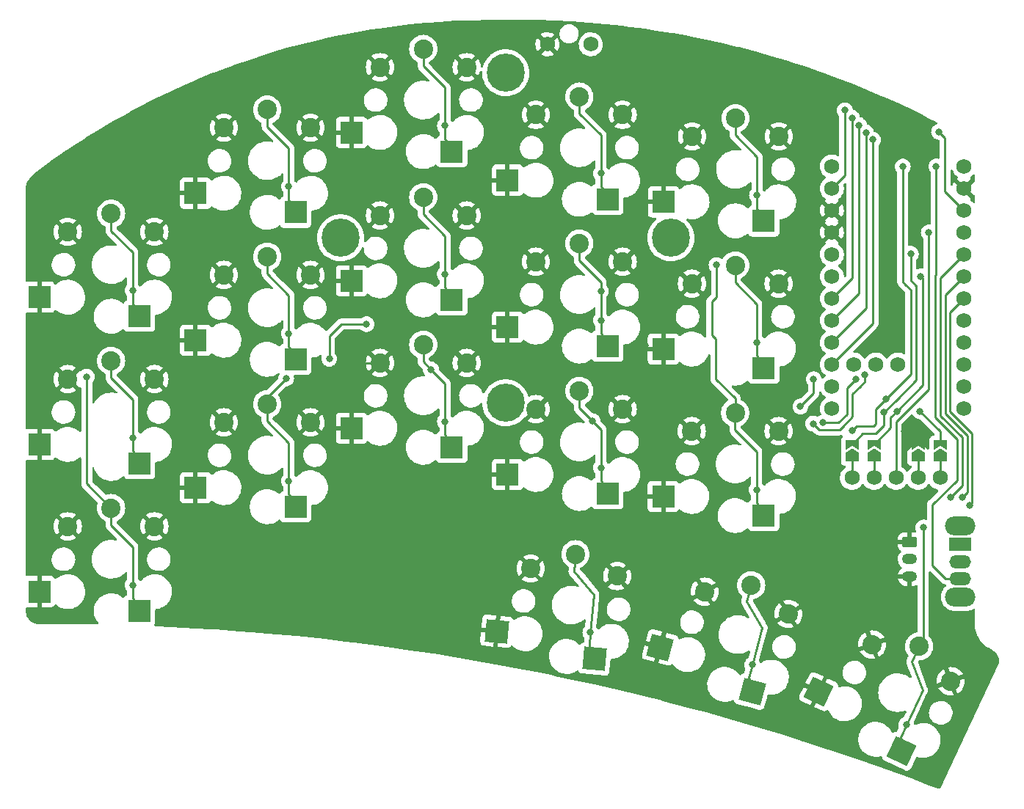
<source format=gbr>
%TF.GenerationSoftware,KiCad,Pcbnew,(6.0.8)*%
%TF.CreationDate,2022-12-01T16:35:38-08:00*%
%TF.ProjectId,half-swept,68616c66-2d73-4776-9570-742e6b696361,rev?*%
%TF.SameCoordinates,Original*%
%TF.FileFunction,Copper,L2,Bot*%
%TF.FilePolarity,Positive*%
%FSLAX46Y46*%
G04 Gerber Fmt 4.6, Leading zero omitted, Abs format (unit mm)*
G04 Created by KiCad (PCBNEW (6.0.8)) date 2022-12-01 16:35:38*
%MOMM*%
%LPD*%
G01*
G04 APERTURE LIST*
G04 Aperture macros list*
%AMRoundRect*
0 Rectangle with rounded corners*
0 $1 Rounding radius*
0 $2 $3 $4 $5 $6 $7 $8 $9 X,Y pos of 4 corners*
0 Add a 4 corners polygon primitive as box body*
4,1,4,$2,$3,$4,$5,$6,$7,$8,$9,$2,$3,0*
0 Add four circle primitives for the rounded corners*
1,1,$1+$1,$2,$3*
1,1,$1+$1,$4,$5*
1,1,$1+$1,$6,$7*
1,1,$1+$1,$8,$9*
0 Add four rect primitives between the rounded corners*
20,1,$1+$1,$2,$3,$4,$5,0*
20,1,$1+$1,$4,$5,$6,$7,0*
20,1,$1+$1,$6,$7,$8,$9,0*
20,1,$1+$1,$8,$9,$2,$3,0*%
%AMRotRect*
0 Rectangle, with rotation*
0 The origin of the aperture is its center*
0 $1 length*
0 $2 width*
0 $3 Rotation angle, in degrees counterclockwise*
0 Add horizontal line*
21,1,$1,$2,0,0,$3*%
%AMFreePoly0*
4,1,6,1.000000,0.000000,0.500000,-0.750000,-0.500000,-0.750000,-0.500000,0.750000,0.500000,0.750000,1.000000,0.000000,1.000000,0.000000,$1*%
%AMFreePoly1*
4,1,6,0.500000,-0.750000,-0.650000,-0.750000,-0.150000,0.000000,-0.650000,0.750000,0.500000,0.750000,0.500000,-0.750000,0.500000,-0.750000,$1*%
G04 Aperture macros list end*
%TA.AperFunction,ComponentPad*%
%ADD10O,3.500000X2.200000*%
%TD*%
%TA.AperFunction,ComponentPad*%
%ADD11R,2.500000X1.500000*%
%TD*%
%TA.AperFunction,ComponentPad*%
%ADD12O,2.500000X1.500000*%
%TD*%
%TA.AperFunction,ComponentPad*%
%ADD13C,1.750000*%
%TD*%
%TA.AperFunction,SMDPad,CuDef*%
%ADD14R,2.600000X2.600000*%
%TD*%
%TA.AperFunction,ComponentPad*%
%ADD15C,2.232000*%
%TD*%
%TA.AperFunction,SMDPad,CuDef*%
%ADD16RotRect,2.600000X2.600000X155.000000*%
%TD*%
%TA.AperFunction,SMDPad,CuDef*%
%ADD17RotRect,2.600000X2.600000X165.000000*%
%TD*%
%TA.AperFunction,ComponentPad*%
%ADD18C,4.400000*%
%TD*%
%TA.AperFunction,ComponentPad*%
%ADD19C,1.752600*%
%TD*%
%TA.AperFunction,SMDPad,CuDef*%
%ADD20RotRect,2.600000X2.600000X175.000000*%
%TD*%
%TA.AperFunction,ComponentPad*%
%ADD21RoundRect,0.250000X-0.625000X0.350000X-0.625000X-0.350000X0.625000X-0.350000X0.625000X0.350000X0*%
%TD*%
%TA.AperFunction,ComponentPad*%
%ADD22O,1.750000X1.200000*%
%TD*%
%TA.AperFunction,SMDPad,CuDef*%
%ADD23FreePoly0,90.000000*%
%TD*%
%TA.AperFunction,SMDPad,CuDef*%
%ADD24FreePoly1,90.000000*%
%TD*%
%TA.AperFunction,ViaPad*%
%ADD25C,0.800000*%
%TD*%
%TA.AperFunction,Conductor*%
%ADD26C,0.250000*%
%TD*%
G04 APERTURE END LIST*
D10*
%TO.P,SW7,*%
%TO.N,*%
X120590000Y-71470000D03*
X120590000Y-79670000D03*
D11*
%TO.P,SW7,1,A*%
%TO.N,unconnected-(SW7-Pad1)*%
X120590000Y-73570000D03*
D12*
%TO.P,SW7,2,B*%
%TO.N,Net-(J1-Pad2)*%
X120590000Y-75570000D03*
%TO.P,SW7,3,C*%
%TO.N,raw*%
X120590000Y-77570000D03*
%TD*%
D13*
%TO.P,RSW1,1,1*%
%TO.N,gnd*%
X72951865Y-15867504D03*
%TO.P,RSW1,2,2*%
%TO.N,reset*%
X77951865Y-15867504D03*
%TD*%
D14*
%TO.P,SW2,1,1*%
%TO.N,Switch1*%
X25901865Y-47255002D03*
D15*
X22626865Y-35405002D03*
%TO.P,SW2,2,2*%
%TO.N,gnd*%
X17626865Y-37505002D03*
X27626865Y-37505002D03*
D14*
X14351865Y-45055002D03*
%TD*%
%TO.P,SW3,1,1*%
%TO.N,Switch2*%
X43901867Y-35255002D03*
D15*
X40626867Y-23405002D03*
D14*
%TO.P,SW3,2,2*%
%TO.N,gnd*%
X32351867Y-33055002D03*
D15*
X45626867Y-25505002D03*
X35626867Y-25505002D03*
%TD*%
D14*
%TO.P,SW4,1,1*%
%TO.N,Switch3*%
X61901864Y-28255002D03*
D15*
X58626864Y-16405002D03*
%TO.P,SW4,2,2*%
%TO.N,gnd*%
X53626864Y-18505002D03*
X63626864Y-18505002D03*
D14*
X50351864Y-26055002D03*
%TD*%
%TO.P,SW5,1,1*%
%TO.N,Switch4*%
X79901865Y-33755003D03*
D15*
X76626865Y-21905003D03*
D14*
%TO.P,SW5,2,2*%
%TO.N,gnd*%
X68351865Y-31555003D03*
D15*
X81626865Y-24005003D03*
X71626865Y-24005003D03*
%TD*%
%TO.P,SW6,1,1*%
%TO.N,Switch5*%
X94626863Y-24405002D03*
D14*
X97901863Y-36255002D03*
%TO.P,SW6,2,2*%
%TO.N,gnd*%
X86351863Y-34055002D03*
D15*
X99626863Y-26505002D03*
X89626863Y-26505002D03*
%TD*%
D14*
%TO.P,SW8,1,1*%
%TO.N,Switch6*%
X25901865Y-64255002D03*
D15*
X22626865Y-52405002D03*
D14*
%TO.P,SW8,2,2*%
%TO.N,gnd*%
X14351865Y-62055002D03*
D15*
X27626865Y-54505002D03*
X17626865Y-54505002D03*
%TD*%
D14*
%TO.P,SW9,1,1*%
%TO.N,Switch7*%
X43901867Y-52229002D03*
D15*
X40626867Y-40379002D03*
%TO.P,SW9,2,2*%
%TO.N,gnd*%
X45626867Y-42479002D03*
D14*
X32351867Y-50029002D03*
D15*
X35626867Y-42479002D03*
%TD*%
D14*
%TO.P,SW10,1,1*%
%TO.N,Switch8*%
X61901866Y-45371002D03*
D15*
X58626866Y-33521002D03*
%TO.P,SW10,2,2*%
%TO.N,gnd*%
X53626866Y-35621002D03*
D14*
X50351866Y-43171002D03*
D15*
X63626866Y-35621002D03*
%TD*%
D14*
%TO.P,SW11,1,1*%
%TO.N,Switch9*%
X79901867Y-50705005D03*
D15*
X76626867Y-38855005D03*
D14*
%TO.P,SW11,2,2*%
%TO.N,gnd*%
X68351867Y-48505005D03*
D15*
X71626867Y-40955005D03*
X81626867Y-40955005D03*
%TD*%
%TO.P,SW12,1,1*%
%TO.N,Switch10*%
X94606865Y-41395002D03*
D14*
X97881865Y-53245002D03*
D15*
%TO.P,SW12,2,2*%
%TO.N,gnd*%
X89606865Y-43495002D03*
X99606865Y-43495002D03*
D14*
X86331865Y-51045002D03*
%TD*%
%TO.P,SW14,1,1*%
%TO.N,Switch11*%
X25901865Y-81254999D03*
D15*
X22626865Y-69404999D03*
D14*
%TO.P,SW14,2,2*%
%TO.N,gnd*%
X14351865Y-79054999D03*
D15*
X27626865Y-71504999D03*
X17626865Y-71504999D03*
%TD*%
D14*
%TO.P,SW15,1,1*%
%TO.N,Switch12*%
X43901864Y-69247001D03*
D15*
X40626864Y-57397001D03*
D14*
%TO.P,SW15,2,2*%
%TO.N,gnd*%
X32351864Y-67047001D03*
D15*
X35626864Y-59497001D03*
X45626864Y-59497001D03*
%TD*%
D14*
%TO.P,SW16,1,1*%
%TO.N,Switch13*%
X61901863Y-62389003D03*
D15*
X58626863Y-50539003D03*
%TO.P,SW16,2,2*%
%TO.N,gnd*%
X63626863Y-52639003D03*
D14*
X50351863Y-60189003D03*
D15*
X53626863Y-52639003D03*
%TD*%
D14*
%TO.P,SW17,1,1*%
%TO.N,Switch14*%
X79901865Y-67723005D03*
D15*
X76626865Y-55873005D03*
%TO.P,SW17,2,2*%
%TO.N,gnd*%
X71626865Y-57973005D03*
X81626865Y-57973005D03*
D14*
X68351865Y-65523005D03*
%TD*%
%TO.P,SW18,1,1*%
%TO.N,Switch15*%
X97875519Y-70263002D03*
D15*
X94600519Y-58413002D03*
D14*
%TO.P,SW18,2,2*%
%TO.N,gnd*%
X86325519Y-68063002D03*
D15*
X99600519Y-60513002D03*
X89600519Y-60513002D03*
%TD*%
%TO.P,SW20,1,1*%
%TO.N,Switch16*%
X115820315Y-85357784D03*
D16*
X113780446Y-97481606D03*
%TO.P,SW20,2,2*%
%TO.N,gnd*%
X104242352Y-90606488D03*
D15*
X119464355Y-89374122D03*
X110401277Y-85147939D03*
%TD*%
%TO.P,SW21,1,1*%
%TO.N,Switch17*%
X96453895Y-78306041D03*
D17*
X96550297Y-90599894D03*
D15*
%TO.P,SW21,2,2*%
%TO.N,gnd*%
X91080746Y-79040390D03*
D17*
X85963255Y-85485497D03*
D15*
X100740005Y-81628580D03*
%TD*%
D18*
%TO.P,REF\u002A\u002A,1*%
%TO.N,N/C*%
X49076866Y-38205003D03*
X68126866Y-57255003D03*
X68126866Y-19155003D03*
X87176866Y-38205003D03*
%TD*%
D19*
%TO.P,U1,1,TX0/P0.06*%
%TO.N,nv_cs*%
X105756864Y-29971752D03*
%TO.P,U1,2,RX1/P0.08*%
%TO.N,Switch1*%
X105756864Y-32511752D03*
%TO.P,U1,3,GND*%
%TO.N,gnd*%
X105756864Y-35051752D03*
%TO.P,U1,4,GND*%
X105756864Y-37591752D03*
%TO.P,U1,5,P0.17*%
%TO.N,mosi*%
X105756864Y-40131752D03*
%TO.P,U1,6,P0.20*%
%TO.N,sck*%
X105756864Y-42671752D03*
%TO.P,U1,7,P0.22*%
%TO.N,Switch2*%
X105756864Y-45211752D03*
%TO.P,U1,8,P0.24*%
%TO.N,Switch3*%
X105756864Y-47751752D03*
%TO.P,U1,9,P1.00*%
%TO.N,Switch4*%
X105756864Y-50291752D03*
%TO.P,U1,10,P0.11*%
%TO.N,Switch5*%
X105756864Y-52831752D03*
%TO.P,U1,11,P1.04*%
%TO.N,Switch6*%
X105756864Y-55371752D03*
%TO.P,U1,12,P1.06*%
%TO.N,Switch7*%
X105756864Y-57911752D03*
%TO.P,U1,13,NFC1/P0.09*%
%TO.N,Switch11*%
X120996864Y-57911752D03*
%TO.P,U1,14,NFC2/P0.10*%
%TO.N,Switch12*%
X120996864Y-55371752D03*
%TO.P,U1,15,P1.11*%
%TO.N,Switch13*%
X120996864Y-52831752D03*
%TO.P,U1,16,P1.13*%
%TO.N,Switch14*%
X120996864Y-50291752D03*
%TO.P,U1,17,P1.15*%
%TO.N,Switch15*%
X120996864Y-47751752D03*
%TO.P,U1,18,AIN0/P0.02*%
%TO.N,Switch16*%
X120996864Y-45211752D03*
%TO.P,U1,19,AIN5/P0.29*%
%TO.N,Switch17*%
X120996864Y-42671752D03*
%TO.P,U1,20,AIN7/P0.31*%
%TO.N,Switch18*%
X120996864Y-40131752D03*
%TO.P,U1,21,VCC*%
%TO.N,vcc*%
X120996864Y-37591752D03*
%TO.P,U1,22,RST*%
%TO.N,reset*%
X120996864Y-35051752D03*
%TO.P,U1,23,GND*%
%TO.N,gnd*%
X120996864Y-32511752D03*
%TO.P,U1,24,BATIN/P0.04*%
%TO.N,raw*%
X120996864Y-29971752D03*
%TO.P,U1,31,P1.01*%
%TO.N,Switch8*%
X108296864Y-52831752D03*
%TO.P,U1,32,P1.02*%
%TO.N,Switch9*%
X110836864Y-52831752D03*
%TO.P,U1,33,P1.07*%
%TO.N,Switch10*%
X113376864Y-52831752D03*
%TD*%
D15*
%TO.P,SW1,1,1*%
%TO.N,Switch18*%
X76191083Y-74727451D03*
D20*
X78420825Y-86817794D03*
D15*
%TO.P,SW1,2,2*%
%TO.N,gnd*%
X80989029Y-77255239D03*
D20*
X67106519Y-83619516D03*
D15*
X71027082Y-76383681D03*
%TD*%
D21*
%TO.P,J1,1,Pin_1*%
%TO.N,gnd*%
X114733066Y-73312291D03*
D22*
%TO.P,J1,2,Pin_2*%
%TO.N,Net-(J1-Pad2)*%
X114733066Y-75312291D03*
%TO.P,J1,3,Pin_3*%
%TO.N,gnd*%
X114733066Y-77312291D03*
%TD*%
D19*
%TO.P,Display1,1,MOSI*%
%TO.N,Net-(Display1-Pad1)*%
X108073066Y-65902292D03*
%TO.P,Display1,2,SCK*%
%TO.N,Net-(Display1-Pad2)*%
X110613066Y-65902292D03*
%TO.P,Display1,3,VCC*%
%TO.N,vcc*%
X113153066Y-65902292D03*
%TO.P,Display1,4,GND*%
%TO.N,Net-(Display1-Pad4)*%
X115693066Y-65902292D03*
%TO.P,Display1,5,CS*%
%TO.N,Net-(Display1-Pad5)*%
X118233066Y-65902292D03*
%TD*%
D23*
%TO.P,JP2,1,A*%
%TO.N,Net-(Display1-Pad4)*%
X115710000Y-63515000D03*
D24*
%TO.P,JP2,2,B*%
%TO.N,gnd*%
X115710000Y-62065000D03*
%TD*%
D23*
%TO.P,JP1,1,A*%
%TO.N,Net-(Display1-Pad5)*%
X118230000Y-63515000D03*
D24*
%TO.P,JP1,2,B*%
%TO.N,nv_cs*%
X118230000Y-62065000D03*
%TD*%
D23*
%TO.P,JP4,1,A*%
%TO.N,Net-(Display1-Pad1)*%
X108070000Y-63515000D03*
D24*
%TO.P,JP4,2,B*%
%TO.N,mosi*%
X108070000Y-62065000D03*
%TD*%
D23*
%TO.P,JP3,1,A*%
%TO.N,Net-(Display1-Pad2)*%
X110620000Y-63515000D03*
D24*
%TO.P,JP3,2,B*%
%TO.N,sck*%
X110620000Y-62065000D03*
%TD*%
D25*
%TO.N,Switch16*%
X121680000Y-69090000D03*
%TO.N,Switch17*%
X120840000Y-68160000D03*
%TO.N,Switch18*%
X119480000Y-68170000D03*
%TO.N,gnd*%
X49140000Y-52160000D03*
X114090000Y-60510000D03*
X102180000Y-53380000D03*
X84210000Y-50670000D03*
%TO.N,vcc*%
X116931752Y-37591752D03*
%TO.N,Switch18*%
X77896934Y-83763396D03*
%TO.N,reset*%
X118113067Y-25972291D03*
%TO.N,Switch1*%
X107252928Y-23482060D03*
X25119267Y-44279580D03*
%TO.N,Switch2*%
X43119268Y-32269579D03*
X108092929Y-24362060D03*
%TO.N,Switch3*%
X61123066Y-25272293D03*
X108882928Y-25202061D03*
%TO.N,Switch4*%
X79118278Y-30768056D03*
X109692929Y-26042060D03*
%TO.N,Switch5*%
X97118416Y-33268709D03*
X110482928Y-26882060D03*
%TO.N,Switch6*%
X25119269Y-61269580D03*
%TO.N,Switch7*%
X43118851Y-49238570D03*
%TO.N,Switch8*%
X61119268Y-42389580D03*
%TO.N,Switch9*%
X79119254Y-44365734D03*
X79119254Y-47719574D03*
%TO.N,Switch10*%
X97097529Y-50258044D03*
%TO.N,Switch11*%
X25119268Y-78279582D03*
X19802928Y-54232060D03*
X52072928Y-48172060D03*
X47782928Y-52162061D03*
%TO.N,Switch12*%
X42812929Y-54442060D03*
X102132928Y-57672060D03*
X43119083Y-66269403D03*
X103652928Y-54532061D03*
%TO.N,Switch13*%
X104752929Y-59552061D03*
X59504796Y-53390193D03*
X61120574Y-59405974D03*
X108542928Y-54532060D03*
%TO.N,Switch14*%
X79119267Y-64739580D03*
X109582929Y-54052061D03*
X103582928Y-59662060D03*
X78152338Y-59372650D03*
%TO.N,Switch15*%
X97088438Y-67279342D03*
X92452928Y-41342061D03*
%TO.N,Switch16*%
X116302928Y-71642061D03*
X114337915Y-94423725D03*
%TO.N,Switch17*%
X96569190Y-87493502D03*
%TO.N,raw*%
X117790000Y-29970000D03*
%TO.N,mosi*%
X114870000Y-40050000D03*
X111780000Y-58330000D03*
%TO.N,sck*%
X113250000Y-58220000D03*
X116010000Y-42660000D03*
%TO.N,nv_cs*%
X108070000Y-60480000D03*
X113940000Y-29970000D03*
X115890000Y-58220000D03*
X111980000Y-56830000D03*
%TD*%
D26*
%TO.N,raw*%
X120590000Y-77570000D02*
X118880000Y-77570000D01*
%TO.N,Switch16*%
X121922928Y-68847072D02*
X121680000Y-69090000D01*
X121922928Y-60822928D02*
X121922928Y-68847072D01*
%TO.N,Switch17*%
X121410000Y-67590000D02*
X120840000Y-68160000D01*
X121410000Y-66720000D02*
X121410000Y-67590000D01*
X121410000Y-61070000D02*
X121410000Y-66720000D01*
%TO.N,Switch18*%
X120810000Y-66840000D02*
X119480000Y-68170000D01*
X120810000Y-65120000D02*
X120810000Y-66840000D01*
X120810000Y-61250000D02*
X120810000Y-65120000D01*
%TO.N,raw*%
X120170000Y-66200000D02*
X117353065Y-69016935D01*
X120170000Y-61480000D02*
X120170000Y-66200000D01*
X117660000Y-58970000D02*
X120170000Y-61480000D01*
X117353065Y-76043065D02*
X118880000Y-77570000D01*
X117660000Y-42590000D02*
X117660000Y-58970000D01*
X117790000Y-42460000D02*
X117660000Y-42590000D01*
X117353065Y-69016935D02*
X117353065Y-76043065D01*
X117790000Y-29970000D02*
X117790000Y-42460000D01*
%TO.N,gnd*%
X102190000Y-53370000D02*
X102180000Y-53380000D01*
X102190000Y-46078137D02*
X102190000Y-51940000D01*
X115645000Y-62065000D02*
X114090000Y-60510000D01*
X49619003Y-52639003D02*
X49140000Y-52160000D01*
X115710000Y-62065000D02*
X115645000Y-62065000D01*
X84585002Y-51045002D02*
X84210000Y-50670000D01*
X86331865Y-51045002D02*
X84585002Y-51045002D01*
X99606865Y-43495002D02*
X102190000Y-46078137D01*
X53626863Y-52639003D02*
X49619003Y-52639003D01*
X102190000Y-51940000D02*
X102190000Y-53370000D01*
%TO.N,vcc*%
X113153066Y-65902292D02*
X113153066Y-59476934D01*
X116931752Y-55698248D02*
X116931752Y-37591752D01*
X113153066Y-59476934D02*
X116931752Y-55698248D01*
%TO.N,Switch18*%
X120996864Y-40131752D02*
X118290000Y-42838616D01*
X118290000Y-58730000D02*
X120810000Y-61250000D01*
X76011275Y-76675878D02*
X76183065Y-74712292D01*
X77896934Y-83763396D02*
X78280419Y-79380140D01*
X118290000Y-42838616D02*
X118290000Y-58730000D01*
X78280419Y-79380140D02*
X76011275Y-76675878D01*
X78412808Y-86802634D02*
X78466314Y-86191057D01*
X78466314Y-86191057D02*
X77758356Y-85347347D01*
X77758356Y-85347347D02*
X77896934Y-83763396D01*
%TO.N,reset*%
X120996864Y-35051752D02*
X118800000Y-32854888D01*
X118800000Y-26659224D02*
X118113067Y-25972291D01*
X118800000Y-32854888D02*
X118800000Y-26659224D01*
%TO.N,Switch1*%
X25898064Y-46648378D02*
X25119268Y-45869581D01*
X25898067Y-47262290D02*
X25898064Y-46648378D01*
X22623066Y-37383380D02*
X22623065Y-35412291D01*
X107252928Y-31015688D02*
X107252928Y-30877072D01*
X25119269Y-39879581D02*
X22623066Y-37383380D01*
X25119268Y-45869581D02*
X25119267Y-44279580D01*
X105756864Y-32511752D02*
X107252928Y-31015688D01*
X25119267Y-44279580D02*
X25119269Y-39879581D01*
X107252928Y-30877072D02*
X107252928Y-23482060D01*
%TO.N,Switch2*%
X43898065Y-35252290D02*
X43898067Y-34638379D01*
X43898067Y-34638379D02*
X43119269Y-33859582D01*
X43119268Y-32269579D02*
X43119269Y-27869581D01*
X105756864Y-45211752D02*
X108092928Y-42875688D01*
X43119269Y-27869581D02*
X40623065Y-25373380D01*
X40623065Y-25373380D02*
X40623066Y-23402292D01*
X43119269Y-33859582D02*
X43119268Y-32269579D01*
X108092928Y-42875688D02*
X108092929Y-24362060D01*
%TO.N,Switch3*%
X61901864Y-27641087D02*
X61123066Y-26862292D01*
X61123067Y-20872291D02*
X58626864Y-18376090D01*
X61901865Y-28255002D02*
X61901864Y-27641087D01*
X105756864Y-47751753D02*
X108882928Y-44625689D01*
X61123066Y-25272293D02*
X61123067Y-20872291D01*
X61123066Y-26862292D02*
X61123066Y-25272293D01*
X58626864Y-18376090D02*
X58626864Y-16405002D01*
X108882928Y-44625689D02*
X108882928Y-25202061D01*
%TO.N,Switch4*%
X79118279Y-26368057D02*
X76622078Y-23871856D01*
X109692928Y-46355688D02*
X109692929Y-26042060D01*
X105756864Y-50291752D02*
X109692928Y-46355688D01*
X79897077Y-33750768D02*
X79897076Y-33136856D01*
X79897076Y-33136856D02*
X79118279Y-32358056D01*
X79118278Y-30768056D02*
X79118279Y-26368057D01*
X79118279Y-32358056D02*
X79118278Y-30768056D01*
X76622078Y-23871856D02*
X76622078Y-21900768D01*
%TO.N,Switch5*%
X97118416Y-33268709D02*
X97118418Y-28868709D01*
X97897216Y-35637507D02*
X97118417Y-34858710D01*
X97897215Y-36251421D02*
X97897216Y-35637507D01*
X94622215Y-26372507D02*
X94622215Y-24401420D01*
X97118417Y-34858710D02*
X97118416Y-33268709D01*
X97118418Y-28868709D02*
X94622215Y-26372507D01*
X105756864Y-52831753D02*
X110482929Y-48105688D01*
X110482929Y-48105688D02*
X110482928Y-26882060D01*
%TO.N,Switch6*%
X22623067Y-54373378D02*
X22623066Y-52402292D01*
X25119269Y-62859579D02*
X25119269Y-61269580D01*
X25898066Y-63638379D02*
X25119269Y-62859579D01*
X25898065Y-64252290D02*
X25898066Y-63638379D01*
X25119269Y-61269580D02*
X25119268Y-56869581D01*
X25119268Y-56869581D02*
X22623067Y-54373378D01*
%TO.N,Switch7*%
X43897649Y-51607370D02*
X43118851Y-50828571D01*
X43118852Y-44838571D02*
X40622650Y-42342370D01*
X40622650Y-42342370D02*
X40622650Y-40371282D01*
X43118851Y-49238570D02*
X43118852Y-44838571D01*
X43897650Y-52221283D02*
X43897649Y-51607370D01*
X43118851Y-50828571D02*
X43118851Y-49238570D01*
%TO.N,Switch8*%
X61898065Y-44758379D02*
X61119267Y-43979580D01*
X58623066Y-35493378D02*
X58623066Y-33522291D01*
X61119268Y-42389580D02*
X61119268Y-37989580D01*
X61119268Y-37989580D02*
X58623066Y-35493378D01*
X61898067Y-45372292D02*
X61898065Y-44758379D01*
X61119267Y-43979580D02*
X61119268Y-42389580D01*
%TO.N,Switch9*%
X76623051Y-40823370D02*
X76623052Y-38852285D01*
X79898052Y-50088371D02*
X79119253Y-49309573D01*
X79119254Y-47719574D02*
X79119254Y-44365734D01*
X79898053Y-50702286D02*
X79898052Y-50088371D01*
X79119253Y-49309573D02*
X79119254Y-47719574D01*
X79119254Y-44365734D02*
X79119254Y-43319573D01*
X79119254Y-43319573D02*
X76623051Y-40823370D01*
%TO.N,Switch10*%
X97097530Y-45858046D02*
X94601327Y-43361842D01*
X97097529Y-50258044D02*
X97097530Y-45858046D01*
X97876328Y-53240755D02*
X97876328Y-52626842D01*
X97097531Y-51848044D02*
X97097529Y-50258044D01*
X94601327Y-43361842D02*
X94601328Y-41390754D01*
X97876328Y-52626842D02*
X97097531Y-51848044D01*
%TO.N,Switch11*%
X22623065Y-71383379D02*
X22623065Y-69412291D01*
X25119268Y-73879580D02*
X22623065Y-71383379D01*
X48312929Y-49032061D02*
X47782928Y-49562060D01*
X25119268Y-78279582D02*
X25119268Y-73879580D01*
X25119268Y-79869581D02*
X25119268Y-78279582D01*
X22626866Y-69405000D02*
X19802928Y-66581063D01*
X19802928Y-66581063D02*
X19802928Y-54232060D01*
X49172928Y-48172060D02*
X48312929Y-49032061D01*
X52072928Y-48172060D02*
X49172928Y-48172060D01*
X25898067Y-81262291D02*
X25898067Y-80648379D01*
X25898067Y-80648379D02*
X25119268Y-79869581D01*
X47782928Y-49562060D02*
X47782928Y-52162061D01*
%TO.N,Switch12*%
X40626864Y-56628125D02*
X40626864Y-57397001D01*
X103652928Y-56152060D02*
X102132928Y-57672060D01*
X42812929Y-54442060D02*
X40626864Y-56628125D01*
X40622882Y-59373200D02*
X40622883Y-57402114D01*
X43119082Y-61869403D02*
X40622882Y-59373200D01*
X43119083Y-66269403D02*
X43119082Y-61869403D01*
X43119085Y-67859401D02*
X43119083Y-66269403D01*
X43897881Y-68638200D02*
X43119085Y-67859401D01*
X43897882Y-69252113D02*
X43897881Y-68638200D01*
X103652928Y-54532061D02*
X103652928Y-56152060D01*
%TO.N,Switch13*%
X58624372Y-52509772D02*
X58624373Y-50538685D01*
X61120574Y-60995972D02*
X61120574Y-59405974D01*
X108542928Y-54532060D02*
X107502929Y-55572060D01*
X107502929Y-55572060D02*
X107502929Y-58552060D01*
X61120575Y-55005972D02*
X59504796Y-53390193D01*
X61899372Y-62388682D02*
X61899373Y-61774769D01*
X61899373Y-61774769D02*
X61120574Y-60995972D01*
X61120574Y-59405974D02*
X61120575Y-55005972D01*
X107502929Y-58552060D02*
X106502929Y-59552060D01*
X59504796Y-53390193D02*
X58624372Y-52509772D01*
X106502929Y-59552060D02*
X104752929Y-59552061D01*
%TO.N,Switch14*%
X79898067Y-67108379D02*
X79119269Y-66329582D01*
X79119267Y-64739580D02*
X79119269Y-60339582D01*
X79898067Y-67722291D02*
X79898067Y-67108379D01*
X109582929Y-54052061D02*
X109582929Y-54802060D01*
X76623066Y-57843380D02*
X76623065Y-55872292D01*
X79119269Y-60339582D02*
X78152338Y-59372650D01*
X109022929Y-55362061D02*
X108132928Y-56252061D01*
X78152338Y-59372650D02*
X76623066Y-57843380D01*
X104292928Y-60372060D02*
X103582928Y-59662060D01*
X108132928Y-57522060D02*
X108132928Y-58882061D01*
X79119269Y-66329582D02*
X79119267Y-64739580D01*
X109582929Y-54802060D02*
X109022929Y-55362061D01*
X108132928Y-56252061D02*
X108132928Y-57522060D01*
X106642928Y-60372060D02*
X104482928Y-60372060D01*
X108132928Y-58882061D02*
X107022929Y-59992061D01*
X107022929Y-59992061D02*
X106642928Y-60372060D01*
X104482928Y-60372060D02*
X104292928Y-60372060D01*
%TO.N,Switch15*%
X91912928Y-49452060D02*
X92372928Y-49912060D01*
X94600519Y-56729652D02*
X94600520Y-58413003D01*
X92372928Y-49912060D02*
X92372928Y-54502060D01*
X94592236Y-60383141D02*
X94592234Y-58412054D01*
X97867235Y-70262053D02*
X97867235Y-69648141D01*
X97088438Y-67279342D02*
X97088438Y-62879342D01*
X97088438Y-62879342D02*
X94592236Y-60383141D01*
X91912928Y-45582060D02*
X91912928Y-49452060D01*
X97867235Y-69648141D02*
X97088436Y-68869341D01*
X92372928Y-54502060D02*
X94600519Y-56729652D01*
X97088436Y-68869341D02*
X97088438Y-67279342D01*
X92452928Y-41342061D02*
X92452929Y-45042060D01*
X92452929Y-45042060D02*
X91912928Y-45582060D01*
%TO.N,Switch16*%
X119362928Y-46845688D02*
X119362929Y-49202060D01*
X113665952Y-95864754D02*
X114337915Y-94423725D01*
X113783197Y-97456113D02*
X114042648Y-96899719D01*
X116197435Y-90435971D02*
X114990048Y-87118703D01*
X114042648Y-96899719D02*
X113665952Y-95864754D01*
X119362928Y-58262928D02*
X121922928Y-60822928D01*
X114337915Y-94423725D02*
X116197435Y-90435971D01*
X120996864Y-45211753D02*
X119362928Y-46845688D01*
X116302928Y-84875172D02*
X115820315Y-85357784D01*
X114990048Y-87118703D02*
X115823067Y-85332291D01*
X119362929Y-49202060D02*
X119362928Y-58262928D01*
X116302928Y-71642061D02*
X116302928Y-84875172D01*
%TO.N,Switch17*%
X96708361Y-89983152D02*
X96157665Y-89029322D01*
X95942911Y-80186215D02*
X96453066Y-78282292D01*
X118870434Y-58530434D02*
X121410000Y-61070000D01*
X96549468Y-90576145D02*
X96708361Y-89983152D01*
X118870434Y-44798182D02*
X118870434Y-58530434D01*
X120996864Y-42671752D02*
X118870434Y-44798182D01*
X97707991Y-83243425D02*
X95942911Y-80186215D01*
X96157665Y-89029322D02*
X96569190Y-87493502D01*
X96569190Y-87493502D02*
X97707991Y-83243425D01*
%TO.N,mosi*%
X115490000Y-43740000D02*
X114870000Y-43120000D01*
X114870000Y-43120000D02*
X114870000Y-40050000D01*
X108070000Y-62065000D02*
X108070000Y-62060000D01*
X113250000Y-56860000D02*
X115490000Y-54620000D01*
X111780000Y-59830000D02*
X111780000Y-58330000D01*
X115490000Y-54620000D02*
X115490000Y-52340000D01*
X111780000Y-58330000D02*
X113250000Y-56860000D01*
X109320000Y-60810000D02*
X110800000Y-60810000D01*
X115490000Y-52340000D02*
X115490000Y-43740000D01*
X110800000Y-60810000D02*
X111780000Y-59830000D01*
X108070000Y-62060000D02*
X109320000Y-60810000D01*
%TO.N,sck*%
X116230000Y-52310000D02*
X116230000Y-42880000D01*
X113250000Y-58220000D02*
X116230000Y-55240000D01*
X112540000Y-60145000D02*
X110620000Y-62065000D01*
X116230000Y-55240000D02*
X116230000Y-52310000D01*
X112540000Y-58930000D02*
X112540000Y-60145000D01*
X116230000Y-42880000D02*
X116010000Y-42660000D01*
X113250000Y-58220000D02*
X112540000Y-58930000D01*
%TO.N,nv_cs*%
X114860000Y-53400000D02*
X114860000Y-44210000D01*
X111980000Y-56830000D02*
X114860000Y-53950000D01*
X114860000Y-44210000D02*
X114220000Y-43570000D01*
X118230000Y-62065000D02*
X118230000Y-60560000D01*
X114220000Y-43570000D02*
X113940000Y-43290000D01*
X110830000Y-57980000D02*
X111980000Y-56830000D01*
X108580000Y-59970000D02*
X110540000Y-59970000D01*
X110830000Y-59680000D02*
X110830000Y-57980000D01*
X108070000Y-60480000D02*
X108580000Y-59970000D01*
X118230000Y-60560000D02*
X115890000Y-58220000D01*
X114860000Y-53950000D02*
X114860000Y-53400000D01*
X110540000Y-59970000D02*
X110830000Y-59680000D01*
X113940000Y-43290000D02*
X113940000Y-29970000D01*
%TO.N,Net-(Display1-Pad1)*%
X108073066Y-65902292D02*
X108073066Y-63518066D01*
X108073066Y-63518066D02*
X108070000Y-63515000D01*
%TO.N,Net-(Display1-Pad2)*%
X110613066Y-63521934D02*
X110620000Y-63515000D01*
X110613066Y-65902292D02*
X110613066Y-63521934D01*
%TO.N,Net-(Display1-Pad4)*%
X115693066Y-63526934D02*
X115710000Y-63510000D01*
X115693066Y-65902292D02*
X115693066Y-63526934D01*
%TO.N,Net-(Display1-Pad5)*%
X118233066Y-65902292D02*
X118233066Y-63518066D01*
X118233066Y-63518066D02*
X118230000Y-63515000D01*
%TD*%
%TA.AperFunction,Conductor*%
%TO.N,gnd*%
G36*
X69892814Y-13058871D02*
G01*
X70811478Y-13070372D01*
X71847150Y-13083338D01*
X71849506Y-13083389D01*
X73803143Y-13144399D01*
X73805497Y-13144495D01*
X75757638Y-13242023D01*
X75759905Y-13242158D01*
X77709869Y-13376171D01*
X77712150Y-13376348D01*
X79659332Y-13546805D01*
X79661575Y-13547022D01*
X81605278Y-13753863D01*
X81607551Y-13754127D01*
X82417292Y-13855642D01*
X83546906Y-13997259D01*
X83549241Y-13997574D01*
X84123790Y-14080543D01*
X85483733Y-14276929D01*
X85485968Y-14277273D01*
X87303347Y-14574507D01*
X87414939Y-14592758D01*
X87417261Y-14593160D01*
X89339926Y-14944646D01*
X89342239Y-14945091D01*
X89604513Y-14998124D01*
X91258048Y-15332477D01*
X91260332Y-15332962D01*
X93168553Y-15756100D01*
X93170784Y-15756617D01*
X94834179Y-16158241D01*
X95070722Y-16215354D01*
X95073007Y-16215928D01*
X96964053Y-16710116D01*
X96966327Y-16710733D01*
X98847767Y-17240184D01*
X98850029Y-17240843D01*
X100721302Y-17805400D01*
X100723551Y-17806102D01*
X101345237Y-18006419D01*
X102583951Y-18405553D01*
X102586071Y-18406258D01*
X103936425Y-18869410D01*
X104434921Y-19040387D01*
X104437142Y-19041172D01*
X106273756Y-19709739D01*
X106275960Y-19710564D01*
X108073430Y-20403214D01*
X108099798Y-20413375D01*
X108101984Y-20414241D01*
X109711172Y-21069151D01*
X109912355Y-21151029D01*
X109914517Y-21151933D01*
X111658644Y-21900073D01*
X111710776Y-21922435D01*
X111712916Y-21923377D01*
X113494465Y-22727337D01*
X113496550Y-22728301D01*
X115262832Y-23565470D01*
X115264885Y-23566467D01*
X116138488Y-24000717D01*
X117015116Y-24436471D01*
X117017216Y-24437539D01*
X117589244Y-24735349D01*
X117826390Y-24858812D01*
X117851813Y-24872048D01*
X117902999Y-24921247D01*
X117919460Y-24990309D01*
X117895971Y-25057307D01*
X117839988Y-25100970D01*
X117836122Y-25102361D01*
X117830779Y-25103497D01*
X117824755Y-25106179D01*
X117662345Y-25178488D01*
X117662343Y-25178489D01*
X117656315Y-25181173D01*
X117650974Y-25185053D01*
X117650973Y-25185054D01*
X117629780Y-25200452D01*
X117501814Y-25293425D01*
X117497393Y-25298335D01*
X117497392Y-25298336D01*
X117485980Y-25311011D01*
X117374027Y-25435347D01*
X117329729Y-25512074D01*
X117286934Y-25586197D01*
X117278540Y-25600735D01*
X117219525Y-25782363D01*
X117218835Y-25788924D01*
X117218835Y-25788926D01*
X117208664Y-25885695D01*
X117199563Y-25972291D01*
X117200253Y-25978856D01*
X117216792Y-26136212D01*
X117219525Y-26162219D01*
X117278540Y-26343847D01*
X117281843Y-26349569D01*
X117281844Y-26349570D01*
X117293892Y-26370437D01*
X117374027Y-26509235D01*
X117378445Y-26514142D01*
X117378446Y-26514143D01*
X117479273Y-26626123D01*
X117501814Y-26651157D01*
X117593903Y-26718064D01*
X117647552Y-26757042D01*
X117656315Y-26763409D01*
X117662343Y-26766093D01*
X117662345Y-26766094D01*
X117823412Y-26837805D01*
X117830779Y-26841085D01*
X117924180Y-26860938D01*
X118011123Y-26879419D01*
X118011128Y-26879419D01*
X118017580Y-26880791D01*
X118040500Y-26880791D01*
X118108621Y-26900793D01*
X118155114Y-26954449D01*
X118166500Y-27006791D01*
X118166500Y-28965634D01*
X118146498Y-29033755D01*
X118092842Y-29080248D01*
X118022568Y-29090352D01*
X118014308Y-29088882D01*
X117973689Y-29080248D01*
X117891944Y-29062872D01*
X117891939Y-29062872D01*
X117885487Y-29061500D01*
X117694513Y-29061500D01*
X117688061Y-29062872D01*
X117688056Y-29062872D01*
X117606311Y-29080248D01*
X117507712Y-29101206D01*
X117501682Y-29103891D01*
X117501681Y-29103891D01*
X117339278Y-29176197D01*
X117339276Y-29176198D01*
X117333248Y-29178882D01*
X117327907Y-29182762D01*
X117327906Y-29182763D01*
X117286085Y-29213148D01*
X117178747Y-29291134D01*
X117174326Y-29296044D01*
X117174325Y-29296045D01*
X117083157Y-29397298D01*
X117050960Y-29433056D01*
X117023252Y-29481048D01*
X116958803Y-29592677D01*
X116955473Y-29598444D01*
X116953431Y-29604729D01*
X116899020Y-29772188D01*
X116896458Y-29780072D01*
X116895768Y-29786633D01*
X116895768Y-29786635D01*
X116885547Y-29883881D01*
X116876496Y-29970000D01*
X116877186Y-29976565D01*
X116895098Y-30146984D01*
X116896458Y-30159928D01*
X116955473Y-30341556D01*
X116958776Y-30347278D01*
X116958777Y-30347279D01*
X116983891Y-30390777D01*
X117050960Y-30506944D01*
X117124137Y-30588215D01*
X117154853Y-30652221D01*
X117156500Y-30672524D01*
X117156500Y-36557595D01*
X117136498Y-36625716D01*
X117082842Y-36672209D01*
X117027239Y-36681285D01*
X117027239Y-36683252D01*
X116836265Y-36683252D01*
X116829813Y-36684624D01*
X116829808Y-36684624D01*
X116742865Y-36703105D01*
X116649464Y-36722958D01*
X116643434Y-36725643D01*
X116643433Y-36725643D01*
X116481030Y-36797949D01*
X116481028Y-36797950D01*
X116475000Y-36800634D01*
X116469659Y-36804514D01*
X116469658Y-36804515D01*
X116455603Y-36814727D01*
X116320499Y-36912886D01*
X116316078Y-36917796D01*
X116316077Y-36917797D01*
X116214684Y-37030406D01*
X116192712Y-37054808D01*
X116159558Y-37112232D01*
X116101134Y-37213426D01*
X116097225Y-37220196D01*
X116038210Y-37401824D01*
X116037520Y-37408385D01*
X116037520Y-37408387D01*
X116026605Y-37512243D01*
X116018248Y-37591752D01*
X116018938Y-37598317D01*
X116035396Y-37754903D01*
X116038210Y-37781680D01*
X116097225Y-37963308D01*
X116100528Y-37969030D01*
X116100529Y-37969031D01*
X116119616Y-38002091D01*
X116192712Y-38128696D01*
X116265889Y-38209967D01*
X116296605Y-38273973D01*
X116298252Y-38294276D01*
X116298252Y-41636876D01*
X116278250Y-41704997D01*
X116224594Y-41751490D01*
X116154320Y-41761594D01*
X116146055Y-41760123D01*
X116111944Y-41752872D01*
X116111939Y-41752872D01*
X116105487Y-41751500D01*
X115914513Y-41751500D01*
X115908061Y-41752872D01*
X115908056Y-41752872D01*
X115841549Y-41767009D01*
X115727712Y-41791206D01*
X115721685Y-41793889D01*
X115721677Y-41793892D01*
X115680748Y-41812115D01*
X115610381Y-41821549D01*
X115546084Y-41791442D01*
X115508271Y-41731353D01*
X115503500Y-41697008D01*
X115503500Y-40752524D01*
X115523502Y-40684403D01*
X115535858Y-40668221D01*
X115609040Y-40586944D01*
X115697673Y-40433427D01*
X115701223Y-40427279D01*
X115701224Y-40427278D01*
X115704527Y-40421556D01*
X115763542Y-40239928D01*
X115767778Y-40199631D01*
X115782814Y-40056565D01*
X115783504Y-40050000D01*
X115772539Y-39945672D01*
X115764232Y-39866635D01*
X115764232Y-39866633D01*
X115763542Y-39860072D01*
X115704527Y-39678444D01*
X115680553Y-39636919D01*
X115653590Y-39590219D01*
X115609040Y-39513056D01*
X115584022Y-39485270D01*
X115485675Y-39376045D01*
X115485674Y-39376044D01*
X115481253Y-39371134D01*
X115326752Y-39258882D01*
X115320724Y-39256198D01*
X115320722Y-39256197D01*
X115158319Y-39183891D01*
X115158318Y-39183891D01*
X115152288Y-39181206D01*
X115047291Y-39158888D01*
X114971944Y-39142872D01*
X114971939Y-39142872D01*
X114965487Y-39141500D01*
X114774513Y-39141500D01*
X114768053Y-39142873D01*
X114768054Y-39142873D01*
X114725696Y-39151876D01*
X114654906Y-39146474D01*
X114598273Y-39103657D01*
X114573780Y-39037019D01*
X114573500Y-39028629D01*
X114573500Y-30672524D01*
X114593502Y-30604403D01*
X114605858Y-30588221D01*
X114679040Y-30506944D01*
X114746109Y-30390777D01*
X114771223Y-30347279D01*
X114771224Y-30347278D01*
X114774527Y-30341556D01*
X114833542Y-30159928D01*
X114834903Y-30146984D01*
X114852814Y-29976565D01*
X114853504Y-29970000D01*
X114844453Y-29883881D01*
X114834232Y-29786635D01*
X114834232Y-29786633D01*
X114833542Y-29780072D01*
X114830981Y-29772188D01*
X114776569Y-29604729D01*
X114774527Y-29598444D01*
X114771198Y-29592677D01*
X114706748Y-29481048D01*
X114679040Y-29433056D01*
X114646844Y-29397298D01*
X114555675Y-29296045D01*
X114555674Y-29296044D01*
X114551253Y-29291134D01*
X114443915Y-29213148D01*
X114402094Y-29182763D01*
X114402093Y-29182762D01*
X114396752Y-29178882D01*
X114390724Y-29176198D01*
X114390722Y-29176197D01*
X114228319Y-29103891D01*
X114228318Y-29103891D01*
X114222288Y-29101206D01*
X114123689Y-29080248D01*
X114041944Y-29062872D01*
X114041939Y-29062872D01*
X114035487Y-29061500D01*
X113844513Y-29061500D01*
X113838061Y-29062872D01*
X113838056Y-29062872D01*
X113756311Y-29080248D01*
X113657712Y-29101206D01*
X113651682Y-29103891D01*
X113651681Y-29103891D01*
X113489278Y-29176197D01*
X113489276Y-29176198D01*
X113483248Y-29178882D01*
X113477907Y-29182762D01*
X113477906Y-29182763D01*
X113436085Y-29213148D01*
X113328747Y-29291134D01*
X113324326Y-29296044D01*
X113324325Y-29296045D01*
X113233157Y-29397298D01*
X113200960Y-29433056D01*
X113173252Y-29481048D01*
X113108803Y-29592677D01*
X113105473Y-29598444D01*
X113103431Y-29604729D01*
X113049020Y-29772188D01*
X113046458Y-29780072D01*
X113045768Y-29786633D01*
X113045768Y-29786635D01*
X113035547Y-29883881D01*
X113026496Y-29970000D01*
X113027186Y-29976565D01*
X113045098Y-30146984D01*
X113046458Y-30159928D01*
X113105473Y-30341556D01*
X113108776Y-30347278D01*
X113108777Y-30347279D01*
X113133891Y-30390777D01*
X113200960Y-30506944D01*
X113274137Y-30588215D01*
X113304853Y-30652221D01*
X113306500Y-30672524D01*
X113306500Y-43211233D01*
X113305973Y-43222416D01*
X113304298Y-43229909D01*
X113304547Y-43237835D01*
X113304547Y-43237836D01*
X113306438Y-43297986D01*
X113306500Y-43301945D01*
X113306500Y-43329856D01*
X113306997Y-43333790D01*
X113306997Y-43333791D01*
X113307005Y-43333856D01*
X113307938Y-43345693D01*
X113309327Y-43389889D01*
X113313917Y-43405688D01*
X113314978Y-43409339D01*
X113318987Y-43428700D01*
X113319743Y-43434680D01*
X113321526Y-43448797D01*
X113324445Y-43456168D01*
X113324445Y-43456170D01*
X113337804Y-43489912D01*
X113341649Y-43501142D01*
X113349455Y-43528011D01*
X113353982Y-43543593D01*
X113358015Y-43550412D01*
X113358017Y-43550417D01*
X113364293Y-43561028D01*
X113372988Y-43578776D01*
X113380448Y-43597617D01*
X113385110Y-43604033D01*
X113385110Y-43604034D01*
X113406436Y-43633387D01*
X113412952Y-43643307D01*
X113427595Y-43668066D01*
X113435458Y-43681362D01*
X113449782Y-43695686D01*
X113462617Y-43710713D01*
X113474528Y-43727107D01*
X113480636Y-43732160D01*
X113480638Y-43732162D01*
X113508593Y-43755288D01*
X113517374Y-43763278D01*
X113800229Y-44046134D01*
X113800244Y-44046148D01*
X114189595Y-44435499D01*
X114223621Y-44497811D01*
X114226500Y-44524594D01*
X114226500Y-51505425D01*
X114206498Y-51573546D01*
X114152842Y-51620039D01*
X114082568Y-51630143D01*
X114039608Y-51615734D01*
X113946471Y-51564319D01*
X113787158Y-51507903D01*
X113736693Y-51490032D01*
X113736689Y-51490031D01*
X113731818Y-51488306D01*
X113726725Y-51487399D01*
X113726722Y-51487398D01*
X113512721Y-51449279D01*
X113512715Y-51449278D01*
X113507632Y-51448373D01*
X113419892Y-51447301D01*
X113285103Y-51445654D01*
X113285101Y-51445654D01*
X113279934Y-51445591D01*
X113054840Y-51480035D01*
X112838393Y-51550781D01*
X112833801Y-51553171D01*
X112833802Y-51553171D01*
X112668967Y-51638979D01*
X112636408Y-51655928D01*
X112632275Y-51659031D01*
X112632272Y-51659033D01*
X112458443Y-51789547D01*
X112454308Y-51792652D01*
X112450736Y-51796390D01*
X112305995Y-51947853D01*
X112296984Y-51957282D01*
X112248490Y-52028372D01*
X112210648Y-52083846D01*
X112155737Y-52128848D01*
X112085212Y-52137019D01*
X112021465Y-52105765D01*
X112000768Y-52081281D01*
X111940595Y-51988267D01*
X111940593Y-51988264D01*
X111937787Y-51983927D01*
X111784532Y-51815502D01*
X111605827Y-51674370D01*
X111406471Y-51564319D01*
X111247158Y-51507903D01*
X111196693Y-51490032D01*
X111196689Y-51490031D01*
X111191818Y-51488306D01*
X111186725Y-51487399D01*
X111186722Y-51487398D01*
X110972721Y-51449279D01*
X110972715Y-51449278D01*
X110967632Y-51448373D01*
X110879892Y-51447301D01*
X110745103Y-51445654D01*
X110745101Y-51445654D01*
X110739934Y-51445591D01*
X110514840Y-51480035D01*
X110298393Y-51550781D01*
X110293801Y-51553171D01*
X110293802Y-51553171D01*
X110128967Y-51638979D01*
X110096408Y-51655928D01*
X110092275Y-51659031D01*
X110092272Y-51659033D01*
X109918443Y-51789547D01*
X109914308Y-51792652D01*
X109910736Y-51796390D01*
X109765995Y-51947853D01*
X109756984Y-51957282D01*
X109708490Y-52028372D01*
X109670648Y-52083846D01*
X109615737Y-52128848D01*
X109545212Y-52137019D01*
X109481465Y-52105765D01*
X109460768Y-52081281D01*
X109400595Y-51988267D01*
X109400593Y-51988264D01*
X109397787Y-51983927D01*
X109244532Y-51815502D01*
X109065827Y-51674370D01*
X108866471Y-51564319D01*
X108707158Y-51507903D01*
X108656693Y-51490032D01*
X108656689Y-51490031D01*
X108651818Y-51488306D01*
X108646725Y-51487399D01*
X108646722Y-51487398D01*
X108432721Y-51449279D01*
X108432715Y-51449278D01*
X108427632Y-51448373D01*
X108339861Y-51447301D01*
X108271991Y-51426468D01*
X108226157Y-51372249D01*
X108216912Y-51301857D01*
X108247191Y-51237641D01*
X108252306Y-51232215D01*
X110875176Y-48609345D01*
X110883466Y-48601801D01*
X110889947Y-48597688D01*
X110908569Y-48577858D01*
X110936587Y-48548021D01*
X110939342Y-48545179D01*
X110959063Y-48525458D01*
X110961541Y-48522263D01*
X110969247Y-48513241D01*
X110986773Y-48494578D01*
X110999515Y-48481009D01*
X111009275Y-48463256D01*
X111020128Y-48446733D01*
X111027682Y-48436994D01*
X111032542Y-48430729D01*
X111050105Y-48390145D01*
X111055312Y-48379515D01*
X111076624Y-48340748D01*
X111078595Y-48333071D01*
X111078597Y-48333066D01*
X111081661Y-48321130D01*
X111088067Y-48302418D01*
X111089571Y-48298944D01*
X111096110Y-48283833D01*
X111097350Y-48276005D01*
X111097352Y-48275998D01*
X111103028Y-48240164D01*
X111105434Y-48228544D01*
X111114457Y-48193399D01*
X111114457Y-48193398D01*
X111116429Y-48185718D01*
X111116429Y-48165464D01*
X111117980Y-48145753D01*
X111119909Y-48133574D01*
X111121149Y-48125745D01*
X111116988Y-48081726D01*
X111116429Y-48069869D01*
X111116429Y-37830783D01*
X111116428Y-27584584D01*
X111136430Y-27516463D01*
X111148786Y-27500281D01*
X111221968Y-27419004D01*
X111293806Y-27294578D01*
X111314151Y-27259339D01*
X111314152Y-27259338D01*
X111317455Y-27253616D01*
X111376470Y-27071988D01*
X111383323Y-27006791D01*
X111395742Y-26888625D01*
X111396432Y-26882060D01*
X111389349Y-26814665D01*
X111377160Y-26698695D01*
X111377160Y-26698693D01*
X111376470Y-26692132D01*
X111317455Y-26510504D01*
X111313924Y-26504387D01*
X111263895Y-26417735D01*
X111221968Y-26345116D01*
X111215167Y-26337562D01*
X111098603Y-26208105D01*
X111098602Y-26208104D01*
X111094181Y-26203194D01*
X110972055Y-26114464D01*
X110945022Y-26094823D01*
X110945021Y-26094822D01*
X110939680Y-26090942D01*
X110933652Y-26088258D01*
X110933650Y-26088257D01*
X110771247Y-26015951D01*
X110771246Y-26015951D01*
X110765216Y-26013266D01*
X110758761Y-26011894D01*
X110758752Y-26011891D01*
X110689252Y-25997118D01*
X110626779Y-25963390D01*
X110592458Y-25901240D01*
X110590140Y-25887042D01*
X110589999Y-25885695D01*
X110586471Y-25852132D01*
X110527456Y-25670504D01*
X110518488Y-25654970D01*
X110474515Y-25578808D01*
X110431969Y-25505116D01*
X110427428Y-25500072D01*
X110308604Y-25368105D01*
X110308603Y-25368104D01*
X110304182Y-25363194D01*
X110170032Y-25265728D01*
X110155023Y-25254823D01*
X110155022Y-25254822D01*
X110149681Y-25250942D01*
X110143653Y-25248258D01*
X110143651Y-25248257D01*
X109981248Y-25175951D01*
X109981247Y-25175951D01*
X109975217Y-25173266D01*
X109878793Y-25152770D01*
X109816322Y-25119043D01*
X109782000Y-25056893D01*
X109779682Y-25042694D01*
X109777160Y-25018696D01*
X109777160Y-25018694D01*
X109776470Y-25012133D01*
X109717455Y-24830505D01*
X109621968Y-24665117D01*
X109612843Y-24654982D01*
X109498603Y-24528106D01*
X109498602Y-24528105D01*
X109494181Y-24523195D01*
X109395085Y-24451197D01*
X109345022Y-24414824D01*
X109345021Y-24414823D01*
X109339680Y-24410943D01*
X109333652Y-24408259D01*
X109333650Y-24408258D01*
X109171247Y-24335952D01*
X109171246Y-24335952D01*
X109165216Y-24333267D01*
X109158761Y-24331895D01*
X109158752Y-24331892D01*
X109089252Y-24317119D01*
X109026779Y-24283391D01*
X108992458Y-24221241D01*
X108990140Y-24207043D01*
X108987161Y-24178695D01*
X108987161Y-24178693D01*
X108986471Y-24172132D01*
X108927456Y-23990504D01*
X108916626Y-23971745D01*
X108852488Y-23860656D01*
X108831969Y-23825116D01*
X108775634Y-23762549D01*
X108708604Y-23688105D01*
X108708603Y-23688104D01*
X108704182Y-23683194D01*
X108549681Y-23570942D01*
X108543653Y-23568258D01*
X108543651Y-23568257D01*
X108381248Y-23495951D01*
X108381247Y-23495951D01*
X108375217Y-23493266D01*
X108368756Y-23491893D01*
X108368751Y-23491891D01*
X108252410Y-23467161D01*
X108189936Y-23433433D01*
X108155615Y-23371283D01*
X108153297Y-23357086D01*
X108147160Y-23298696D01*
X108147160Y-23298695D01*
X108146470Y-23292132D01*
X108143534Y-23283094D01*
X108089497Y-23116789D01*
X108087455Y-23110504D01*
X107991968Y-22945116D01*
X107965919Y-22916185D01*
X107868603Y-22808105D01*
X107868602Y-22808104D01*
X107864181Y-22803194D01*
X107709680Y-22690942D01*
X107703652Y-22688258D01*
X107703650Y-22688257D01*
X107541247Y-22615951D01*
X107541246Y-22615951D01*
X107535216Y-22613266D01*
X107438353Y-22592677D01*
X107354872Y-22574932D01*
X107354867Y-22574932D01*
X107348415Y-22573560D01*
X107157441Y-22573560D01*
X107150989Y-22574932D01*
X107150984Y-22574932D01*
X107067503Y-22592677D01*
X106970640Y-22613266D01*
X106964610Y-22615951D01*
X106964609Y-22615951D01*
X106802206Y-22688257D01*
X106802204Y-22688258D01*
X106796176Y-22690942D01*
X106641675Y-22803194D01*
X106637254Y-22808104D01*
X106637253Y-22808105D01*
X106539938Y-22916185D01*
X106513888Y-22945116D01*
X106418401Y-23110504D01*
X106359386Y-23292132D01*
X106358696Y-23298693D01*
X106358696Y-23298695D01*
X106342419Y-23453560D01*
X106339424Y-23482060D01*
X106340114Y-23488625D01*
X106358589Y-23664402D01*
X106359386Y-23671988D01*
X106418401Y-23853616D01*
X106421704Y-23859338D01*
X106421705Y-23859339D01*
X106424300Y-23863834D01*
X106513888Y-24019004D01*
X106587065Y-24100275D01*
X106617781Y-24164281D01*
X106619428Y-24184584D01*
X106619428Y-28652561D01*
X106599426Y-28720682D01*
X106545770Y-28767175D01*
X106475496Y-28777279D01*
X106432534Y-28762869D01*
X106331005Y-28706822D01*
X106331006Y-28706822D01*
X106326471Y-28704319D01*
X106180312Y-28652561D01*
X106116693Y-28630032D01*
X106116689Y-28630031D01*
X106111818Y-28628306D01*
X106106725Y-28627399D01*
X106106722Y-28627398D01*
X105892721Y-28589279D01*
X105892715Y-28589278D01*
X105887632Y-28588373D01*
X105800562Y-28587309D01*
X105665103Y-28585654D01*
X105665101Y-28585654D01*
X105659934Y-28585591D01*
X105434840Y-28620035D01*
X105218393Y-28690781D01*
X105195800Y-28702542D01*
X105034554Y-28786482D01*
X105016408Y-28795928D01*
X105012275Y-28799031D01*
X105012272Y-28799033D01*
X104838443Y-28929547D01*
X104834308Y-28932652D01*
X104793041Y-28975835D01*
X104703867Y-29069151D01*
X104676984Y-29097282D01*
X104674070Y-29101554D01*
X104674069Y-29101555D01*
X104667825Y-29110709D01*
X104548661Y-29285397D01*
X104452785Y-29491944D01*
X104391931Y-29711377D01*
X104367733Y-29937802D01*
X104368030Y-29942954D01*
X104368030Y-29942958D01*
X104372660Y-30023258D01*
X104380841Y-30165139D01*
X104381976Y-30170176D01*
X104381977Y-30170182D01*
X104429198Y-30379717D01*
X104430903Y-30387283D01*
X104432847Y-30392069D01*
X104432848Y-30392074D01*
X104508397Y-30578128D01*
X104516575Y-30598267D01*
X104635556Y-30792426D01*
X104784650Y-30964545D01*
X104959853Y-31110001D01*
X104964304Y-31112602D01*
X104964314Y-31112609D01*
X104997130Y-31131785D01*
X105045853Y-31183424D01*
X105058923Y-31253207D01*
X105032190Y-31318979D01*
X105009217Y-31341327D01*
X104834308Y-31472652D01*
X104781414Y-31528002D01*
X104719113Y-31593197D01*
X104676984Y-31637282D01*
X104674070Y-31641554D01*
X104674069Y-31641555D01*
X104624194Y-31714669D01*
X104548661Y-31825397D01*
X104452785Y-32031944D01*
X104451403Y-32036926D01*
X104451403Y-32036927D01*
X104443010Y-32067191D01*
X104391931Y-32251377D01*
X104367733Y-32477802D01*
X104368030Y-32482954D01*
X104368030Y-32482958D01*
X104369918Y-32515702D01*
X104380841Y-32705139D01*
X104381976Y-32710176D01*
X104381977Y-32710182D01*
X104425258Y-32902234D01*
X104430903Y-32927283D01*
X104432847Y-32932069D01*
X104432848Y-32932074D01*
X104509513Y-33120875D01*
X104516575Y-33138267D01*
X104635556Y-33332426D01*
X104784650Y-33504545D01*
X104959853Y-33650001D01*
X104964305Y-33652603D01*
X104964310Y-33652606D01*
X104997597Y-33672057D01*
X105046320Y-33723696D01*
X105059391Y-33793479D01*
X105032659Y-33859251D01*
X105009677Y-33881606D01*
X104987754Y-33898066D01*
X104979300Y-33909392D01*
X104986044Y-33921722D01*
X105744052Y-34679730D01*
X105757996Y-34687344D01*
X105759829Y-34687213D01*
X105766444Y-34682962D01*
X106528979Y-33920427D01*
X106536000Y-33907571D01*
X106528471Y-33897238D01*
X106521025Y-33892291D01*
X106518744Y-33891032D01*
X106518001Y-33890282D01*
X106516717Y-33889429D01*
X106516893Y-33889164D01*
X106468772Y-33840601D01*
X106453998Y-33771158D01*
X106479113Y-33704752D01*
X106506466Y-33678143D01*
X106507819Y-33677178D01*
X106653757Y-33573082D01*
X106815057Y-33412344D01*
X106823130Y-33401110D01*
X106944919Y-33231621D01*
X106947937Y-33227421D01*
X106969456Y-33183882D01*
X107046537Y-33027920D01*
X107046538Y-33027918D01*
X107048831Y-33023278D01*
X107115028Y-32805398D01*
X107115827Y-32799331D01*
X107144314Y-32582953D01*
X107144315Y-32582946D01*
X107144751Y-32579631D01*
X107145080Y-32566183D01*
X107146328Y-32515117D01*
X107146328Y-32515112D01*
X107146410Y-32511752D01*
X107136667Y-32393243D01*
X107128175Y-32289954D01*
X107128174Y-32289948D01*
X107127751Y-32284803D01*
X107098255Y-32167372D01*
X107095359Y-32155843D01*
X107098163Y-32084902D01*
X107128468Y-32036053D01*
X107244334Y-31920187D01*
X107306646Y-31886161D01*
X107377461Y-31891226D01*
X107434297Y-31933773D01*
X107459108Y-32000293D01*
X107459429Y-32009281D01*
X107459428Y-37304082D01*
X107459428Y-42561093D01*
X107439426Y-42629214D01*
X107422523Y-42650188D01*
X107358126Y-42714585D01*
X107295814Y-42748611D01*
X107224999Y-42743546D01*
X107168163Y-42700999D01*
X107143455Y-42635814D01*
X107143197Y-42632669D01*
X107136372Y-42549662D01*
X107128175Y-42449954D01*
X107128174Y-42449948D01*
X107127751Y-42444803D01*
X107099662Y-42332974D01*
X107073536Y-42228960D01*
X107073535Y-42228956D01*
X107072277Y-42223949D01*
X107068341Y-42214896D01*
X106983536Y-42019858D01*
X106983534Y-42019855D01*
X106981476Y-42015121D01*
X106897716Y-41885648D01*
X106860595Y-41828267D01*
X106860593Y-41828264D01*
X106857787Y-41823927D01*
X106704532Y-41655502D01*
X106525827Y-41514370D01*
X106519199Y-41510711D01*
X106518515Y-41510021D01*
X106516995Y-41509011D01*
X106517203Y-41508697D01*
X106469227Y-41460285D01*
X106454449Y-41390843D01*
X106479560Y-41324436D01*
X106506918Y-41297821D01*
X106649553Y-41196081D01*
X106649555Y-41196079D01*
X106653757Y-41193082D01*
X106815057Y-41032344D01*
X106829651Y-41012035D01*
X106944919Y-40851621D01*
X106947937Y-40847421D01*
X106956727Y-40829637D01*
X107046537Y-40647920D01*
X107046538Y-40647918D01*
X107048831Y-40643278D01*
X107108454Y-40447037D01*
X107113526Y-40430342D01*
X107113526Y-40430341D01*
X107115028Y-40425398D01*
X107115894Y-40418820D01*
X107144314Y-40202953D01*
X107144315Y-40202946D01*
X107144751Y-40199631D01*
X107145473Y-40170102D01*
X107146328Y-40135117D01*
X107146328Y-40135112D01*
X107146410Y-40131752D01*
X107136438Y-40010465D01*
X107128175Y-39909954D01*
X107128174Y-39909948D01*
X107127751Y-39904803D01*
X107094412Y-39772073D01*
X107073536Y-39688960D01*
X107073535Y-39688956D01*
X107072277Y-39683949D01*
X107070218Y-39679213D01*
X106983536Y-39479858D01*
X106983534Y-39479855D01*
X106981476Y-39475121D01*
X106857787Y-39283927D01*
X106704532Y-39115502D01*
X106525827Y-38974370D01*
X106518713Y-38970443D01*
X106517870Y-38969592D01*
X106516995Y-38969011D01*
X106517115Y-38968830D01*
X106468740Y-38920013D01*
X106453964Y-38850571D01*
X106479078Y-38784165D01*
X106506432Y-38757554D01*
X106524967Y-38744333D01*
X106533368Y-38733633D01*
X106526379Y-38720477D01*
X105769676Y-37963774D01*
X105755732Y-37956160D01*
X105753899Y-37956291D01*
X105747284Y-37960542D01*
X104984374Y-38723452D01*
X104977614Y-38735832D01*
X104982895Y-38742886D01*
X104997562Y-38751457D01*
X105046286Y-38803095D01*
X105059357Y-38872878D01*
X105032626Y-38938650D01*
X105009645Y-38961005D01*
X104838443Y-39089547D01*
X104834308Y-39092652D01*
X104830736Y-39096390D01*
X104705914Y-39227009D01*
X104676984Y-39257282D01*
X104674070Y-39261554D01*
X104674069Y-39261555D01*
X104655340Y-39289011D01*
X104548661Y-39445397D01*
X104452785Y-39651944D01*
X104391931Y-39871377D01*
X104367733Y-40097802D01*
X104368030Y-40102954D01*
X104368030Y-40102958D01*
X104370162Y-40139936D01*
X104380841Y-40325139D01*
X104381976Y-40330176D01*
X104381977Y-40330182D01*
X104429709Y-40541986D01*
X104430903Y-40547283D01*
X104432847Y-40552069D01*
X104432848Y-40552074D01*
X104514243Y-40752524D01*
X104516575Y-40758267D01*
X104635556Y-40952426D01*
X104784650Y-41124545D01*
X104959853Y-41270001D01*
X104964304Y-41272602D01*
X104964314Y-41272609D01*
X104997130Y-41291785D01*
X105045853Y-41343424D01*
X105058923Y-41413207D01*
X105032190Y-41478979D01*
X105009217Y-41501327D01*
X104834308Y-41632652D01*
X104827996Y-41639257D01*
X104705914Y-41767009D01*
X104676984Y-41797282D01*
X104674070Y-41801554D01*
X104674069Y-41801555D01*
X104611185Y-41893740D01*
X104548661Y-41985397D01*
X104452785Y-42191944D01*
X104451403Y-42196926D01*
X104451403Y-42196927D01*
X104432912Y-42263603D01*
X104391931Y-42411377D01*
X104367733Y-42637802D01*
X104368030Y-42642954D01*
X104368030Y-42642958D01*
X104372847Y-42726492D01*
X104380841Y-42865139D01*
X104381976Y-42870176D01*
X104381977Y-42870182D01*
X104425682Y-43064115D01*
X104430903Y-43087283D01*
X104432847Y-43092069D01*
X104432848Y-43092074D01*
X104514631Y-43293480D01*
X104516575Y-43298267D01*
X104635556Y-43492426D01*
X104784650Y-43664545D01*
X104901115Y-43761236D01*
X104944508Y-43797261D01*
X104959853Y-43810001D01*
X104964304Y-43812602D01*
X104964314Y-43812609D01*
X104997130Y-43831785D01*
X105045853Y-43883424D01*
X105058923Y-43953207D01*
X105032190Y-44018979D01*
X105009217Y-44041327D01*
X104834308Y-44172652D01*
X104830736Y-44176390D01*
X104705914Y-44307009D01*
X104676984Y-44337282D01*
X104674070Y-44341554D01*
X104674069Y-44341555D01*
X104611808Y-44432826D01*
X104548661Y-44525397D01*
X104452785Y-44731944D01*
X104451403Y-44736926D01*
X104451403Y-44736927D01*
X104448103Y-44748826D01*
X104391931Y-44951377D01*
X104367733Y-45177802D01*
X104368030Y-45182954D01*
X104368030Y-45182958D01*
X104372160Y-45254587D01*
X104380841Y-45405139D01*
X104381976Y-45410176D01*
X104381977Y-45410182D01*
X104429765Y-45622234D01*
X104430903Y-45627283D01*
X104432847Y-45632069D01*
X104432848Y-45632074D01*
X104508454Y-45818267D01*
X104516575Y-45838267D01*
X104635556Y-46032426D01*
X104784650Y-46204545D01*
X104959853Y-46350001D01*
X104964304Y-46352602D01*
X104964314Y-46352609D01*
X104997130Y-46371785D01*
X105045853Y-46423424D01*
X105058923Y-46493207D01*
X105032190Y-46558979D01*
X105009217Y-46581327D01*
X104834308Y-46712652D01*
X104797011Y-46751681D01*
X104693380Y-46860125D01*
X104676984Y-46877282D01*
X104674070Y-46881554D01*
X104674069Y-46881555D01*
X104654835Y-46909751D01*
X104548661Y-47065397D01*
X104452785Y-47271944D01*
X104391931Y-47491377D01*
X104367733Y-47717802D01*
X104368030Y-47722954D01*
X104368030Y-47722958D01*
X104372656Y-47803187D01*
X104380841Y-47945139D01*
X104381976Y-47950176D01*
X104381977Y-47950182D01*
X104426051Y-48145753D01*
X104430903Y-48167283D01*
X104432847Y-48172069D01*
X104432848Y-48172074D01*
X104512514Y-48368266D01*
X104516575Y-48378267D01*
X104635556Y-48572426D01*
X104784650Y-48744545D01*
X104959853Y-48890001D01*
X104964304Y-48892602D01*
X104964314Y-48892609D01*
X104997130Y-48911785D01*
X105045853Y-48963424D01*
X105058923Y-49033207D01*
X105032190Y-49098979D01*
X105009217Y-49121327D01*
X104834308Y-49252652D01*
X104812472Y-49275502D01*
X104705914Y-49387009D01*
X104676984Y-49417282D01*
X104674070Y-49421554D01*
X104674069Y-49421555D01*
X104637644Y-49474953D01*
X104548661Y-49605397D01*
X104452785Y-49811944D01*
X104451403Y-49816926D01*
X104451403Y-49816927D01*
X104442322Y-49849674D01*
X104391931Y-50031377D01*
X104367733Y-50257802D01*
X104368030Y-50262954D01*
X104368030Y-50262958D01*
X104370895Y-50312636D01*
X104380841Y-50485139D01*
X104381976Y-50490176D01*
X104381977Y-50490182D01*
X104417296Y-50646903D01*
X104430903Y-50707283D01*
X104432847Y-50712069D01*
X104432848Y-50712074D01*
X104514631Y-50913480D01*
X104516575Y-50918267D01*
X104635556Y-51112426D01*
X104784650Y-51284545D01*
X104959853Y-51430001D01*
X104964304Y-51432602D01*
X104964314Y-51432609D01*
X104997130Y-51451785D01*
X105045853Y-51503424D01*
X105058923Y-51573207D01*
X105032190Y-51638979D01*
X105009217Y-51661327D01*
X104834308Y-51792652D01*
X104830736Y-51796390D01*
X104685995Y-51947853D01*
X104676984Y-51957282D01*
X104674073Y-51961550D01*
X104674069Y-51961555D01*
X104654038Y-51990919D01*
X104548661Y-52145397D01*
X104452785Y-52351944D01*
X104451403Y-52356926D01*
X104451403Y-52356927D01*
X104436000Y-52412469D01*
X104391931Y-52571377D01*
X104367733Y-52797802D01*
X104368030Y-52802954D01*
X104368030Y-52802958D01*
X104370647Y-52848341D01*
X104380841Y-53025139D01*
X104381976Y-53030176D01*
X104381977Y-53030182D01*
X104429115Y-53239349D01*
X104430903Y-53247283D01*
X104432847Y-53252069D01*
X104432848Y-53252074D01*
X104488933Y-53390193D01*
X104516575Y-53458267D01*
X104585155Y-53570179D01*
X104632854Y-53648016D01*
X104635556Y-53652426D01*
X104784650Y-53824545D01*
X104901336Y-53921419D01*
X104950103Y-53961906D01*
X104959853Y-53970001D01*
X104964304Y-53972602D01*
X104964314Y-53972609D01*
X104997130Y-53991785D01*
X105045853Y-54043424D01*
X105058923Y-54113207D01*
X105032190Y-54178979D01*
X105009217Y-54201327D01*
X104834308Y-54332652D01*
X104771012Y-54398888D01*
X104761377Y-54408970D01*
X104699853Y-54444400D01*
X104628940Y-54440943D01*
X104571154Y-54399697D01*
X104547117Y-54348290D01*
X104546470Y-54342133D01*
X104487455Y-54160505D01*
X104480166Y-54147879D01*
X104435114Y-54069848D01*
X104391968Y-53995117D01*
X104369354Y-53970001D01*
X104268603Y-53858106D01*
X104268602Y-53858105D01*
X104264181Y-53853195D01*
X104137590Y-53761221D01*
X104115022Y-53744824D01*
X104115021Y-53744823D01*
X104109680Y-53740943D01*
X104103652Y-53738259D01*
X104103650Y-53738258D01*
X103941247Y-53665952D01*
X103941246Y-53665952D01*
X103935216Y-53663267D01*
X103841815Y-53643414D01*
X103754872Y-53624933D01*
X103754867Y-53624933D01*
X103748415Y-53623561D01*
X103557441Y-53623561D01*
X103550989Y-53624933D01*
X103550984Y-53624933D01*
X103464041Y-53643414D01*
X103370640Y-53663267D01*
X103364610Y-53665952D01*
X103364609Y-53665952D01*
X103202206Y-53738258D01*
X103202204Y-53738259D01*
X103196176Y-53740943D01*
X103190835Y-53744823D01*
X103190834Y-53744824D01*
X103168266Y-53761221D01*
X103041675Y-53853195D01*
X103037254Y-53858105D01*
X103037253Y-53858106D01*
X102936503Y-53970001D01*
X102913888Y-53995117D01*
X102870742Y-54069848D01*
X102825691Y-54147879D01*
X102818401Y-54160505D01*
X102759386Y-54342133D01*
X102758696Y-54348694D01*
X102758696Y-54348696D01*
X102746436Y-54465342D01*
X102739424Y-54532061D01*
X102740114Y-54538626D01*
X102758470Y-54713269D01*
X102759386Y-54721989D01*
X102818401Y-54903617D01*
X102821704Y-54909339D01*
X102821705Y-54909340D01*
X102827520Y-54919412D01*
X102913888Y-55069005D01*
X102987065Y-55150276D01*
X103017781Y-55214282D01*
X103019428Y-55234585D01*
X103019428Y-55837465D01*
X102999426Y-55905586D01*
X102982523Y-55926561D01*
X102182427Y-56726656D01*
X102120115Y-56760681D01*
X102093332Y-56763560D01*
X102037441Y-56763560D01*
X102030989Y-56764932D01*
X102030984Y-56764932D01*
X101951554Y-56781816D01*
X101850640Y-56803266D01*
X101844610Y-56805951D01*
X101844609Y-56805951D01*
X101682206Y-56878257D01*
X101682204Y-56878258D01*
X101676176Y-56880942D01*
X101521675Y-56993194D01*
X101517254Y-56998104D01*
X101517253Y-56998105D01*
X101450738Y-57071978D01*
X101393888Y-57135116D01*
X101348025Y-57214553D01*
X101308411Y-57283167D01*
X101298401Y-57300504D01*
X101239386Y-57482132D01*
X101238696Y-57488693D01*
X101238696Y-57488695D01*
X101230842Y-57563419D01*
X101219424Y-57672060D01*
X101220114Y-57678625D01*
X101238686Y-57855325D01*
X101239386Y-57861988D01*
X101298401Y-58043616D01*
X101301704Y-58049338D01*
X101301705Y-58049339D01*
X101309666Y-58063127D01*
X101393888Y-58209004D01*
X101398306Y-58213911D01*
X101398307Y-58213912D01*
X101517253Y-58346015D01*
X101521675Y-58350926D01*
X101620771Y-58422924D01*
X101650079Y-58444217D01*
X101676176Y-58463178D01*
X101682204Y-58465862D01*
X101682206Y-58465863D01*
X101816217Y-58525528D01*
X101850640Y-58540854D01*
X101930327Y-58557792D01*
X102030984Y-58579188D01*
X102030989Y-58579188D01*
X102037441Y-58580560D01*
X102228415Y-58580560D01*
X102234867Y-58579188D01*
X102234872Y-58579188D01*
X102335529Y-58557792D01*
X102415216Y-58540854D01*
X102449639Y-58525528D01*
X102583650Y-58465863D01*
X102583652Y-58465862D01*
X102589680Y-58463178D01*
X102615778Y-58444217D01*
X102645085Y-58422924D01*
X102744181Y-58350926D01*
X102748603Y-58346015D01*
X102867549Y-58213912D01*
X102867550Y-58213911D01*
X102871968Y-58209004D01*
X102956190Y-58063127D01*
X102964151Y-58049339D01*
X102964152Y-58049338D01*
X102967455Y-58043616D01*
X103026470Y-57861988D01*
X103027171Y-57855325D01*
X103036710Y-57764562D01*
X103043835Y-57696766D01*
X103070848Y-57631110D01*
X103080050Y-57620842D01*
X104045175Y-56655717D01*
X104053465Y-56648173D01*
X104059946Y-56644060D01*
X104072358Y-56630843D01*
X104106586Y-56594393D01*
X104109341Y-56591551D01*
X104129063Y-56571829D01*
X104131540Y-56568636D01*
X104139245Y-56559615D01*
X104159710Y-56537821D01*
X104169514Y-56527381D01*
X104173335Y-56520431D01*
X104179274Y-56509628D01*
X104190130Y-56493101D01*
X104197685Y-56483362D01*
X104197686Y-56483360D01*
X104202542Y-56477100D01*
X104220102Y-56436520D01*
X104225319Y-56425872D01*
X104242803Y-56394069D01*
X104242804Y-56394067D01*
X104246623Y-56387120D01*
X104251661Y-56367497D01*
X104258065Y-56348794D01*
X104262961Y-56337480D01*
X104262961Y-56337479D01*
X104266109Y-56330205D01*
X104267348Y-56322382D01*
X104267351Y-56322372D01*
X104273027Y-56286536D01*
X104275433Y-56274916D01*
X104284456Y-56239771D01*
X104284456Y-56239770D01*
X104286428Y-56232090D01*
X104286428Y-56211836D01*
X104287979Y-56192125D01*
X104289908Y-56179946D01*
X104291148Y-56172117D01*
X104286987Y-56128098D01*
X104286428Y-56116241D01*
X104286428Y-56069464D01*
X104306430Y-56001343D01*
X104360086Y-55954850D01*
X104430360Y-55944746D01*
X104494940Y-55974240D01*
X104519860Y-56003628D01*
X104635556Y-56192426D01*
X104784650Y-56364545D01*
X104959853Y-56510001D01*
X104964304Y-56512602D01*
X104964314Y-56512609D01*
X104997130Y-56531785D01*
X105045853Y-56583424D01*
X105058923Y-56653207D01*
X105032190Y-56718979D01*
X105009217Y-56741327D01*
X104834308Y-56872652D01*
X104773304Y-56936489D01*
X104687568Y-57026207D01*
X104676984Y-57037282D01*
X104674070Y-57041554D01*
X104674069Y-57041555D01*
X104653316Y-57071978D01*
X104548661Y-57225397D01*
X104452785Y-57431944D01*
X104451403Y-57436926D01*
X104451403Y-57436927D01*
X104441005Y-57474422D01*
X104391931Y-57651377D01*
X104367733Y-57877802D01*
X104368030Y-57882954D01*
X104368030Y-57882958D01*
X104371452Y-57942304D01*
X104380841Y-58105139D01*
X104381976Y-58110176D01*
X104381977Y-58110182D01*
X104417337Y-58267087D01*
X104430903Y-58327283D01*
X104432847Y-58332069D01*
X104432848Y-58332074D01*
X104485036Y-58460595D01*
X104498702Y-58494250D01*
X104513548Y-58530812D01*
X104520644Y-58601453D01*
X104488422Y-58664716D01*
X104448054Y-58693323D01*
X104302207Y-58758258D01*
X104302205Y-58758259D01*
X104296177Y-58760943D01*
X104290836Y-58764823D01*
X104290835Y-58764824D01*
X104163697Y-58857195D01*
X104096829Y-58881054D01*
X104038388Y-58870366D01*
X103871251Y-58795952D01*
X103871243Y-58795949D01*
X103865216Y-58793266D01*
X103762331Y-58771397D01*
X103684872Y-58754932D01*
X103684867Y-58754932D01*
X103678415Y-58753560D01*
X103487441Y-58753560D01*
X103480989Y-58754932D01*
X103480984Y-58754932D01*
X103403525Y-58771397D01*
X103300640Y-58793266D01*
X103294610Y-58795951D01*
X103294609Y-58795951D01*
X103132206Y-58868257D01*
X103132204Y-58868258D01*
X103126176Y-58870942D01*
X102971675Y-58983194D01*
X102967254Y-58988104D01*
X102967253Y-58988105D01*
X102858004Y-59109439D01*
X102843888Y-59125116D01*
X102803589Y-59194916D01*
X102755008Y-59279061D01*
X102748401Y-59290504D01*
X102689386Y-59472132D01*
X102688696Y-59478693D01*
X102688696Y-59478695D01*
X102673619Y-59622146D01*
X102669424Y-59662060D01*
X102670114Y-59668625D01*
X102684767Y-59808037D01*
X102689386Y-59851988D01*
X102748401Y-60033616D01*
X102751704Y-60039338D01*
X102751705Y-60039339D01*
X102765376Y-60063018D01*
X102843888Y-60199004D01*
X102848306Y-60203911D01*
X102848307Y-60203912D01*
X102967253Y-60336015D01*
X102971675Y-60340926D01*
X103047622Y-60396105D01*
X103118331Y-60447478D01*
X103126176Y-60453178D01*
X103132204Y-60455862D01*
X103132206Y-60455863D01*
X103294234Y-60528002D01*
X103300640Y-60530854D01*
X103389143Y-60549666D01*
X103480984Y-60569188D01*
X103480989Y-60569188D01*
X103487441Y-60570560D01*
X103543334Y-60570560D01*
X103611455Y-60590562D01*
X103632429Y-60607465D01*
X103789271Y-60764307D01*
X103796815Y-60772597D01*
X103800928Y-60779078D01*
X103806705Y-60784503D01*
X103850595Y-60825718D01*
X103853437Y-60828473D01*
X103873159Y-60848195D01*
X103876283Y-60850618D01*
X103876287Y-60850622D01*
X103876352Y-60850672D01*
X103885373Y-60858377D01*
X103917607Y-60888646D01*
X103924555Y-60892465D01*
X103924557Y-60892467D01*
X103935360Y-60898406D01*
X103951887Y-60909262D01*
X103961626Y-60916817D01*
X103961628Y-60916818D01*
X103967888Y-60921674D01*
X104008468Y-60939234D01*
X104019116Y-60944451D01*
X104041614Y-60956819D01*
X104057868Y-60965755D01*
X104065544Y-60967726D01*
X104065547Y-60967727D01*
X104074897Y-60970127D01*
X104076018Y-60970415D01*
X104077490Y-60970793D01*
X104096195Y-60977197D01*
X104114783Y-60985241D01*
X104122606Y-60986480D01*
X104122616Y-60986483D01*
X104158452Y-60992159D01*
X104170072Y-60994565D01*
X104205217Y-61003588D01*
X104212898Y-61005560D01*
X104233152Y-61005560D01*
X104252862Y-61007111D01*
X104272871Y-61010280D01*
X104280763Y-61009534D01*
X104299508Y-61007762D01*
X104316890Y-61006119D01*
X104328747Y-61005560D01*
X106564159Y-61005560D01*
X106575342Y-61006087D01*
X106582835Y-61007762D01*
X106590761Y-61007513D01*
X106590762Y-61007513D01*
X106650925Y-61005622D01*
X106654883Y-61005560D01*
X106682784Y-61005560D01*
X106686775Y-61005056D01*
X106698609Y-61004124D01*
X106742816Y-61002734D01*
X106750430Y-61000522D01*
X106750435Y-61000521D01*
X106762268Y-60997083D01*
X106781633Y-60993072D01*
X106793866Y-60991527D01*
X106793868Y-60991527D01*
X106801725Y-60990534D01*
X106809090Y-60987618D01*
X106809094Y-60987617D01*
X106842830Y-60974260D01*
X106854059Y-60970415D01*
X106857673Y-60969365D01*
X106928669Y-60969567D01*
X106988286Y-61008121D01*
X107017595Y-61072785D01*
X107007291Y-61143030D01*
X106982607Y-61175907D01*
X106983579Y-61176750D01*
X106893726Y-61280445D01*
X106893724Y-61280448D01*
X106887824Y-61287257D01*
X106827081Y-61420266D01*
X106806271Y-61565000D01*
X106806271Y-62715000D01*
X106806472Y-62717513D01*
X106806472Y-62717514D01*
X106811766Y-62783713D01*
X106812800Y-62796645D01*
X106814890Y-62803343D01*
X106814890Y-62803345D01*
X106821328Y-62823981D01*
X106825762Y-62879438D01*
X106821190Y-62911238D01*
X106806271Y-63015000D01*
X106806271Y-64015000D01*
X106807900Y-64037782D01*
X106808749Y-64049640D01*
X106811500Y-64088111D01*
X106830279Y-64152065D01*
X106843621Y-64197503D01*
X106852696Y-64228411D01*
X106865757Y-64248734D01*
X106926878Y-64343841D01*
X106926880Y-64343844D01*
X106931750Y-64351421D01*
X106938560Y-64357322D01*
X107035445Y-64441274D01*
X107035448Y-64441276D01*
X107042257Y-64447176D01*
X107175266Y-64507919D01*
X107251137Y-64518828D01*
X107315713Y-64548320D01*
X107354097Y-64608046D01*
X107354097Y-64679042D01*
X107315713Y-64738768D01*
X107308854Y-64744304D01*
X107164544Y-64852655D01*
X107150510Y-64863192D01*
X107146938Y-64866930D01*
X107001183Y-65019454D01*
X106993186Y-65027822D01*
X106990275Y-65032090D01*
X106990271Y-65032095D01*
X106939911Y-65105920D01*
X106864863Y-65215937D01*
X106768987Y-65422484D01*
X106767605Y-65427466D01*
X106767605Y-65427467D01*
X106746075Y-65505103D01*
X106708133Y-65641917D01*
X106683935Y-65868342D01*
X106684232Y-65873494D01*
X106684232Y-65873498D01*
X106686004Y-65904220D01*
X106697043Y-66095679D01*
X106698178Y-66100716D01*
X106698179Y-66100722D01*
X106740566Y-66288808D01*
X106747105Y-66317823D01*
X106749049Y-66322609D01*
X106749050Y-66322614D01*
X106829616Y-66521022D01*
X106832777Y-66528807D01*
X106898932Y-66636762D01*
X106949056Y-66718556D01*
X106951758Y-66722966D01*
X107100852Y-66895085D01*
X107276055Y-67040541D01*
X107280507Y-67043143D01*
X107280512Y-67043146D01*
X107399837Y-67112874D01*
X107472663Y-67155430D01*
X107685395Y-67236664D01*
X107690461Y-67237695D01*
X107690462Y-67237695D01*
X107694424Y-67238501D01*
X107908538Y-67282063D01*
X108036354Y-67286750D01*
X108130936Y-67290219D01*
X108130941Y-67290219D01*
X108136100Y-67290408D01*
X108141220Y-67289752D01*
X108141222Y-67289752D01*
X108240904Y-67276982D01*
X108361969Y-67261473D01*
X108366918Y-67259988D01*
X108366924Y-67259987D01*
X108493270Y-67222081D01*
X108580079Y-67196037D01*
X108784573Y-67095856D01*
X108788777Y-67092858D01*
X108788781Y-67092855D01*
X108893485Y-67018170D01*
X108969959Y-66963622D01*
X109131259Y-66802884D01*
X109139562Y-66791330D01*
X109241594Y-66649336D01*
X109297589Y-66605688D01*
X109368292Y-66599242D01*
X109431257Y-66632045D01*
X109451349Y-66657027D01*
X109489055Y-66718556D01*
X109489058Y-66718561D01*
X109491758Y-66722966D01*
X109640852Y-66895085D01*
X109816055Y-67040541D01*
X109820507Y-67043143D01*
X109820512Y-67043146D01*
X109939837Y-67112874D01*
X110012663Y-67155430D01*
X110225395Y-67236664D01*
X110230461Y-67237695D01*
X110230462Y-67237695D01*
X110234424Y-67238501D01*
X110448538Y-67282063D01*
X110576354Y-67286750D01*
X110670936Y-67290219D01*
X110670941Y-67290219D01*
X110676100Y-67290408D01*
X110681220Y-67289752D01*
X110681222Y-67289752D01*
X110780904Y-67276982D01*
X110901969Y-67261473D01*
X110906918Y-67259988D01*
X110906924Y-67259987D01*
X111033270Y-67222081D01*
X111120079Y-67196037D01*
X111324573Y-67095856D01*
X111328777Y-67092858D01*
X111328781Y-67092855D01*
X111433485Y-67018170D01*
X111509959Y-66963622D01*
X111671259Y-66802884D01*
X111679562Y-66791330D01*
X111781594Y-66649336D01*
X111837589Y-66605688D01*
X111908292Y-66599242D01*
X111971257Y-66632045D01*
X111991349Y-66657027D01*
X112029055Y-66718556D01*
X112029058Y-66718561D01*
X112031758Y-66722966D01*
X112180852Y-66895085D01*
X112356055Y-67040541D01*
X112360507Y-67043143D01*
X112360512Y-67043146D01*
X112479837Y-67112874D01*
X112552663Y-67155430D01*
X112765395Y-67236664D01*
X112770461Y-67237695D01*
X112770462Y-67237695D01*
X112774424Y-67238501D01*
X112988538Y-67282063D01*
X113116354Y-67286750D01*
X113210936Y-67290219D01*
X113210941Y-67290219D01*
X113216100Y-67290408D01*
X113221220Y-67289752D01*
X113221222Y-67289752D01*
X113320904Y-67276982D01*
X113441969Y-67261473D01*
X113446918Y-67259988D01*
X113446924Y-67259987D01*
X113573270Y-67222081D01*
X113660079Y-67196037D01*
X113864573Y-67095856D01*
X113868777Y-67092858D01*
X113868781Y-67092855D01*
X113973485Y-67018170D01*
X114049959Y-66963622D01*
X114211259Y-66802884D01*
X114219562Y-66791330D01*
X114321594Y-66649336D01*
X114377589Y-66605688D01*
X114448292Y-66599242D01*
X114511257Y-66632045D01*
X114531349Y-66657027D01*
X114569055Y-66718556D01*
X114569058Y-66718561D01*
X114571758Y-66722966D01*
X114720852Y-66895085D01*
X114896055Y-67040541D01*
X114900507Y-67043143D01*
X114900512Y-67043146D01*
X115019837Y-67112874D01*
X115092663Y-67155430D01*
X115305395Y-67236664D01*
X115310461Y-67237695D01*
X115310462Y-67237695D01*
X115314424Y-67238501D01*
X115528538Y-67282063D01*
X115656354Y-67286750D01*
X115750936Y-67290219D01*
X115750941Y-67290219D01*
X115756100Y-67290408D01*
X115761220Y-67289752D01*
X115761222Y-67289752D01*
X115860904Y-67276982D01*
X115981969Y-67261473D01*
X115986918Y-67259988D01*
X115986924Y-67259987D01*
X116113270Y-67222081D01*
X116200079Y-67196037D01*
X116404573Y-67095856D01*
X116408777Y-67092858D01*
X116408781Y-67092855D01*
X116513485Y-67018170D01*
X116589959Y-66963622D01*
X116751259Y-66802884D01*
X116759562Y-66791330D01*
X116861594Y-66649336D01*
X116917589Y-66605688D01*
X116988292Y-66599242D01*
X117051257Y-66632045D01*
X117071349Y-66657027D01*
X117109055Y-66718556D01*
X117109058Y-66718561D01*
X117111758Y-66722966D01*
X117260852Y-66895085D01*
X117436055Y-67040541D01*
X117440507Y-67043143D01*
X117440512Y-67043146D01*
X117559837Y-67112874D01*
X117632663Y-67155430D01*
X117845395Y-67236664D01*
X117850461Y-67237695D01*
X117850462Y-67237695D01*
X117854424Y-67238501D01*
X117941366Y-67256190D01*
X118004131Y-67289371D01*
X118038993Y-67351218D01*
X118034884Y-67422096D01*
X118005340Y-67468755D01*
X116960812Y-68513283D01*
X116952526Y-68520823D01*
X116946047Y-68524935D01*
X116940622Y-68530712D01*
X116899422Y-68574586D01*
X116896667Y-68577428D01*
X116876930Y-68597165D01*
X116874450Y-68600362D01*
X116866747Y-68609382D01*
X116836479Y-68641614D01*
X116832660Y-68648560D01*
X116832658Y-68648563D01*
X116826717Y-68659369D01*
X116815866Y-68675888D01*
X116803451Y-68691894D01*
X116800306Y-68699163D01*
X116800303Y-68699167D01*
X116785891Y-68732472D01*
X116780674Y-68743122D01*
X116759370Y-68781875D01*
X116757399Y-68789550D01*
X116757399Y-68789551D01*
X116754332Y-68801497D01*
X116747928Y-68820201D01*
X116739884Y-68838790D01*
X116738645Y-68846613D01*
X116738642Y-68846623D01*
X116732966Y-68882459D01*
X116730560Y-68894079D01*
X116724991Y-68915771D01*
X116719565Y-68936905D01*
X116719565Y-68957159D01*
X116718014Y-68976869D01*
X116714845Y-68996878D01*
X116715591Y-69004770D01*
X116719006Y-69040896D01*
X116719565Y-69052754D01*
X116719565Y-70646226D01*
X116699563Y-70714347D01*
X116645907Y-70760840D01*
X116575633Y-70770944D01*
X116567368Y-70769473D01*
X116404872Y-70734933D01*
X116404867Y-70734933D01*
X116398415Y-70733561D01*
X116207441Y-70733561D01*
X116200989Y-70734933D01*
X116200984Y-70734933D01*
X116129683Y-70750089D01*
X116020640Y-70773267D01*
X116014610Y-70775952D01*
X116014609Y-70775952D01*
X115852206Y-70848258D01*
X115852204Y-70848259D01*
X115846176Y-70850943D01*
X115840835Y-70854823D01*
X115840834Y-70854824D01*
X115790771Y-70891197D01*
X115691675Y-70963195D01*
X115687254Y-70968105D01*
X115687253Y-70968106D01*
X115580797Y-71086338D01*
X115563888Y-71105117D01*
X115543636Y-71140195D01*
X115477064Y-71255501D01*
X115468401Y-71270505D01*
X115409386Y-71452133D01*
X115408696Y-71458694D01*
X115408696Y-71458696D01*
X115403518Y-71507964D01*
X115389424Y-71642061D01*
X115390114Y-71648626D01*
X115404875Y-71789066D01*
X115409386Y-71831989D01*
X115468401Y-72013617D01*
X115471705Y-72019340D01*
X115474389Y-72025368D01*
X115472068Y-72026401D01*
X115486104Y-72084314D01*
X115462869Y-72151400D01*
X115407052Y-72195276D01*
X115360248Y-72204291D01*
X115005181Y-72204291D01*
X114989942Y-72208766D01*
X114988737Y-72210156D01*
X114987066Y-72217839D01*
X114987066Y-73440291D01*
X114967064Y-73508412D01*
X114913408Y-73554905D01*
X114861066Y-73566291D01*
X113368182Y-73566291D01*
X113352943Y-73570766D01*
X113351738Y-73572156D01*
X113350067Y-73579839D01*
X113350067Y-73709386D01*
X113350404Y-73715905D01*
X113360323Y-73811497D01*
X113363215Y-73824891D01*
X113414654Y-73979075D01*
X113420827Y-73992253D01*
X113506129Y-74130098D01*
X113515165Y-74141499D01*
X113629895Y-74256030D01*
X113641306Y-74265042D01*
X113686721Y-74293036D01*
X113734214Y-74345808D01*
X113745638Y-74415880D01*
X113717364Y-74481004D01*
X113698441Y-74499379D01*
X113690146Y-74505895D01*
X113686214Y-74510426D01*
X113686211Y-74510429D01*
X113631142Y-74573891D01*
X113551514Y-74665654D01*
X113548514Y-74670840D01*
X113548511Y-74670844D01*
X113478588Y-74791711D01*
X113445593Y-74848745D01*
X113376205Y-75048562D01*
X113375344Y-75054497D01*
X113375344Y-75054499D01*
X113347569Y-75246062D01*
X113345853Y-75257895D01*
X113355633Y-75469190D01*
X113357037Y-75475015D01*
X113357037Y-75475016D01*
X113398208Y-75645848D01*
X113405191Y-75674825D01*
X113407673Y-75680283D01*
X113407674Y-75680287D01*
X113459982Y-75795332D01*
X113492740Y-75867378D01*
X113615120Y-76039902D01*
X113767916Y-76186172D01*
X113772947Y-76189421D01*
X113772954Y-76189426D01*
X113800673Y-76207324D01*
X113847050Y-76261080D01*
X113857003Y-76331376D01*
X113827370Y-76395893D01*
X113810157Y-76412261D01*
X113695209Y-76502553D01*
X113686560Y-76510790D01*
X113555854Y-76661414D01*
X113548919Y-76671138D01*
X113449056Y-76843758D01*
X113444082Y-76854622D01*
X113378659Y-77043018D01*
X113378418Y-77044007D01*
X113379886Y-77054299D01*
X113393451Y-77058291D01*
X114861066Y-77058291D01*
X114929187Y-77078293D01*
X114975680Y-77131949D01*
X114987066Y-77184291D01*
X114987066Y-78402176D01*
X114991541Y-78417415D01*
X114992931Y-78418620D01*
X115000614Y-78420291D01*
X115057898Y-78420291D01*
X115063874Y-78420006D01*
X115212560Y-78405820D01*
X115224294Y-78403561D01*
X115415665Y-78347419D01*
X115426736Y-78342991D01*
X115485735Y-78312604D01*
X115555454Y-78299195D01*
X115621355Y-78325608D01*
X115662514Y-78383456D01*
X115669428Y-78424620D01*
X115669428Y-83624625D01*
X115649426Y-83692746D01*
X115595770Y-83739239D01*
X115565716Y-83748298D01*
X115565401Y-83748323D01*
X115316765Y-83808016D01*
X115312198Y-83809908D01*
X115312191Y-83809910D01*
X115085101Y-83903973D01*
X115085097Y-83903975D01*
X115080527Y-83905868D01*
X114862505Y-84039472D01*
X114858745Y-84042683D01*
X114858740Y-84042687D01*
X114690165Y-84186664D01*
X114668068Y-84205537D01*
X114664855Y-84209299D01*
X114505218Y-84396209D01*
X114505214Y-84396214D01*
X114502003Y-84399974D01*
X114368399Y-84617996D01*
X114366506Y-84622566D01*
X114366504Y-84622570D01*
X114272441Y-84849660D01*
X114272439Y-84849667D01*
X114270547Y-84854234D01*
X114258724Y-84903479D01*
X114212009Y-85098057D01*
X114212008Y-85098063D01*
X114210854Y-85102870D01*
X114190792Y-85357784D01*
X114210854Y-85612698D01*
X114212008Y-85617505D01*
X114212009Y-85617511D01*
X114241949Y-85742218D01*
X114270547Y-85861334D01*
X114272439Y-85865901D01*
X114272441Y-85865908D01*
X114366504Y-86092998D01*
X114368399Y-86097572D01*
X114502003Y-86315594D01*
X114543104Y-86363717D01*
X114555159Y-86377832D01*
X114584190Y-86442622D01*
X114573543Y-86512911D01*
X114567617Y-86525621D01*
X114449188Y-86779591D01*
X114443981Y-86789507D01*
X114439302Y-86795583D01*
X114436181Y-86802865D01*
X114412471Y-86858184D01*
X114410864Y-86861778D01*
X114399058Y-86887096D01*
X114397819Y-86890955D01*
X114393668Y-86902056D01*
X114376249Y-86942699D01*
X114373740Y-86958905D01*
X114373150Y-86962716D01*
X114368602Y-86981954D01*
X114364833Y-86993694D01*
X114364832Y-86993699D01*
X114362410Y-87001243D01*
X114360432Y-87034543D01*
X114359788Y-87045374D01*
X114358528Y-87057163D01*
X114351762Y-87100875D01*
X114352535Y-87108760D01*
X114352535Y-87108762D01*
X114353739Y-87121038D01*
X114354118Y-87140803D01*
X114352917Y-87161021D01*
X114354430Y-87168804D01*
X114361351Y-87204412D01*
X114363065Y-87216156D01*
X114366153Y-87247645D01*
X114367381Y-87260169D01*
X114370091Y-87267615D01*
X114370092Y-87267619D01*
X114374309Y-87279204D01*
X114379593Y-87298257D01*
X114383458Y-87318139D01*
X114386855Y-87325294D01*
X114386857Y-87325299D01*
X114402422Y-87358080D01*
X114407002Y-87369029D01*
X114650490Y-88038007D01*
X114930631Y-88807686D01*
X114948466Y-88856688D01*
X114952969Y-88927542D01*
X114918451Y-88989582D01*
X114855871Y-89023112D01*
X114785097Y-89017486D01*
X114750089Y-88997148D01*
X114627047Y-88896081D01*
X114623822Y-88893432D01*
X114372838Y-88737815D01*
X114367910Y-88735600D01*
X114267186Y-88690333D01*
X114103477Y-88616759D01*
X113869031Y-88546868D01*
X113824471Y-88533584D01*
X113824469Y-88533584D01*
X113820472Y-88532392D01*
X113816352Y-88531739D01*
X113816350Y-88531739D01*
X113532275Y-88486745D01*
X113532269Y-88486744D01*
X113528794Y-88486194D01*
X113504235Y-88485079D01*
X113437850Y-88482064D01*
X113437829Y-88482064D01*
X113436430Y-88482000D01*
X113251966Y-88482000D01*
X113032203Y-88496597D01*
X113028104Y-88497423D01*
X113028100Y-88497424D01*
X112952409Y-88512686D01*
X112742716Y-88554967D01*
X112463492Y-88651112D01*
X112344174Y-88710862D01*
X112210879Y-88777611D01*
X112199436Y-88783341D01*
X111955189Y-88949332D01*
X111735040Y-89146168D01*
X111732323Y-89149338D01*
X111732322Y-89149339D01*
X111624435Y-89275213D01*
X111542858Y-89370390D01*
X111540584Y-89373892D01*
X111540580Y-89373897D01*
X111384297Y-89614551D01*
X111382018Y-89618061D01*
X111380224Y-89621839D01*
X111380223Y-89621841D01*
X111341064Y-89704311D01*
X111255348Y-89884828D01*
X111254069Y-89888811D01*
X111254068Y-89888814D01*
X111169817Y-90151226D01*
X111165072Y-90166004D01*
X111164331Y-90170123D01*
X111130284Y-90359352D01*
X111112777Y-90456650D01*
X111112588Y-90460817D01*
X111112587Y-90460824D01*
X111099570Y-90747489D01*
X111099381Y-90751659D01*
X111099744Y-90755807D01*
X111099744Y-90755811D01*
X111117048Y-90953598D01*
X111125119Y-91045849D01*
X111126029Y-91049921D01*
X111126030Y-91049926D01*
X111172866Y-91259457D01*
X111189539Y-91334050D01*
X111291511Y-91611199D01*
X111293458Y-91614892D01*
X111293459Y-91614894D01*
X111344257Y-91711241D01*
X111429241Y-91872427D01*
X111431661Y-91875832D01*
X111597886Y-92109735D01*
X111597891Y-92109741D01*
X111600310Y-92113145D01*
X111603154Y-92116195D01*
X111603159Y-92116201D01*
X111618336Y-92132476D01*
X111801713Y-92329124D01*
X112029912Y-92516568D01*
X112280896Y-92672185D01*
X112284713Y-92673901D01*
X112284716Y-92673902D01*
X112333206Y-92695694D01*
X112550257Y-92793241D01*
X112681651Y-92832411D01*
X112802586Y-92868463D01*
X112833262Y-92877608D01*
X112837382Y-92878261D01*
X112837384Y-92878261D01*
X113121459Y-92923255D01*
X113121465Y-92923256D01*
X113124940Y-92923806D01*
X113149499Y-92924921D01*
X113215884Y-92927936D01*
X113215905Y-92927936D01*
X113217304Y-92928000D01*
X113401768Y-92928000D01*
X113621531Y-92913403D01*
X113625630Y-92912577D01*
X113625634Y-92912576D01*
X113802102Y-92876994D01*
X113911018Y-92855033D01*
X114099268Y-92790213D01*
X114177624Y-92763233D01*
X114248546Y-92759967D01*
X114309974Y-92795563D01*
X114342407Y-92858719D01*
X114332841Y-92935617D01*
X114261627Y-93088337D01*
X114060926Y-93518740D01*
X114014009Y-93572025D01*
X113997980Y-93580597D01*
X113881163Y-93632607D01*
X113726662Y-93744859D01*
X113598875Y-93886781D01*
X113503388Y-94052169D01*
X113444373Y-94233797D01*
X113443683Y-94240358D01*
X113443683Y-94240360D01*
X113435521Y-94318015D01*
X113424411Y-94423725D01*
X113425101Y-94430290D01*
X113438227Y-94555173D01*
X113444373Y-94613653D01*
X113446413Y-94619931D01*
X113472559Y-94700401D01*
X113474586Y-94771369D01*
X113466921Y-94792587D01*
X113289695Y-95172649D01*
X113242778Y-95225934D01*
X113174500Y-95245395D01*
X113165725Y-95245019D01*
X113127445Y-95242040D01*
X113127442Y-95242040D01*
X113118497Y-95241344D01*
X113109719Y-95243186D01*
X113109716Y-95243186D01*
X112984731Y-95269411D01*
X112984729Y-95269412D01*
X112975944Y-95271255D01*
X112968028Y-95275491D01*
X112968027Y-95275491D01*
X112855432Y-95335737D01*
X112855430Y-95335738D01*
X112847516Y-95339973D01*
X112843177Y-95344229D01*
X112777805Y-95367938D01*
X112708571Y-95352218D01*
X112656709Y-95297418D01*
X112614093Y-95210044D01*
X112555948Y-95090829D01*
X112553493Y-95087190D01*
X112553490Y-95087184D01*
X112473223Y-94968184D01*
X112398873Y-94857955D01*
X112210917Y-94649209D01*
X111995738Y-94468652D01*
X111757524Y-94319800D01*
X111541665Y-94223693D01*
X111504927Y-94207336D01*
X111504925Y-94207335D01*
X111500913Y-94205549D01*
X111320330Y-94153768D01*
X111235125Y-94129336D01*
X111235124Y-94129336D01*
X111230898Y-94128124D01*
X111226548Y-94127513D01*
X111226545Y-94127512D01*
X111123598Y-94113044D01*
X110952736Y-94089031D01*
X110742142Y-94089031D01*
X110739956Y-94089184D01*
X110739952Y-94089184D01*
X110536461Y-94103413D01*
X110536456Y-94103414D01*
X110532076Y-94103720D01*
X110257318Y-94162122D01*
X110253189Y-94163625D01*
X110253185Y-94163626D01*
X109997507Y-94256685D01*
X109997503Y-94256687D01*
X109993362Y-94258194D01*
X109745346Y-94390067D01*
X109741787Y-94392653D01*
X109741785Y-94392654D01*
X109608997Y-94489130D01*
X109518096Y-94555173D01*
X109316036Y-94750300D01*
X109143100Y-94971649D01*
X109140904Y-94975453D01*
X109140899Y-94975460D01*
X109027082Y-95172598D01*
X109002652Y-95214912D01*
X108897426Y-95475355D01*
X108896361Y-95479628D01*
X108896360Y-95479630D01*
X108834021Y-95729659D01*
X108829471Y-95747907D01*
X108829012Y-95752275D01*
X108829011Y-95752280D01*
X108801852Y-96010685D01*
X108800110Y-96027264D01*
X108800263Y-96031652D01*
X108800263Y-96031658D01*
X108809181Y-96287013D01*
X108809913Y-96307989D01*
X108858690Y-96584618D01*
X108945491Y-96851766D01*
X109068628Y-97104233D01*
X109071083Y-97107872D01*
X109071086Y-97107878D01*
X109135559Y-97203463D01*
X109225703Y-97337107D01*
X109413659Y-97545853D01*
X109628838Y-97726410D01*
X109867052Y-97875262D01*
X110123663Y-97989513D01*
X110393678Y-98066938D01*
X110398028Y-98067549D01*
X110398031Y-98067550D01*
X110500978Y-98082018D01*
X110671840Y-98106031D01*
X110882434Y-98106031D01*
X110884620Y-98105878D01*
X110884624Y-98105878D01*
X111088115Y-98091649D01*
X111088120Y-98091648D01*
X111092500Y-98091342D01*
X111367258Y-98032940D01*
X111372479Y-98031040D01*
X111372854Y-98031016D01*
X111375616Y-98030224D01*
X111375790Y-98030829D01*
X111443331Y-98026534D01*
X111505373Y-98061049D01*
X111538905Y-98123628D01*
X111540706Y-98136845D01*
X111540184Y-98143555D01*
X111542028Y-98152343D01*
X111557293Y-98225093D01*
X111570095Y-98286108D01*
X111638813Y-98414536D01*
X111740815Y-98518516D01*
X111794317Y-98550918D01*
X114237965Y-99690410D01*
X114297176Y-99710567D01*
X114364692Y-99715821D01*
X114433448Y-99721172D01*
X114433450Y-99721172D01*
X114442395Y-99721868D01*
X114451173Y-99720026D01*
X114451176Y-99720026D01*
X114576161Y-99693801D01*
X114576163Y-99693800D01*
X114584948Y-99691957D01*
X114713376Y-99623239D01*
X114817356Y-99521237D01*
X114849758Y-99467735D01*
X115449965Y-98180589D01*
X115496881Y-98127305D01*
X115565159Y-98107844D01*
X115598886Y-98112721D01*
X115854977Y-98186153D01*
X115859327Y-98186764D01*
X115859330Y-98186765D01*
X115962277Y-98201233D01*
X116133139Y-98225246D01*
X116343733Y-98225246D01*
X116345919Y-98225093D01*
X116345923Y-98225093D01*
X116549414Y-98210864D01*
X116549419Y-98210863D01*
X116553799Y-98210557D01*
X116828557Y-98152155D01*
X116832686Y-98150652D01*
X116832690Y-98150651D01*
X117088368Y-98057592D01*
X117088372Y-98057590D01*
X117092513Y-98056083D01*
X117340529Y-97924210D01*
X117405444Y-97877047D01*
X117564216Y-97761693D01*
X117564219Y-97761690D01*
X117567779Y-97759104D01*
X117769839Y-97563977D01*
X117942775Y-97342628D01*
X117944971Y-97338824D01*
X117944976Y-97338817D01*
X118081022Y-97103177D01*
X118083223Y-97099365D01*
X118188449Y-96838922D01*
X118250813Y-96588796D01*
X118255340Y-96570639D01*
X118255341Y-96570634D01*
X118256404Y-96566370D01*
X118283561Y-96307989D01*
X118285306Y-96291382D01*
X118285306Y-96291379D01*
X118285765Y-96287013D01*
X118276848Y-96031658D01*
X118276116Y-96010685D01*
X118276115Y-96010679D01*
X118275962Y-96006288D01*
X118227185Y-95729659D01*
X118140384Y-95462511D01*
X118094258Y-95367938D01*
X118049167Y-95275490D01*
X118017247Y-95210044D01*
X118014792Y-95206405D01*
X118014789Y-95206399D01*
X117934377Y-95087184D01*
X117860172Y-94977170D01*
X117672216Y-94768424D01*
X117457037Y-94587867D01*
X117218823Y-94439015D01*
X117013410Y-94347559D01*
X116966226Y-94326551D01*
X116966224Y-94326550D01*
X116962212Y-94324764D01*
X116692197Y-94247339D01*
X116687847Y-94246728D01*
X116687844Y-94246727D01*
X116551191Y-94227522D01*
X116414035Y-94208246D01*
X116203441Y-94208246D01*
X116201255Y-94208399D01*
X116201251Y-94208399D01*
X115997760Y-94222628D01*
X115997755Y-94222629D01*
X115993375Y-94222935D01*
X115718617Y-94281337D01*
X115714488Y-94282840D01*
X115714484Y-94282841D01*
X115458806Y-94375900D01*
X115458802Y-94375902D01*
X115454661Y-94377409D01*
X115422503Y-94394508D01*
X115352965Y-94408827D01*
X115286725Y-94383279D01*
X115244812Y-94325974D01*
X115238040Y-94296427D01*
X115232147Y-94240360D01*
X115232147Y-94240358D01*
X115231457Y-94233797D01*
X115203270Y-94147046D01*
X115201242Y-94076081D01*
X115208908Y-94054862D01*
X115212833Y-94046446D01*
X115717058Y-92965132D01*
X116948760Y-92965132D01*
X116957414Y-93195668D01*
X117004788Y-93421450D01*
X117089527Y-93636022D01*
X117209207Y-93833249D01*
X117212704Y-93837279D01*
X117353093Y-93999063D01*
X117360407Y-94007492D01*
X117364538Y-94010879D01*
X117534675Y-94150384D01*
X117534681Y-94150388D01*
X117538803Y-94153768D01*
X117739295Y-94267894D01*
X117744311Y-94269715D01*
X117744316Y-94269717D01*
X117951135Y-94344789D01*
X117951139Y-94344790D01*
X117956150Y-94346609D01*
X117961399Y-94347558D01*
X117961402Y-94347559D01*
X118179083Y-94386922D01*
X118179090Y-94386923D01*
X118183167Y-94387660D01*
X118200904Y-94388496D01*
X118205852Y-94388730D01*
X118205859Y-94388730D01*
X118207340Y-94388800D01*
X118369485Y-94388800D01*
X118436441Y-94383119D01*
X118536122Y-94374661D01*
X118536126Y-94374660D01*
X118541433Y-94374210D01*
X118546588Y-94372872D01*
X118546594Y-94372871D01*
X118759563Y-94317595D01*
X118759567Y-94317594D01*
X118764732Y-94316253D01*
X118769598Y-94314061D01*
X118769601Y-94314060D01*
X118970209Y-94223693D01*
X118975075Y-94221501D01*
X118979495Y-94218525D01*
X118979499Y-94218523D01*
X119085662Y-94147049D01*
X119166445Y-94092662D01*
X119333372Y-93933422D01*
X119409272Y-93831409D01*
X119467897Y-93752614D01*
X119467899Y-93752611D01*
X119471081Y-93748334D01*
X119527947Y-93636488D01*
X119573218Y-93547446D01*
X119573218Y-93547445D01*
X119575637Y-93542688D01*
X119625285Y-93382798D01*
X119642465Y-93327470D01*
X119642466Y-93327464D01*
X119644049Y-93322367D01*
X119670882Y-93119910D01*
X119673660Y-93098953D01*
X119673660Y-93098948D01*
X119674360Y-93093668D01*
X119665706Y-92863132D01*
X119618332Y-92637350D01*
X119605226Y-92604162D01*
X119569586Y-92513919D01*
X119533593Y-92422778D01*
X119413913Y-92225551D01*
X119330706Y-92129663D01*
X119266213Y-92055341D01*
X119266211Y-92055339D01*
X119262713Y-92051308D01*
X119220578Y-92016760D01*
X119088445Y-91908416D01*
X119088439Y-91908412D01*
X119084317Y-91905032D01*
X118883825Y-91790906D01*
X118878809Y-91789085D01*
X118878804Y-91789083D01*
X118671985Y-91714011D01*
X118671981Y-91714010D01*
X118666970Y-91712191D01*
X118661721Y-91711242D01*
X118661718Y-91711241D01*
X118444037Y-91671878D01*
X118444030Y-91671877D01*
X118439953Y-91671140D01*
X118422216Y-91670304D01*
X118417268Y-91670070D01*
X118417261Y-91670070D01*
X118415780Y-91670000D01*
X118253635Y-91670000D01*
X118186679Y-91675681D01*
X118086998Y-91684139D01*
X118086994Y-91684140D01*
X118081687Y-91684590D01*
X118076532Y-91685928D01*
X118076526Y-91685929D01*
X117863557Y-91741205D01*
X117863553Y-91741206D01*
X117858388Y-91742547D01*
X117853522Y-91744739D01*
X117853519Y-91744740D01*
X117755081Y-91789083D01*
X117648045Y-91837299D01*
X117643625Y-91840275D01*
X117643621Y-91840277D01*
X117601353Y-91868734D01*
X117456675Y-91966138D01*
X117289748Y-92125378D01*
X117152039Y-92310466D01*
X117142553Y-92329124D01*
X117094937Y-92422778D01*
X117047483Y-92516112D01*
X117013277Y-92626273D01*
X116980655Y-92731330D01*
X116980654Y-92731336D01*
X116979071Y-92736433D01*
X116977015Y-92751947D01*
X116952672Y-92935618D01*
X116948760Y-92965132D01*
X115717058Y-92965132D01*
X116684369Y-90890727D01*
X116738293Y-90775086D01*
X116743498Y-90765172D01*
X116748181Y-90759091D01*
X116775014Y-90696484D01*
X116776627Y-90692878D01*
X116786752Y-90671164D01*
X116788425Y-90667577D01*
X116789656Y-90663742D01*
X116793812Y-90652624D01*
X116811234Y-90611975D01*
X116814333Y-90591954D01*
X116818882Y-90572711D01*
X116822650Y-90560976D01*
X116825073Y-90553430D01*
X116827694Y-90509305D01*
X116828955Y-90497501D01*
X116835721Y-90453800D01*
X116833744Y-90433634D01*
X116833365Y-90413869D01*
X116834096Y-90401566D01*
X116834096Y-90401565D01*
X116834566Y-90393652D01*
X116826129Y-90350250D01*
X116824416Y-90338506D01*
X116820875Y-90302393D01*
X116820102Y-90294505D01*
X116813171Y-90275462D01*
X116807890Y-90256417D01*
X116805538Y-90244317D01*
X116805538Y-90244316D01*
X116804025Y-90236534D01*
X116785061Y-90196596D01*
X116780480Y-90185645D01*
X116772643Y-90164114D01*
X118048131Y-90164114D01*
X118050382Y-90174870D01*
X118143865Y-90327421D01*
X118149660Y-90335397D01*
X118309255Y-90522260D01*
X118316217Y-90529222D01*
X118503080Y-90688817D01*
X118511056Y-90694612D01*
X118720574Y-90823005D01*
X118729368Y-90827486D01*
X118956387Y-90921520D01*
X118965772Y-90924569D01*
X119204707Y-90981933D01*
X119214454Y-90983476D01*
X119459425Y-91002756D01*
X119469285Y-91002756D01*
X119714256Y-90983476D01*
X119724003Y-90981933D01*
X119757195Y-90973964D01*
X119769958Y-90966636D01*
X119768937Y-90953598D01*
X119318742Y-89716699D01*
X119309326Y-89703911D01*
X119307605Y-89703254D01*
X119299815Y-89704311D01*
X118059486Y-90155753D01*
X118048131Y-90164114D01*
X116772643Y-90164114D01*
X116486904Y-89379052D01*
X117835721Y-89379052D01*
X117855001Y-89624023D01*
X117856544Y-89633770D01*
X117864513Y-89666962D01*
X117871841Y-89679725D01*
X117884879Y-89678704D01*
X118291044Y-89530872D01*
X119793487Y-89530872D01*
X119794544Y-89538662D01*
X120245986Y-90778991D01*
X120254347Y-90790346D01*
X120265103Y-90788095D01*
X120417654Y-90694612D01*
X120425630Y-90688817D01*
X120612493Y-90529222D01*
X120619455Y-90522260D01*
X120779050Y-90335397D01*
X120784845Y-90327421D01*
X120913238Y-90117903D01*
X120917719Y-90109109D01*
X121011753Y-89882090D01*
X121014802Y-89872705D01*
X121072166Y-89633770D01*
X121073709Y-89624023D01*
X121092989Y-89379052D01*
X121092989Y-89369192D01*
X121073709Y-89124221D01*
X121072166Y-89114474D01*
X121064197Y-89081282D01*
X121056869Y-89068519D01*
X121043831Y-89069540D01*
X119806932Y-89519735D01*
X119794144Y-89529151D01*
X119793487Y-89530872D01*
X118291044Y-89530872D01*
X119121778Y-89228509D01*
X119134566Y-89219093D01*
X119135223Y-89217372D01*
X119134166Y-89209582D01*
X118682724Y-87969253D01*
X118674363Y-87957898D01*
X118663607Y-87960149D01*
X118511056Y-88053632D01*
X118503080Y-88059427D01*
X118316217Y-88219022D01*
X118309255Y-88225984D01*
X118149660Y-88412847D01*
X118143865Y-88420823D01*
X118015472Y-88630341D01*
X118010991Y-88639135D01*
X117916957Y-88866154D01*
X117913908Y-88875539D01*
X117856544Y-89114474D01*
X117855001Y-89124221D01*
X117835721Y-89369192D01*
X117835721Y-89379052D01*
X116486904Y-89379052D01*
X115905482Y-87781608D01*
X119158752Y-87781608D01*
X119159773Y-87794646D01*
X119609968Y-89031545D01*
X119619384Y-89044333D01*
X119621105Y-89044990D01*
X119628895Y-89043933D01*
X120869224Y-88592491D01*
X120880579Y-88584130D01*
X120878328Y-88573374D01*
X120784845Y-88420823D01*
X120779050Y-88412847D01*
X120619455Y-88225984D01*
X120612493Y-88219022D01*
X120425630Y-88059427D01*
X120417654Y-88053632D01*
X120208136Y-87925239D01*
X120199342Y-87920758D01*
X119972323Y-87826724D01*
X119962938Y-87823675D01*
X119724003Y-87766311D01*
X119714256Y-87764768D01*
X119469285Y-87745488D01*
X119459425Y-87745488D01*
X119214454Y-87764768D01*
X119204707Y-87766311D01*
X119171515Y-87774280D01*
X119158752Y-87781608D01*
X115905482Y-87781608D01*
X115692942Y-87197658D01*
X115688439Y-87126804D01*
X115697148Y-87101314D01*
X115716588Y-87059624D01*
X115763505Y-87006338D01*
X115820896Y-86987261D01*
X116075229Y-86967245D01*
X116080036Y-86966091D01*
X116080042Y-86966090D01*
X116242018Y-86927202D01*
X116323865Y-86907552D01*
X116328432Y-86905660D01*
X116328439Y-86905658D01*
X116555529Y-86811595D01*
X116555533Y-86811593D01*
X116560103Y-86809700D01*
X116778125Y-86676096D01*
X116781885Y-86672885D01*
X116781890Y-86672881D01*
X116968800Y-86513244D01*
X116972562Y-86510031D01*
X116997027Y-86481386D01*
X117135412Y-86319359D01*
X117135416Y-86319354D01*
X117138627Y-86315594D01*
X117272231Y-86097572D01*
X117274126Y-86092998D01*
X117368189Y-85865908D01*
X117368191Y-85865901D01*
X117370083Y-85861334D01*
X117398681Y-85742218D01*
X117428621Y-85617511D01*
X117428622Y-85617505D01*
X117429776Y-85612698D01*
X117449838Y-85357784D01*
X117429776Y-85102870D01*
X117428622Y-85098063D01*
X117428621Y-85098057D01*
X117381906Y-84903479D01*
X117370083Y-84854234D01*
X117368191Y-84849667D01*
X117368189Y-84849660D01*
X117274126Y-84622570D01*
X117274124Y-84622566D01*
X117272231Y-84617996D01*
X117138627Y-84399974D01*
X117135416Y-84396214D01*
X117135412Y-84396209D01*
X116975775Y-84209299D01*
X116972562Y-84205537D01*
X116972596Y-84205508D01*
X116939307Y-84144545D01*
X116936428Y-84117762D01*
X116936428Y-76826522D01*
X116956430Y-76758401D01*
X117010086Y-76711908D01*
X117080360Y-76701804D01*
X117144940Y-76731298D01*
X117151523Y-76737427D01*
X118376343Y-77962247D01*
X118383887Y-77970537D01*
X118388000Y-77977018D01*
X118393777Y-77982443D01*
X118437667Y-78023658D01*
X118440509Y-78026413D01*
X118460230Y-78046134D01*
X118463425Y-78048612D01*
X118472447Y-78056318D01*
X118504679Y-78086586D01*
X118511628Y-78090406D01*
X118522432Y-78096346D01*
X118538956Y-78107199D01*
X118554959Y-78119613D01*
X118595543Y-78137176D01*
X118606173Y-78142383D01*
X118644940Y-78163695D01*
X118652617Y-78165666D01*
X118652622Y-78165668D01*
X118664558Y-78168732D01*
X118683266Y-78175137D01*
X118701855Y-78183181D01*
X118709683Y-78184421D01*
X118709690Y-78184423D01*
X118745524Y-78190099D01*
X118757144Y-78192505D01*
X118792289Y-78201528D01*
X118799970Y-78203500D01*
X118820224Y-78203500D01*
X118839934Y-78205051D01*
X118855599Y-78207532D01*
X118919752Y-78237944D01*
X118957279Y-78298212D01*
X118956266Y-78369201D01*
X118917720Y-78427792D01*
X118819663Y-78511541D01*
X118799102Y-78529102D01*
X118634672Y-78721624D01*
X118562002Y-78840211D01*
X118506152Y-78931350D01*
X118502384Y-78937498D01*
X118500491Y-78942068D01*
X118500489Y-78942072D01*
X118420246Y-79135797D01*
X118405495Y-79171409D01*
X118404340Y-79176221D01*
X118347865Y-79411459D01*
X118346391Y-79417597D01*
X118326526Y-79670000D01*
X118346391Y-79922403D01*
X118347545Y-79927210D01*
X118347546Y-79927216D01*
X118377887Y-80053593D01*
X118405495Y-80168591D01*
X118407388Y-80173162D01*
X118407389Y-80173164D01*
X118495279Y-80385348D01*
X118502384Y-80402502D01*
X118634672Y-80618376D01*
X118799102Y-80810898D01*
X118991624Y-80975328D01*
X119207498Y-81107616D01*
X119212068Y-81109509D01*
X119212072Y-81109511D01*
X119410927Y-81191879D01*
X119441409Y-81204505D01*
X119514690Y-81222098D01*
X119682784Y-81262454D01*
X119682790Y-81262455D01*
X119687597Y-81263609D01*
X119787416Y-81271465D01*
X119874345Y-81278307D01*
X119874352Y-81278307D01*
X119876801Y-81278500D01*
X121303199Y-81278500D01*
X121305648Y-81278307D01*
X121305655Y-81278307D01*
X121392584Y-81271465D01*
X121492403Y-81263609D01*
X121497210Y-81262455D01*
X121497216Y-81262454D01*
X121665310Y-81222098D01*
X121738591Y-81204505D01*
X121769073Y-81191879D01*
X121967928Y-81109511D01*
X121967932Y-81109509D01*
X121972502Y-81107616D01*
X121978835Y-81103735D01*
X122088530Y-81036514D01*
X122157064Y-81017976D01*
X122224740Y-81039432D01*
X122270073Y-81094072D01*
X122280365Y-81143947D01*
X122280365Y-83235456D01*
X122278938Y-83248512D01*
X122279215Y-83248533D01*
X122278538Y-83257488D01*
X122276599Y-83266251D01*
X122278181Y-83289919D01*
X122280084Y-83318391D01*
X122280365Y-83326794D01*
X122280365Y-83341515D01*
X122282065Y-83353387D01*
X122283053Y-83362823D01*
X122286313Y-83411584D01*
X122289068Y-83423831D01*
X122290855Y-83428362D01*
X122292283Y-83433004D01*
X122292255Y-83433012D01*
X122293108Y-83435500D01*
X122294513Y-83440304D01*
X122295785Y-83449189D01*
X122299501Y-83457361D01*
X122301163Y-83463045D01*
X122303417Y-83469134D01*
X122375872Y-83718685D01*
X122383071Y-83743479D01*
X122384219Y-83746346D01*
X122504806Y-84047492D01*
X122506904Y-84052732D01*
X122508329Y-84055475D01*
X122508331Y-84055479D01*
X122525875Y-84089245D01*
X122660491Y-84348339D01*
X122842348Y-84627445D01*
X122854425Y-84642509D01*
X122994917Y-84817750D01*
X123050720Y-84887356D01*
X123283595Y-85125561D01*
X123538724Y-85339761D01*
X123630799Y-85402768D01*
X123773208Y-85500218D01*
X123813643Y-85527888D01*
X123816360Y-85529379D01*
X123816367Y-85529383D01*
X124076312Y-85672001D01*
X124088844Y-85679868D01*
X124089836Y-85680575D01*
X124093977Y-85683527D01*
X124098327Y-85685709D01*
X124098334Y-85685713D01*
X124100279Y-85686688D01*
X124105198Y-85689155D01*
X124109312Y-85690475D01*
X124112930Y-85692836D01*
X124121518Y-85695434D01*
X124128020Y-85697401D01*
X124151166Y-85707006D01*
X124300902Y-85787444D01*
X124315644Y-85796731D01*
X124473642Y-85912257D01*
X124486961Y-85923488D01*
X124534934Y-85969981D01*
X124624749Y-86057024D01*
X124627515Y-86059705D01*
X124639155Y-86072664D01*
X124661887Y-86101792D01*
X124759570Y-86226964D01*
X124769313Y-86241406D01*
X124814107Y-86318867D01*
X124866800Y-86409987D01*
X124867297Y-86410847D01*
X124874955Y-86426495D01*
X124887641Y-86457722D01*
X124948628Y-86607836D01*
X124954054Y-86624392D01*
X125002006Y-86814156D01*
X125005096Y-86831301D01*
X125007779Y-86855789D01*
X125025904Y-87021200D01*
X125026414Y-87025859D01*
X125027110Y-87043263D01*
X125021454Y-87236537D01*
X125021384Y-87238913D01*
X125019673Y-87256245D01*
X124994825Y-87403073D01*
X124984680Y-87435525D01*
X119966423Y-98141312D01*
X118358953Y-101570636D01*
X118352383Y-101581387D01*
X118352727Y-101581583D01*
X118348291Y-101589391D01*
X118342797Y-101596487D01*
X118339515Y-101604839D01*
X118335079Y-101612649D01*
X118334866Y-101612528D01*
X118324480Y-101631283D01*
X118296464Y-101669141D01*
X118273255Y-101693085D01*
X118223808Y-101732120D01*
X118223329Y-101732498D01*
X118194653Y-101749514D01*
X118136135Y-101774451D01*
X118104000Y-101783349D01*
X118080387Y-101786615D01*
X118040989Y-101792063D01*
X118007649Y-101792220D01*
X117944555Y-101784099D01*
X117912340Y-101775504D01*
X117871690Y-101758631D01*
X117855391Y-101750436D01*
X117853038Y-101749031D01*
X117846061Y-101743382D01*
X117819126Y-101732117D01*
X117803679Y-101724371D01*
X117782740Y-101712005D01*
X117782738Y-101712004D01*
X117778542Y-101709526D01*
X117766879Y-101704882D01*
X117764175Y-101704265D01*
X117762308Y-101703623D01*
X116768427Y-101328439D01*
X114674516Y-100538001D01*
X114674444Y-100537974D01*
X114674202Y-100537883D01*
X114209463Y-100368591D01*
X111568697Y-99406631D01*
X111568323Y-99406495D01*
X108449504Y-98311281D01*
X105318168Y-97252386D01*
X105317886Y-97252294D01*
X105317828Y-97252275D01*
X102427962Y-96312319D01*
X102174737Y-96229955D01*
X100257206Y-95630811D01*
X99019992Y-95244236D01*
X99019957Y-95244225D01*
X99019636Y-95244125D01*
X95853291Y-94295030D01*
X95852951Y-94294932D01*
X95852885Y-94294913D01*
X92676441Y-93382887D01*
X92676398Y-93382875D01*
X92676130Y-93382798D01*
X91272062Y-92997265D01*
X89488932Y-92507648D01*
X89488884Y-92507635D01*
X89488581Y-92507552D01*
X86291075Y-91669410D01*
X86201711Y-91647092D01*
X84074541Y-91115852D01*
X83084045Y-90868485D01*
X83083704Y-90868404D01*
X83083667Y-90868395D01*
X79868240Y-90104961D01*
X79868197Y-90104951D01*
X79867923Y-90104886D01*
X79867644Y-90104823D01*
X79867600Y-90104813D01*
X77989950Y-89681995D01*
X91374712Y-89681995D01*
X91374865Y-89686383D01*
X91374865Y-89686389D01*
X91383965Y-89946964D01*
X91384515Y-89962720D01*
X91385277Y-89967043D01*
X91385278Y-89967050D01*
X91404951Y-90078619D01*
X91433292Y-90239349D01*
X91520093Y-90506497D01*
X91522021Y-90510450D01*
X91522023Y-90510455D01*
X91561774Y-90591955D01*
X91643230Y-90758964D01*
X91645685Y-90762603D01*
X91645688Y-90762609D01*
X91708159Y-90855225D01*
X91800305Y-90991838D01*
X91803250Y-90995109D01*
X91803251Y-90995110D01*
X91895775Y-91097868D01*
X91988261Y-91200584D01*
X92203440Y-91381141D01*
X92441654Y-91529993D01*
X92575376Y-91589530D01*
X92690539Y-91640804D01*
X92698265Y-91644244D01*
X92968280Y-91721669D01*
X92972630Y-91722280D01*
X92972633Y-91722281D01*
X93075580Y-91736749D01*
X93246442Y-91760762D01*
X93457036Y-91760762D01*
X93459222Y-91760609D01*
X93459226Y-91760609D01*
X93662717Y-91746380D01*
X93662722Y-91746379D01*
X93667102Y-91746073D01*
X93941860Y-91687671D01*
X93945989Y-91686168D01*
X93945993Y-91686167D01*
X94201671Y-91593108D01*
X94201675Y-91593106D01*
X94205816Y-91591599D01*
X94277339Y-91553570D01*
X94346875Y-91539250D01*
X94413116Y-91564798D01*
X94455028Y-91622102D01*
X94458233Y-91632744D01*
X94459016Y-91640804D01*
X94462355Y-91649131D01*
X94462356Y-91649135D01*
X94507118Y-91760762D01*
X94513227Y-91775997D01*
X94603202Y-91890542D01*
X94721710Y-91975229D01*
X94780025Y-91997848D01*
X94783308Y-91998728D01*
X94783312Y-91998729D01*
X96570669Y-92477650D01*
X97384420Y-92695694D01*
X97446232Y-92705263D01*
X97591207Y-92691175D01*
X97644069Y-92669978D01*
X97718071Y-92640304D01*
X97718072Y-92640303D01*
X97726400Y-92636964D01*
X97840945Y-92546989D01*
X97925632Y-92428481D01*
X97948251Y-92370166D01*
X97951468Y-92358162D01*
X97953194Y-92351721D01*
X103713732Y-92351721D01*
X103714483Y-92353402D01*
X103720738Y-92358162D01*
X104696948Y-92813376D01*
X104703273Y-92815918D01*
X104751716Y-92832411D01*
X104767067Y-92835569D01*
X104895321Y-92845550D01*
X104913049Y-92844404D01*
X105037897Y-92818207D01*
X105054596Y-92812129D01*
X105167069Y-92751947D01*
X105178020Y-92743903D01*
X105244762Y-92719693D01*
X105313997Y-92735410D01*
X105365863Y-92790212D01*
X105466850Y-92997265D01*
X105469305Y-93000904D01*
X105469308Y-93000910D01*
X105528279Y-93088337D01*
X105623925Y-93230139D01*
X105811881Y-93438885D01*
X106027060Y-93619442D01*
X106265274Y-93768294D01*
X106521885Y-93882545D01*
X106791900Y-93959970D01*
X106796250Y-93960581D01*
X106796253Y-93960582D01*
X106899200Y-93975050D01*
X107070062Y-93999063D01*
X107280656Y-93999063D01*
X107282842Y-93998910D01*
X107282846Y-93998910D01*
X107486337Y-93984681D01*
X107486342Y-93984680D01*
X107490722Y-93984374D01*
X107765480Y-93925972D01*
X107769609Y-93924469D01*
X107769613Y-93924468D01*
X108025291Y-93831409D01*
X108025295Y-93831407D01*
X108029436Y-93829900D01*
X108277452Y-93698027D01*
X108281013Y-93695440D01*
X108501139Y-93535510D01*
X108501142Y-93535507D01*
X108504702Y-93532921D01*
X108706762Y-93337794D01*
X108879698Y-93116445D01*
X108881894Y-93112641D01*
X108881899Y-93112634D01*
X109017945Y-92876994D01*
X109020146Y-92873182D01*
X109125372Y-92612739D01*
X109126438Y-92608464D01*
X109192263Y-92344456D01*
X109192264Y-92344451D01*
X109193327Y-92340187D01*
X109194212Y-92331773D01*
X109222229Y-92065199D01*
X109222229Y-92065196D01*
X109222688Y-92060830D01*
X109222535Y-92056436D01*
X109213039Y-91784502D01*
X109213038Y-91784496D01*
X109212885Y-91780105D01*
X109209475Y-91760762D01*
X109168997Y-91531204D01*
X109164108Y-91503476D01*
X109077307Y-91236328D01*
X109059874Y-91200584D01*
X108986392Y-91049926D01*
X108954170Y-90983861D01*
X108951715Y-90980222D01*
X108951712Y-90980216D01*
X108848694Y-90827486D01*
X108797095Y-90750987D01*
X108793946Y-90747489D01*
X108612076Y-90545503D01*
X108609139Y-90542241D01*
X108393960Y-90361684D01*
X108155746Y-90212832D01*
X107913465Y-90104961D01*
X107903149Y-90100368D01*
X107903147Y-90100367D01*
X107899135Y-90098581D01*
X107706663Y-90043391D01*
X107633347Y-90022368D01*
X107633346Y-90022368D01*
X107629120Y-90021156D01*
X107624770Y-90020545D01*
X107624767Y-90020544D01*
X107521820Y-90006076D01*
X107350958Y-89982063D01*
X107140364Y-89982063D01*
X107138178Y-89982216D01*
X107138174Y-89982216D01*
X106934683Y-89996445D01*
X106934678Y-89996446D01*
X106930298Y-89996752D01*
X106655540Y-90055154D01*
X106651409Y-90056658D01*
X106651397Y-90056661D01*
X106649818Y-90057236D01*
X106649272Y-90057271D01*
X106647179Y-90057871D01*
X106647047Y-90057412D01*
X106578964Y-90061737D01*
X106516925Y-90027217D01*
X106483397Y-89964636D01*
X106480990Y-89946964D01*
X106480268Y-89935791D01*
X106454071Y-89810943D01*
X106447993Y-89794244D01*
X106387812Y-89681772D01*
X106377290Y-89667448D01*
X106287212Y-89575622D01*
X106274914Y-89565884D01*
X106231144Y-89539377D01*
X106225147Y-89536174D01*
X105253065Y-89082884D01*
X105237364Y-89080500D01*
X105235683Y-89081251D01*
X105230923Y-89087506D01*
X104579899Y-90483631D01*
X104402213Y-90864681D01*
X104365209Y-90944035D01*
X103716116Y-92336020D01*
X103713732Y-92351721D01*
X97953194Y-92351721D01*
X98245865Y-91259457D01*
X102003290Y-91259457D01*
X102004436Y-91277185D01*
X102030633Y-91402033D01*
X102036711Y-91418732D01*
X102096892Y-91531204D01*
X102107414Y-91545528D01*
X102197492Y-91637354D01*
X102209790Y-91647092D01*
X102253560Y-91673599D01*
X102259557Y-91676802D01*
X103231639Y-92130092D01*
X103247340Y-92132476D01*
X103249021Y-92131725D01*
X103253781Y-92125470D01*
X103897150Y-90745762D01*
X103899534Y-90730061D01*
X103898783Y-90728380D01*
X103892528Y-90723620D01*
X102512820Y-90080252D01*
X102497119Y-90077868D01*
X102495438Y-90078619D01*
X102490678Y-90084874D01*
X102035464Y-91061084D01*
X102032922Y-91067409D01*
X102016429Y-91115852D01*
X102013271Y-91131203D01*
X102003290Y-91259457D01*
X98245865Y-91259457D01*
X98316636Y-90995337D01*
X98353588Y-90934714D01*
X98417448Y-90903693D01*
X98455877Y-90903174D01*
X98645473Y-90929820D01*
X98856067Y-90929820D01*
X98858253Y-90929667D01*
X98858257Y-90929667D01*
X99061748Y-90915438D01*
X99061753Y-90915437D01*
X99066133Y-90915131D01*
X99340891Y-90856729D01*
X99345020Y-90855226D01*
X99345024Y-90855225D01*
X99600702Y-90762166D01*
X99600706Y-90762164D01*
X99604847Y-90760657D01*
X99852863Y-90628784D01*
X99903554Y-90591955D01*
X100076550Y-90466267D01*
X100076553Y-90466264D01*
X100080113Y-90463678D01*
X100098511Y-90445912D01*
X100221211Y-90327421D01*
X100282173Y-90268551D01*
X100455109Y-90047202D01*
X100457305Y-90043398D01*
X100457310Y-90043391D01*
X100593356Y-89807751D01*
X100595557Y-89803939D01*
X100673317Y-89611476D01*
X102716364Y-89611476D01*
X102717115Y-89613157D01*
X102723370Y-89617917D01*
X104103078Y-90261286D01*
X104118779Y-90263670D01*
X104120460Y-90262919D01*
X104125220Y-90256664D01*
X104768588Y-88876956D01*
X104770972Y-88861255D01*
X104770221Y-88859574D01*
X104763966Y-88854814D01*
X103787756Y-88399600D01*
X103781431Y-88397058D01*
X103732988Y-88380565D01*
X103717637Y-88377407D01*
X103589383Y-88367426D01*
X103571655Y-88368572D01*
X103446807Y-88394769D01*
X103430108Y-88400847D01*
X103317636Y-88461028D01*
X103303312Y-88471550D01*
X103211486Y-88561628D01*
X103201748Y-88573926D01*
X103175241Y-88617696D01*
X103172038Y-88623693D01*
X102718748Y-89595775D01*
X102716364Y-89611476D01*
X100673317Y-89611476D01*
X100700783Y-89543496D01*
X100735903Y-89402638D01*
X100767674Y-89275213D01*
X100767675Y-89275208D01*
X100768738Y-89270944D01*
X100775188Y-89209582D01*
X100797640Y-88995956D01*
X100797640Y-88995953D01*
X100798099Y-88991587D01*
X100797946Y-88987193D01*
X100788450Y-88715259D01*
X100788449Y-88715253D01*
X100788296Y-88710862D01*
X100786198Y-88698959D01*
X100750515Y-88496597D01*
X100739519Y-88434233D01*
X100701211Y-88316332D01*
X106979374Y-88316332D01*
X106979574Y-88321662D01*
X106979574Y-88321663D01*
X106981452Y-88371695D01*
X106988028Y-88546868D01*
X107035402Y-88772650D01*
X107037360Y-88777609D01*
X107037361Y-88777611D01*
X107049238Y-88807686D01*
X107120141Y-88987222D01*
X107239821Y-89184449D01*
X107243318Y-89188479D01*
X107337362Y-89296855D01*
X107391021Y-89358692D01*
X107395152Y-89362079D01*
X107565289Y-89501584D01*
X107565295Y-89501588D01*
X107569417Y-89504968D01*
X107769909Y-89619094D01*
X107774925Y-89620915D01*
X107774930Y-89620917D01*
X107981749Y-89695989D01*
X107981753Y-89695990D01*
X107986764Y-89697809D01*
X107992013Y-89698758D01*
X107992016Y-89698759D01*
X108209697Y-89738122D01*
X108209704Y-89738123D01*
X108213781Y-89738860D01*
X108231518Y-89739696D01*
X108236466Y-89739930D01*
X108236473Y-89739930D01*
X108237954Y-89740000D01*
X108400099Y-89740000D01*
X108467055Y-89734319D01*
X108566736Y-89725861D01*
X108566740Y-89725860D01*
X108572047Y-89725410D01*
X108577202Y-89724072D01*
X108577208Y-89724071D01*
X108790177Y-89668795D01*
X108790181Y-89668794D01*
X108795346Y-89667453D01*
X108800212Y-89665261D01*
X108800215Y-89665260D01*
X109000823Y-89574893D01*
X109005689Y-89572701D01*
X109010109Y-89569725D01*
X109010113Y-89569723D01*
X109111322Y-89501584D01*
X109197059Y-89443862D01*
X109363986Y-89284622D01*
X109464639Y-89149339D01*
X109498511Y-89103814D01*
X109498513Y-89103811D01*
X109501695Y-89099534D01*
X109557598Y-88989582D01*
X109603832Y-88898646D01*
X109603832Y-88898645D01*
X109606251Y-88893888D01*
X109645517Y-88767431D01*
X109673079Y-88678670D01*
X109673080Y-88678664D01*
X109674663Y-88673567D01*
X109689783Y-88559484D01*
X109704274Y-88450153D01*
X109704274Y-88450148D01*
X109704974Y-88444868D01*
X109704447Y-88430814D01*
X109696725Y-88225112D01*
X109696320Y-88214332D01*
X109648946Y-87988550D01*
X109646953Y-87983502D01*
X109600176Y-87865058D01*
X109564207Y-87773978D01*
X109444527Y-87576751D01*
X109437850Y-87569056D01*
X109296827Y-87406541D01*
X109296825Y-87406539D01*
X109293327Y-87402508D01*
X109239143Y-87358080D01*
X109119059Y-87259616D01*
X109119053Y-87259612D01*
X109114931Y-87256232D01*
X108914439Y-87142106D01*
X108909423Y-87140285D01*
X108909418Y-87140283D01*
X108702599Y-87065211D01*
X108702595Y-87065210D01*
X108697584Y-87063391D01*
X108692335Y-87062442D01*
X108692332Y-87062441D01*
X108474651Y-87023078D01*
X108474644Y-87023077D01*
X108470567Y-87022340D01*
X108452830Y-87021504D01*
X108447882Y-87021270D01*
X108447875Y-87021270D01*
X108446394Y-87021200D01*
X108284249Y-87021200D01*
X108217293Y-87026881D01*
X108117612Y-87035339D01*
X108117608Y-87035340D01*
X108112301Y-87035790D01*
X108107146Y-87037128D01*
X108107140Y-87037129D01*
X107894171Y-87092405D01*
X107894167Y-87092406D01*
X107889002Y-87093747D01*
X107884136Y-87095939D01*
X107884133Y-87095940D01*
X107683525Y-87186307D01*
X107678659Y-87188499D01*
X107674239Y-87191475D01*
X107674235Y-87191477D01*
X107636809Y-87216674D01*
X107487289Y-87317338D01*
X107320362Y-87476578D01*
X107317174Y-87480863D01*
X107194097Y-87646285D01*
X107182653Y-87661666D01*
X107180238Y-87666416D01*
X107125551Y-87773978D01*
X107078097Y-87867312D01*
X107046443Y-87969253D01*
X107011269Y-88082530D01*
X107011268Y-88082536D01*
X107009685Y-88087633D01*
X107006370Y-88112646D01*
X106980510Y-88307762D01*
X106979374Y-88316332D01*
X100701211Y-88316332D01*
X100652718Y-88167085D01*
X100648487Y-88158409D01*
X100584247Y-88026699D01*
X100529581Y-87914618D01*
X100527126Y-87910979D01*
X100527123Y-87910973D01*
X100441663Y-87784274D01*
X100372506Y-87681744D01*
X100184550Y-87472998D01*
X99969371Y-87292441D01*
X99731157Y-87143589D01*
X99523889Y-87051307D01*
X99478560Y-87031125D01*
X99478558Y-87031124D01*
X99474546Y-87029338D01*
X99259354Y-86967633D01*
X99208758Y-86953125D01*
X99208757Y-86953125D01*
X99204531Y-86951913D01*
X99200181Y-86951302D01*
X99200178Y-86951301D01*
X99087148Y-86935416D01*
X98926369Y-86912820D01*
X98715775Y-86912820D01*
X98713589Y-86912973D01*
X98713585Y-86912973D01*
X98510094Y-86927202D01*
X98510089Y-86927203D01*
X98505709Y-86927509D01*
X98230951Y-86985911D01*
X98226822Y-86987414D01*
X98226818Y-86987415D01*
X97971140Y-87080474D01*
X97971136Y-87080476D01*
X97966995Y-87081983D01*
X97718979Y-87213856D01*
X97715420Y-87216442D01*
X97715418Y-87216443D01*
X97691854Y-87233564D01*
X97628389Y-87279674D01*
X97561522Y-87303531D01*
X97492371Y-87287451D01*
X97442891Y-87236537D01*
X97434496Y-87216674D01*
X97434196Y-87215749D01*
X97403717Y-87121946D01*
X97375771Y-87073542D01*
X97359034Y-87004547D01*
X97363184Y-86977932D01*
X97795570Y-85364240D01*
X98876655Y-85364240D01*
X98876855Y-85369570D01*
X98876855Y-85369571D01*
X98879773Y-85447309D01*
X98885309Y-85594776D01*
X98932683Y-85820558D01*
X98934641Y-85825517D01*
X98934642Y-85825519D01*
X98963567Y-85898762D01*
X99017422Y-86035130D01*
X99137102Y-86232357D01*
X99140599Y-86236387D01*
X99281710Y-86399003D01*
X99288302Y-86406600D01*
X99292433Y-86409987D01*
X99462570Y-86549492D01*
X99462576Y-86549496D01*
X99466698Y-86552876D01*
X99667190Y-86667002D01*
X99672206Y-86668823D01*
X99672211Y-86668825D01*
X99879030Y-86743897D01*
X99879034Y-86743898D01*
X99884045Y-86745717D01*
X99889294Y-86746666D01*
X99889297Y-86746667D01*
X100106978Y-86786030D01*
X100106985Y-86786031D01*
X100111062Y-86786768D01*
X100128799Y-86787604D01*
X100133747Y-86787838D01*
X100133754Y-86787838D01*
X100135235Y-86787908D01*
X100297380Y-86787908D01*
X100364336Y-86782227D01*
X100464017Y-86773769D01*
X100464021Y-86773768D01*
X100469328Y-86773318D01*
X100474483Y-86771980D01*
X100474489Y-86771979D01*
X100687458Y-86716703D01*
X100687462Y-86716702D01*
X100692627Y-86715361D01*
X100697493Y-86713169D01*
X100697496Y-86713168D01*
X100898104Y-86622801D01*
X100902970Y-86620609D01*
X100907390Y-86617633D01*
X100907394Y-86617631D01*
X101008603Y-86549492D01*
X101094340Y-86491770D01*
X101261267Y-86332530D01*
X101339085Y-86227939D01*
X101395792Y-86151722D01*
X101395794Y-86151719D01*
X101398976Y-86147442D01*
X101453760Y-86039691D01*
X101501113Y-85946554D01*
X101501113Y-85946553D01*
X101503532Y-85941796D01*
X101504732Y-85937931D01*
X108985053Y-85937931D01*
X108987304Y-85948687D01*
X109080787Y-86101238D01*
X109086582Y-86109214D01*
X109246177Y-86296077D01*
X109253139Y-86303039D01*
X109440002Y-86462634D01*
X109447978Y-86468429D01*
X109657496Y-86596822D01*
X109666290Y-86601303D01*
X109893309Y-86695337D01*
X109902694Y-86698386D01*
X110141629Y-86755750D01*
X110151376Y-86757293D01*
X110396347Y-86776573D01*
X110406207Y-86776573D01*
X110651178Y-86757293D01*
X110660925Y-86755750D01*
X110694117Y-86747781D01*
X110706880Y-86740453D01*
X110705859Y-86727415D01*
X110255664Y-85490516D01*
X110246248Y-85477728D01*
X110244527Y-85477071D01*
X110236737Y-85478128D01*
X108996408Y-85929570D01*
X108985053Y-85937931D01*
X101504732Y-85937931D01*
X101548137Y-85798145D01*
X101570360Y-85726578D01*
X101570361Y-85726572D01*
X101571944Y-85721475D01*
X101591366Y-85574937D01*
X101601555Y-85498061D01*
X101601555Y-85498056D01*
X101602255Y-85492776D01*
X101601666Y-85477071D01*
X101597018Y-85353273D01*
X101593601Y-85262240D01*
X101570653Y-85152869D01*
X108772643Y-85152869D01*
X108791923Y-85397840D01*
X108793466Y-85407587D01*
X108801435Y-85440779D01*
X108808763Y-85453542D01*
X108821801Y-85452521D01*
X109227966Y-85304689D01*
X110730409Y-85304689D01*
X110731466Y-85312479D01*
X111182908Y-86552808D01*
X111191269Y-86564163D01*
X111202025Y-86561912D01*
X111354576Y-86468429D01*
X111362552Y-86462634D01*
X111549415Y-86303039D01*
X111556377Y-86296077D01*
X111715972Y-86109214D01*
X111721767Y-86101238D01*
X111850160Y-85891720D01*
X111854641Y-85882926D01*
X111948675Y-85655907D01*
X111951724Y-85646522D01*
X112009088Y-85407587D01*
X112010631Y-85397840D01*
X112029911Y-85152869D01*
X112029911Y-85143009D01*
X112010631Y-84898038D01*
X112009088Y-84888291D01*
X112001119Y-84855099D01*
X111993791Y-84842336D01*
X111980753Y-84843357D01*
X110743854Y-85293552D01*
X110731066Y-85302968D01*
X110730409Y-85304689D01*
X109227966Y-85304689D01*
X110058700Y-85002326D01*
X110071488Y-84992910D01*
X110072145Y-84991189D01*
X110071088Y-84983399D01*
X109619646Y-83743070D01*
X109611285Y-83731715D01*
X109600529Y-83733966D01*
X109447978Y-83827449D01*
X109440002Y-83833244D01*
X109253139Y-83992839D01*
X109246177Y-83999801D01*
X109086582Y-84186664D01*
X109080789Y-84194638D01*
X108952394Y-84404158D01*
X108947913Y-84412952D01*
X108853879Y-84639971D01*
X108850830Y-84649356D01*
X108793466Y-84888291D01*
X108791923Y-84898038D01*
X108772643Y-85143009D01*
X108772643Y-85152869D01*
X101570653Y-85152869D01*
X101546227Y-85036458D01*
X101529088Y-84993058D01*
X101496761Y-84911202D01*
X101461488Y-84821886D01*
X101362759Y-84659186D01*
X101344577Y-84629222D01*
X101344576Y-84629221D01*
X101341808Y-84624659D01*
X101290951Y-84566051D01*
X101194108Y-84454449D01*
X101194106Y-84454447D01*
X101190608Y-84450416D01*
X101134233Y-84404191D01*
X101016340Y-84307524D01*
X101016334Y-84307520D01*
X101012212Y-84304140D01*
X100811720Y-84190014D01*
X100806704Y-84188193D01*
X100806699Y-84188191D01*
X100599880Y-84113119D01*
X100599876Y-84113118D01*
X100594865Y-84111299D01*
X100589616Y-84110350D01*
X100589613Y-84110349D01*
X100371932Y-84070986D01*
X100371925Y-84070985D01*
X100367848Y-84070248D01*
X100350111Y-84069412D01*
X100345163Y-84069178D01*
X100345156Y-84069178D01*
X100343675Y-84069108D01*
X100181530Y-84069108D01*
X100114574Y-84074789D01*
X100014893Y-84083247D01*
X100014889Y-84083248D01*
X100009582Y-84083698D01*
X100004427Y-84085036D01*
X100004421Y-84085037D01*
X99791452Y-84140313D01*
X99791448Y-84140314D01*
X99786283Y-84141655D01*
X99781417Y-84143847D01*
X99781414Y-84143848D01*
X99644469Y-84205537D01*
X99575940Y-84236407D01*
X99571520Y-84239383D01*
X99571516Y-84239385D01*
X99490773Y-84293745D01*
X99384570Y-84365246D01*
X99217643Y-84524486D01*
X99201349Y-84546386D01*
X99090710Y-84695091D01*
X99079934Y-84709574D01*
X99077519Y-84714324D01*
X98992094Y-84882343D01*
X98975378Y-84915220D01*
X98949393Y-84998906D01*
X98908550Y-85130438D01*
X98908549Y-85130444D01*
X98906966Y-85135541D01*
X98902077Y-85172430D01*
X98877511Y-85357784D01*
X98876655Y-85364240D01*
X97795570Y-85364240D01*
X98280239Y-83555425D01*
X110095674Y-83555425D01*
X110096695Y-83568463D01*
X110546890Y-84805362D01*
X110556306Y-84818150D01*
X110558027Y-84818807D01*
X110565817Y-84817750D01*
X111806146Y-84366308D01*
X111817501Y-84357947D01*
X111815250Y-84347191D01*
X111721765Y-84194638D01*
X111715972Y-84186664D01*
X111556377Y-83999801D01*
X111549415Y-83992839D01*
X111362552Y-83833244D01*
X111354576Y-83827449D01*
X111145058Y-83699056D01*
X111136264Y-83694575D01*
X110909245Y-83600541D01*
X110899860Y-83597492D01*
X110660925Y-83540128D01*
X110651178Y-83538585D01*
X110406207Y-83519305D01*
X110396347Y-83519305D01*
X110151376Y-83538585D01*
X110141629Y-83540128D01*
X110108437Y-83548097D01*
X110095674Y-83555425D01*
X98280239Y-83555425D01*
X98299519Y-83483469D01*
X98302923Y-83472803D01*
X98306479Y-83466001D01*
X98322030Y-83399697D01*
X98322992Y-83395867D01*
X98323536Y-83393839D01*
X98330221Y-83368888D01*
X98330770Y-83364884D01*
X98332931Y-83353220D01*
X98343028Y-83310170D01*
X98342824Y-83300432D01*
X98342604Y-83289919D01*
X98343742Y-83270182D01*
X98345415Y-83257967D01*
X98345415Y-83257966D01*
X98346491Y-83250111D01*
X98341407Y-83206176D01*
X98340601Y-83194341D01*
X98340567Y-83192681D01*
X98339676Y-83150146D01*
X98334229Y-83130636D01*
X98330423Y-83111240D01*
X98329005Y-83098986D01*
X98328094Y-83091112D01*
X98312249Y-83049834D01*
X98308522Y-83038566D01*
X98298764Y-83003615D01*
X98298763Y-83003612D01*
X98296633Y-82995984D01*
X98286506Y-82978444D01*
X98277996Y-82960601D01*
X98273574Y-82949081D01*
X98273572Y-82949078D01*
X98270734Y-82941684D01*
X98266147Y-82935230D01*
X98266143Y-82935222D01*
X98245116Y-82905635D01*
X98238703Y-82895646D01*
X98097659Y-82651350D01*
X99483964Y-82651350D01*
X99490009Y-82665608D01*
X99584905Y-82776718D01*
X99591867Y-82783680D01*
X99778730Y-82943275D01*
X99786706Y-82949070D01*
X99996224Y-83077463D01*
X100005018Y-83081944D01*
X100232037Y-83175978D01*
X100241422Y-83179027D01*
X100480357Y-83236391D01*
X100490104Y-83237934D01*
X100735075Y-83257214D01*
X100744935Y-83257214D01*
X100989906Y-83237934D01*
X100999653Y-83236391D01*
X101238591Y-83179027D01*
X101247972Y-83175978D01*
X101305583Y-83152115D01*
X101316762Y-83143107D01*
X101313455Y-83129825D01*
X100656093Y-81991238D01*
X100644598Y-81980278D01*
X100642791Y-81979930D01*
X100635303Y-81982323D01*
X99493085Y-82641783D01*
X99483964Y-82651350D01*
X98097659Y-82651350D01*
X97510009Y-81633510D01*
X99111371Y-81633510D01*
X99130651Y-81878481D01*
X99132194Y-81888228D01*
X99189558Y-82127166D01*
X99192607Y-82136547D01*
X99216470Y-82194158D01*
X99225478Y-82205337D01*
X99238760Y-82202030D01*
X100063627Y-81725794D01*
X101091355Y-81725794D01*
X101093748Y-81733282D01*
X101753208Y-82875500D01*
X101762775Y-82884621D01*
X101777033Y-82878576D01*
X101888143Y-82783680D01*
X101895105Y-82776718D01*
X102054700Y-82589855D01*
X102060495Y-82581879D01*
X102188888Y-82372361D01*
X102193369Y-82363567D01*
X102287403Y-82136548D01*
X102290452Y-82127163D01*
X102347816Y-81888228D01*
X102349359Y-81878481D01*
X102368639Y-81633510D01*
X102368639Y-81623650D01*
X102349359Y-81378679D01*
X102347816Y-81368932D01*
X102290452Y-81129994D01*
X102287403Y-81120613D01*
X102263540Y-81063002D01*
X102254532Y-81051823D01*
X102241250Y-81055130D01*
X101102663Y-81712492D01*
X101091703Y-81723987D01*
X101091355Y-81725794D01*
X100063627Y-81725794D01*
X100377347Y-81544668D01*
X100388307Y-81533173D01*
X100388655Y-81531366D01*
X100386262Y-81523878D01*
X99726802Y-80381660D01*
X99717235Y-80372539D01*
X99702977Y-80378584D01*
X99591867Y-80473480D01*
X99584905Y-80480442D01*
X99425310Y-80667305D01*
X99419515Y-80675281D01*
X99291122Y-80884799D01*
X99286641Y-80893593D01*
X99192607Y-81120612D01*
X99189558Y-81129997D01*
X99132194Y-81368932D01*
X99130651Y-81378679D01*
X99111371Y-81623650D01*
X99111371Y-81633510D01*
X97510009Y-81633510D01*
X96648836Y-80141914D01*
X96642077Y-80114053D01*
X100163248Y-80114053D01*
X100166555Y-80127335D01*
X100823917Y-81265922D01*
X100835412Y-81276882D01*
X100837219Y-81277230D01*
X100844707Y-81274837D01*
X101986925Y-80615377D01*
X101996046Y-80605810D01*
X101990001Y-80591552D01*
X101895105Y-80480442D01*
X101888143Y-80473480D01*
X101701280Y-80313885D01*
X101693304Y-80308090D01*
X101483786Y-80179697D01*
X101474992Y-80175216D01*
X101247973Y-80081182D01*
X101238588Y-80078133D01*
X100999653Y-80020769D01*
X100989906Y-80019226D01*
X100744935Y-79999946D01*
X100735075Y-79999946D01*
X100490104Y-80019226D01*
X100480357Y-80020769D01*
X100241419Y-80078133D01*
X100232038Y-80081182D01*
X100174427Y-80105045D01*
X100163248Y-80114053D01*
X96642077Y-80114053D01*
X96632098Y-80072919D01*
X96636248Y-80046303D01*
X96649315Y-79997536D01*
X96686267Y-79936913D01*
X96741607Y-79907629D01*
X96952624Y-79856967D01*
X96952631Y-79856965D01*
X96957445Y-79855809D01*
X96962012Y-79853917D01*
X96962019Y-79853915D01*
X97189109Y-79759852D01*
X97189113Y-79759850D01*
X97193683Y-79757957D01*
X97411705Y-79624353D01*
X97415465Y-79621142D01*
X97415470Y-79621138D01*
X97602380Y-79461501D01*
X97606142Y-79458288D01*
X97651976Y-79404623D01*
X97768992Y-79267616D01*
X97768996Y-79267611D01*
X97772207Y-79263851D01*
X97905811Y-79045829D01*
X97913125Y-79028172D01*
X98001769Y-78814165D01*
X98001771Y-78814158D01*
X98003663Y-78809591D01*
X98043214Y-78644853D01*
X98062201Y-78565768D01*
X98062202Y-78565762D01*
X98063356Y-78560955D01*
X98083418Y-78306041D01*
X98063356Y-78051127D01*
X98062202Y-78046320D01*
X98062201Y-78046314D01*
X98020354Y-77872015D01*
X98003663Y-77802491D01*
X98001771Y-77797924D01*
X98001769Y-77797917D01*
X97911377Y-77579690D01*
X113382778Y-77579690D01*
X113404260Y-77668828D01*
X113408149Y-77680123D01*
X113490695Y-77861673D01*
X113496642Y-77872015D01*
X113612034Y-78034688D01*
X113619827Y-78043716D01*
X113763897Y-78181633D01*
X113773262Y-78189029D01*
X113940807Y-78297212D01*
X113951411Y-78302708D01*
X114136378Y-78377252D01*
X114147836Y-78380646D01*
X114344994Y-78419148D01*
X114353857Y-78420225D01*
X114356566Y-78420291D01*
X114460951Y-78420291D01*
X114476190Y-78415816D01*
X114477395Y-78414426D01*
X114479066Y-78406743D01*
X114479066Y-77584406D01*
X114474591Y-77569167D01*
X114473201Y-77567962D01*
X114465518Y-77566291D01*
X113397664Y-77566291D01*
X113384133Y-77570264D01*
X113382778Y-77579690D01*
X97911377Y-77579690D01*
X97907706Y-77570827D01*
X97907704Y-77570823D01*
X97905811Y-77566253D01*
X97772207Y-77348231D01*
X97768996Y-77344471D01*
X97768992Y-77344466D01*
X97609355Y-77157556D01*
X97606142Y-77153794D01*
X97517742Y-77078293D01*
X97415470Y-76990944D01*
X97415465Y-76990940D01*
X97411705Y-76987729D01*
X97193683Y-76854125D01*
X97189113Y-76852232D01*
X97189109Y-76852230D01*
X96962019Y-76758167D01*
X96962012Y-76758165D01*
X96957445Y-76756273D01*
X96840485Y-76728193D01*
X96713622Y-76697735D01*
X96713616Y-76697734D01*
X96708809Y-76696580D01*
X96453895Y-76676518D01*
X96198981Y-76696580D01*
X96194174Y-76697734D01*
X96194168Y-76697735D01*
X96067305Y-76728193D01*
X95950345Y-76756273D01*
X95945778Y-76758165D01*
X95945771Y-76758167D01*
X95718681Y-76852230D01*
X95718677Y-76852232D01*
X95714107Y-76854125D01*
X95496085Y-76987729D01*
X95492325Y-76990940D01*
X95492320Y-76990944D01*
X95390048Y-77078293D01*
X95301648Y-77153794D01*
X95298435Y-77157556D01*
X95138798Y-77344466D01*
X95138794Y-77344471D01*
X95135583Y-77348231D01*
X95001979Y-77566253D01*
X95000086Y-77570823D01*
X95000084Y-77570827D01*
X94906021Y-77797917D01*
X94906019Y-77797924D01*
X94904127Y-77802491D01*
X94887436Y-77872015D01*
X94845589Y-78046314D01*
X94845588Y-78046320D01*
X94844434Y-78051127D01*
X94824372Y-78306041D01*
X94844434Y-78560955D01*
X94845588Y-78565762D01*
X94845589Y-78565768D01*
X94864576Y-78644853D01*
X94904127Y-78809591D01*
X94906019Y-78814158D01*
X94906021Y-78814165D01*
X94994665Y-79028172D01*
X95001979Y-79045829D01*
X95135583Y-79263851D01*
X95138794Y-79267611D01*
X95138798Y-79267616D01*
X95255814Y-79404623D01*
X95301648Y-79458288D01*
X95366674Y-79513825D01*
X95388050Y-79532082D01*
X95426860Y-79591532D01*
X95427927Y-79660504D01*
X95406748Y-79739547D01*
X95361711Y-79907629D01*
X95351386Y-79946161D01*
X95347980Y-79956835D01*
X95344423Y-79963639D01*
X95342613Y-79971357D01*
X95342612Y-79971359D01*
X95328869Y-80029955D01*
X95327904Y-80033796D01*
X95321707Y-80056922D01*
X95321704Y-80056937D01*
X95320682Y-80060751D01*
X95320147Y-80064659D01*
X95320145Y-80064667D01*
X95320135Y-80064744D01*
X95317973Y-80076411D01*
X95307874Y-80119470D01*
X95308040Y-80127398D01*
X95308040Y-80127399D01*
X95308298Y-80139721D01*
X95307160Y-80159459D01*
X95305909Y-80168591D01*
X95304411Y-80179528D01*
X95309495Y-80223463D01*
X95310300Y-80235290D01*
X95311226Y-80279494D01*
X95313358Y-80287130D01*
X95316674Y-80299007D01*
X95320480Y-80318408D01*
X95322808Y-80338527D01*
X95325648Y-80345926D01*
X95325649Y-80345929D01*
X95338650Y-80379796D01*
X95342378Y-80391068D01*
X95351493Y-80423713D01*
X95354269Y-80433657D01*
X95358229Y-80440516D01*
X95358230Y-80440518D01*
X95364397Y-80451199D01*
X95372909Y-80469046D01*
X95377326Y-80480553D01*
X95377329Y-80480558D01*
X95380168Y-80487955D01*
X95404827Y-80522654D01*
X95405778Y-80523992D01*
X95412190Y-80533979D01*
X95594327Y-80849451D01*
X96201123Y-81900453D01*
X96217861Y-81969448D01*
X96194641Y-82036540D01*
X96138833Y-82080427D01*
X96068158Y-82087176D01*
X96025607Y-82070539D01*
X96021851Y-82068210D01*
X95972834Y-82037818D01*
X95926012Y-82016775D01*
X95869189Y-81991238D01*
X95703473Y-81916762D01*
X95514812Y-81860520D01*
X95424467Y-81833587D01*
X95424465Y-81833587D01*
X95420468Y-81832395D01*
X95416348Y-81831742D01*
X95416346Y-81831742D01*
X95132271Y-81786748D01*
X95132265Y-81786747D01*
X95128790Y-81786197D01*
X95104231Y-81785082D01*
X95037846Y-81782067D01*
X95037825Y-81782067D01*
X95036426Y-81782003D01*
X94851962Y-81782003D01*
X94632199Y-81796600D01*
X94628100Y-81797426D01*
X94628096Y-81797427D01*
X94492881Y-81824691D01*
X94342712Y-81854970D01*
X94063488Y-81951115D01*
X93955792Y-82005045D01*
X93819464Y-82073313D01*
X93799432Y-82083344D01*
X93555185Y-82249335D01*
X93552071Y-82252119D01*
X93552070Y-82252120D01*
X93505428Y-82293823D01*
X93335036Y-82446171D01*
X93332319Y-82449341D01*
X93332318Y-82449342D01*
X93147049Y-82665499D01*
X93142854Y-82670393D01*
X93140580Y-82673895D01*
X93140576Y-82673900D01*
X92984293Y-82914554D01*
X92982014Y-82918064D01*
X92855344Y-83184831D01*
X92854065Y-83188814D01*
X92854064Y-83188817D01*
X92774918Y-83435328D01*
X92765068Y-83466007D01*
X92764327Y-83470126D01*
X92714272Y-83748323D01*
X92712773Y-83756653D01*
X92712584Y-83760820D01*
X92712583Y-83760827D01*
X92699566Y-84047492D01*
X92699377Y-84051662D01*
X92699740Y-84055810D01*
X92699740Y-84055814D01*
X92711479Y-84189993D01*
X92725115Y-84345852D01*
X92726025Y-84349924D01*
X92726026Y-84349929D01*
X92788596Y-84629851D01*
X92789535Y-84634053D01*
X92790978Y-84637976D01*
X92790979Y-84637978D01*
X92791712Y-84639971D01*
X92891507Y-84911202D01*
X92893454Y-84914895D01*
X92893455Y-84914897D01*
X92950233Y-85022586D01*
X93029237Y-85172430D01*
X93038260Y-85185127D01*
X93197882Y-85409738D01*
X93197887Y-85409744D01*
X93200306Y-85413148D01*
X93203150Y-85416198D01*
X93203155Y-85416204D01*
X93315018Y-85536162D01*
X93401709Y-85629127D01*
X93629908Y-85816571D01*
X93880892Y-85972188D01*
X93884709Y-85973904D01*
X93884712Y-85973905D01*
X93952358Y-86004306D01*
X94150253Y-86093244D01*
X94316124Y-86142692D01*
X94346415Y-86151722D01*
X94433258Y-86177611D01*
X94437378Y-86178264D01*
X94437380Y-86178264D01*
X94721455Y-86223258D01*
X94721461Y-86223259D01*
X94724936Y-86223809D01*
X94749495Y-86224924D01*
X94815880Y-86227939D01*
X94815901Y-86227939D01*
X94817300Y-86228003D01*
X95001764Y-86228003D01*
X95221527Y-86213406D01*
X95225626Y-86212580D01*
X95225630Y-86212579D01*
X95399053Y-86177611D01*
X95511014Y-86155036D01*
X95790238Y-86058891D01*
X95959952Y-85973905D01*
X96050558Y-85928533D01*
X96050560Y-85928532D01*
X96054294Y-85926662D01*
X96057745Y-85924317D01*
X96057753Y-85924312D01*
X96105709Y-85891720D01*
X96115046Y-85885375D01*
X96182629Y-85863629D01*
X96251241Y-85881873D01*
X96299098Y-85934315D01*
X96311005Y-86004306D01*
X96307575Y-86022198D01*
X96139983Y-86647663D01*
X96103031Y-86708286D01*
X96092337Y-86716988D01*
X95957937Y-86814636D01*
X95953516Y-86819546D01*
X95953515Y-86819547D01*
X95835127Y-86951031D01*
X95830150Y-86956558D01*
X95792699Y-87021425D01*
X95749678Y-87095940D01*
X95734663Y-87121946D01*
X95675648Y-87303574D01*
X95674958Y-87310135D01*
X95674958Y-87310137D01*
X95659712Y-87455201D01*
X95655686Y-87493502D01*
X95656376Y-87500067D01*
X95673361Y-87661666D01*
X95675648Y-87683430D01*
X95734663Y-87865058D01*
X95740685Y-87875488D01*
X95762608Y-87913460D01*
X95779345Y-87982455D01*
X95775195Y-88009070D01*
X95743807Y-88126211D01*
X95678030Y-88371695D01*
X95667472Y-88411096D01*
X95630520Y-88471719D01*
X95566659Y-88502740D01*
X95557961Y-88503893D01*
X95509387Y-88508613D01*
X95501055Y-88511954D01*
X95400973Y-88552086D01*
X95374194Y-88562824D01*
X95259649Y-88652799D01*
X95255379Y-88658774D01*
X95194566Y-88693792D01*
X95123654Y-88690333D01*
X95065869Y-88649085D01*
X95060550Y-88641780D01*
X94973475Y-88512686D01*
X94949622Y-88486194D01*
X94819455Y-88341630D01*
X94785519Y-88303940D01*
X94570340Y-88123383D01*
X94344807Y-87982455D01*
X94335850Y-87976858D01*
X94332126Y-87974531D01*
X94086247Y-87865058D01*
X94079529Y-87862067D01*
X94079527Y-87862066D01*
X94075515Y-87860280D01*
X93920882Y-87815940D01*
X93809727Y-87784067D01*
X93809726Y-87784067D01*
X93805500Y-87782855D01*
X93801150Y-87782244D01*
X93801147Y-87782243D01*
X93676804Y-87764768D01*
X93527338Y-87743762D01*
X93316744Y-87743762D01*
X93314558Y-87743915D01*
X93314554Y-87743915D01*
X93111063Y-87758144D01*
X93111058Y-87758145D01*
X93106678Y-87758451D01*
X92831920Y-87816853D01*
X92827791Y-87818356D01*
X92827787Y-87818357D01*
X92572109Y-87911416D01*
X92572105Y-87911418D01*
X92567964Y-87912925D01*
X92319948Y-88044798D01*
X92316389Y-88047384D01*
X92316387Y-88047385D01*
X92142149Y-88173976D01*
X92092698Y-88209904D01*
X92089534Y-88212960D01*
X92089531Y-88212962D01*
X92033537Y-88267035D01*
X91890638Y-88405031D01*
X91784519Y-88540858D01*
X91722930Y-88619689D01*
X91717702Y-88626380D01*
X91715506Y-88630184D01*
X91715501Y-88630191D01*
X91648893Y-88745560D01*
X91577254Y-88869643D01*
X91472028Y-89130086D01*
X91470963Y-89134359D01*
X91470962Y-89134361D01*
X91409954Y-89379052D01*
X91404073Y-89402638D01*
X91403614Y-89407006D01*
X91403613Y-89407011D01*
X91376471Y-89665260D01*
X91374712Y-89681995D01*
X77989950Y-89681995D01*
X76643500Y-89378795D01*
X76643476Y-89378790D01*
X76643144Y-89378715D01*
X73821116Y-88777611D01*
X73410627Y-88690175D01*
X73410611Y-88690172D01*
X73410143Y-88690072D01*
X73409717Y-88689986D01*
X73409686Y-88689980D01*
X72100292Y-88426943D01*
X70169358Y-88039048D01*
X70169056Y-88038991D01*
X70169005Y-88038981D01*
X66921507Y-87425785D01*
X66921467Y-87425778D01*
X66921225Y-87425732D01*
X63666184Y-86850207D01*
X63665920Y-86850164D01*
X63665888Y-86850158D01*
X61311813Y-86462091D01*
X73146109Y-86462091D01*
X73146262Y-86466479D01*
X73146262Y-86466485D01*
X73154877Y-86713168D01*
X73155912Y-86742816D01*
X73156674Y-86747139D01*
X73156675Y-86747146D01*
X73180719Y-86883504D01*
X73204689Y-87019445D01*
X73291490Y-87286593D01*
X73293418Y-87290546D01*
X73293420Y-87290551D01*
X73346374Y-87399121D01*
X73414627Y-87539060D01*
X73417082Y-87542699D01*
X73417085Y-87542705D01*
X73486951Y-87646285D01*
X73571702Y-87771934D01*
X73574647Y-87775205D01*
X73574648Y-87775206D01*
X73618290Y-87823675D01*
X73759658Y-87980680D01*
X73974837Y-88161237D01*
X73978569Y-88163569D01*
X74203211Y-88303940D01*
X74213051Y-88310089D01*
X74346771Y-88369625D01*
X74461763Y-88420823D01*
X74469662Y-88424340D01*
X74522661Y-88439537D01*
X74671233Y-88482139D01*
X74739677Y-88501765D01*
X74744027Y-88502376D01*
X74744030Y-88502377D01*
X74817384Y-88512686D01*
X75017839Y-88540858D01*
X75228433Y-88540858D01*
X75230619Y-88540705D01*
X75230623Y-88540705D01*
X75434114Y-88526476D01*
X75434119Y-88526475D01*
X75438499Y-88526169D01*
X75713257Y-88467767D01*
X75717386Y-88466264D01*
X75717390Y-88466263D01*
X75973068Y-88373204D01*
X75973072Y-88373202D01*
X75977213Y-88371695D01*
X76225229Y-88239822D01*
X76243808Y-88226324D01*
X76291823Y-88191439D01*
X76351195Y-88148303D01*
X76418062Y-88124444D01*
X76487213Y-88140525D01*
X76536694Y-88191439D01*
X76539791Y-88197857D01*
X76542067Y-88206037D01*
X76618930Y-88329763D01*
X76625615Y-88335750D01*
X76625617Y-88335753D01*
X76706836Y-88408498D01*
X76727430Y-88426943D01*
X76735526Y-88430813D01*
X76735527Y-88430814D01*
X76814735Y-88468680D01*
X76858843Y-88489766D01*
X76920200Y-88501914D01*
X79606208Y-88736910D01*
X79609611Y-88736839D01*
X79609620Y-88736839D01*
X79660838Y-88735766D01*
X79660841Y-88735766D01*
X79668742Y-88735600D01*
X79809068Y-88696552D01*
X79932794Y-88619689D01*
X79938781Y-88613004D01*
X79938784Y-88613002D01*
X80023986Y-88517875D01*
X80023987Y-88517873D01*
X80029974Y-88511189D01*
X80034267Y-88502210D01*
X80089389Y-88386905D01*
X80089389Y-88386904D01*
X80092797Y-88379776D01*
X80104945Y-88318419D01*
X80195783Y-87280134D01*
X85745344Y-87280134D01*
X85745722Y-87296010D01*
X85746755Y-87297536D01*
X85753740Y-87301137D01*
X86794170Y-87579919D01*
X86800830Y-87581322D01*
X86851410Y-87589153D01*
X86867073Y-87589597D01*
X86995108Y-87577155D01*
X87012380Y-87572945D01*
X87130774Y-87525471D01*
X87146164Y-87516586D01*
X87246478Y-87437788D01*
X87257167Y-87426602D01*
X87318690Y-87391171D01*
X87389603Y-87394627D01*
X87447390Y-87435872D01*
X87452712Y-87443181D01*
X87540077Y-87572706D01*
X87728033Y-87781452D01*
X87943212Y-87962009D01*
X88181426Y-88110861D01*
X88319795Y-88172467D01*
X88424359Y-88219022D01*
X88438037Y-88225112D01*
X88708052Y-88302537D01*
X88712402Y-88303148D01*
X88712405Y-88303149D01*
X88806209Y-88316332D01*
X88986214Y-88341630D01*
X89196808Y-88341630D01*
X89198994Y-88341477D01*
X89198998Y-88341477D01*
X89402489Y-88327248D01*
X89402494Y-88327247D01*
X89406874Y-88326941D01*
X89681632Y-88268539D01*
X89685761Y-88267036D01*
X89685765Y-88267035D01*
X89941443Y-88173976D01*
X89941447Y-88173974D01*
X89945588Y-88172467D01*
X90193604Y-88040594D01*
X90212729Y-88026699D01*
X90417291Y-87878077D01*
X90417294Y-87878074D01*
X90420854Y-87875488D01*
X90424037Y-87872415D01*
X90555473Y-87745488D01*
X90622914Y-87680361D01*
X90782126Y-87476578D01*
X90793143Y-87462477D01*
X90793144Y-87462476D01*
X90795850Y-87459012D01*
X90798046Y-87455208D01*
X90798051Y-87455201D01*
X90934097Y-87219561D01*
X90936298Y-87215749D01*
X91041524Y-86955306D01*
X91048531Y-86927202D01*
X91108415Y-86687023D01*
X91108416Y-86687018D01*
X91109479Y-86682754D01*
X91111413Y-86664359D01*
X91138381Y-86407766D01*
X91138381Y-86407763D01*
X91138840Y-86403397D01*
X91138687Y-86399003D01*
X91129191Y-86127069D01*
X91129190Y-86127063D01*
X91129037Y-86122672D01*
X91125356Y-86101792D01*
X91086578Y-85881873D01*
X91080260Y-85846043D01*
X90993459Y-85578895D01*
X90973542Y-85538058D01*
X90927788Y-85444251D01*
X90870322Y-85326428D01*
X90867867Y-85322789D01*
X90867864Y-85322783D01*
X90777352Y-85188594D01*
X90713247Y-85093554D01*
X90661838Y-85036458D01*
X90535805Y-84896485D01*
X90525291Y-84884808D01*
X90310112Y-84704251D01*
X90071898Y-84555399D01*
X89865567Y-84463534D01*
X89819301Y-84442935D01*
X89819299Y-84442934D01*
X89815287Y-84441148D01*
X89554287Y-84366308D01*
X89549499Y-84364935D01*
X89549498Y-84364935D01*
X89545272Y-84363723D01*
X89540922Y-84363112D01*
X89540919Y-84363111D01*
X89416206Y-84345584D01*
X89267110Y-84324630D01*
X89056516Y-84324630D01*
X89054330Y-84324783D01*
X89054326Y-84324783D01*
X88850835Y-84339012D01*
X88850830Y-84339013D01*
X88846450Y-84339319D01*
X88571692Y-84397721D01*
X88567563Y-84399224D01*
X88567559Y-84399225D01*
X88311881Y-84492284D01*
X88311877Y-84492286D01*
X88307736Y-84493793D01*
X88303839Y-84495865D01*
X88303837Y-84495866D01*
X88235754Y-84532066D01*
X88166217Y-84546386D01*
X88099976Y-84520838D01*
X88058064Y-84463534D01*
X88054187Y-84450660D01*
X88050705Y-84436376D01*
X88003229Y-84317978D01*
X87994344Y-84302588D01*
X87915546Y-84202274D01*
X87902694Y-84189993D01*
X87798039Y-84115205D01*
X87784243Y-84107753D01*
X87736527Y-84089245D01*
X87730067Y-84087133D01*
X86694042Y-83809531D01*
X86678166Y-83809909D01*
X86676640Y-83810942D01*
X86673039Y-83817927D01*
X86232917Y-85460484D01*
X86144206Y-85791561D01*
X86144202Y-85791576D01*
X86142860Y-85796582D01*
X85745344Y-87280134D01*
X80195783Y-87280134D01*
X80229038Y-86900026D01*
X80254902Y-86833909D01*
X80312405Y-86792270D01*
X80354559Y-86785009D01*
X80401149Y-86785009D01*
X80403335Y-86784856D01*
X80403339Y-86784856D01*
X80606830Y-86770627D01*
X80606835Y-86770626D01*
X80611215Y-86770320D01*
X80885973Y-86711918D01*
X80890102Y-86710415D01*
X80890106Y-86710414D01*
X81145784Y-86617355D01*
X81145788Y-86617353D01*
X81149929Y-86615846D01*
X81397945Y-86483973D01*
X81419340Y-86468429D01*
X81528232Y-86389315D01*
X83859155Y-86389315D01*
X83871597Y-86517350D01*
X83875807Y-86534622D01*
X83923281Y-86653016D01*
X83932166Y-86668406D01*
X84010964Y-86768720D01*
X84023816Y-86781001D01*
X84128471Y-86855789D01*
X84142267Y-86863241D01*
X84189983Y-86881749D01*
X84196443Y-86883861D01*
X85232468Y-87161463D01*
X85248344Y-87161085D01*
X85249870Y-87160052D01*
X85253471Y-87153067D01*
X85647482Y-85682599D01*
X85647104Y-85666723D01*
X85646071Y-85665197D01*
X85639086Y-85661596D01*
X84168618Y-85267586D01*
X84152742Y-85267964D01*
X84151216Y-85268997D01*
X84147615Y-85275982D01*
X83868833Y-86316412D01*
X83867430Y-86323072D01*
X83859599Y-86373652D01*
X83859155Y-86389315D01*
X81528232Y-86389315D01*
X81621632Y-86321456D01*
X81621635Y-86321453D01*
X81625195Y-86318867D01*
X81628585Y-86315594D01*
X81735259Y-86212579D01*
X81827255Y-86123740D01*
X82000191Y-85902391D01*
X82002387Y-85898587D01*
X82002392Y-85898580D01*
X82125290Y-85685713D01*
X82140639Y-85659128D01*
X82245865Y-85398685D01*
X82246931Y-85394410D01*
X82312756Y-85130402D01*
X82312757Y-85130397D01*
X82313820Y-85126133D01*
X82314706Y-85117711D01*
X82342722Y-84851145D01*
X82342722Y-84851142D01*
X82343181Y-84846776D01*
X82343026Y-84842336D01*
X82339966Y-84754710D01*
X84287289Y-84754710D01*
X84287667Y-84770586D01*
X84288700Y-84772112D01*
X84295685Y-84775713D01*
X85766153Y-85169724D01*
X85782029Y-85169346D01*
X85783555Y-85168313D01*
X85787156Y-85161328D01*
X86181166Y-83690860D01*
X86180788Y-83674984D01*
X86179755Y-83673458D01*
X86172770Y-83669857D01*
X85132340Y-83391075D01*
X85125680Y-83389672D01*
X85075100Y-83381841D01*
X85059437Y-83381397D01*
X84931402Y-83393839D01*
X84914130Y-83398049D01*
X84795736Y-83445523D01*
X84780346Y-83454408D01*
X84680032Y-83533206D01*
X84667751Y-83546058D01*
X84592963Y-83650713D01*
X84585511Y-83664509D01*
X84567003Y-83712225D01*
X84564891Y-83718685D01*
X84287289Y-84754710D01*
X82339966Y-84754710D01*
X82333532Y-84570448D01*
X82333531Y-84570442D01*
X82333378Y-84566051D01*
X82331911Y-84557726D01*
X82289368Y-84316457D01*
X82284601Y-84289422D01*
X82197800Y-84022274D01*
X82186840Y-83999801D01*
X82123381Y-83869693D01*
X82074663Y-83769807D01*
X82072208Y-83766168D01*
X82072205Y-83766162D01*
X81990318Y-83644760D01*
X81917588Y-83536933D01*
X81871296Y-83485520D01*
X81742759Y-83342766D01*
X81729632Y-83328187D01*
X81514453Y-83147630D01*
X81276239Y-82998778D01*
X81087467Y-82914731D01*
X81023642Y-82886314D01*
X81023640Y-82886313D01*
X81019628Y-82884527D01*
X80863000Y-82839615D01*
X80753840Y-82808314D01*
X80753839Y-82808314D01*
X80749613Y-82807102D01*
X80745263Y-82806491D01*
X80745260Y-82806490D01*
X80642313Y-82792022D01*
X80471451Y-82768009D01*
X80260857Y-82768009D01*
X80258671Y-82768162D01*
X80258667Y-82768162D01*
X80055176Y-82782391D01*
X80055171Y-82782392D01*
X80050791Y-82782698D01*
X79776033Y-82841100D01*
X79771904Y-82842603D01*
X79771900Y-82842604D01*
X79516222Y-82935663D01*
X79516218Y-82935665D01*
X79512077Y-82937172D01*
X79264061Y-83069045D01*
X79260502Y-83071631D01*
X79260500Y-83071632D01*
X79047408Y-83226452D01*
X79036811Y-83234151D01*
X79033647Y-83237207D01*
X79033644Y-83237209D01*
X78898322Y-83367888D01*
X78835425Y-83400820D01*
X78764709Y-83394520D01*
X78708624Y-83350988D01*
X78701676Y-83340251D01*
X78639277Y-83232173D01*
X78639275Y-83232170D01*
X78635974Y-83226452D01*
X78621462Y-83210335D01*
X78590745Y-83146328D01*
X78589577Y-83115042D01*
X78641879Y-82517230D01*
X88251471Y-82517230D01*
X88260125Y-82747766D01*
X88307499Y-82973548D01*
X88309457Y-82978507D01*
X88309458Y-82978509D01*
X88340688Y-83057587D01*
X88392238Y-83188120D01*
X88511918Y-83385347D01*
X88515415Y-83389377D01*
X88659504Y-83555425D01*
X88663118Y-83559590D01*
X88688048Y-83580031D01*
X88837386Y-83702482D01*
X88837392Y-83702486D01*
X88841514Y-83705866D01*
X89042006Y-83819992D01*
X89047022Y-83821813D01*
X89047027Y-83821815D01*
X89253846Y-83896887D01*
X89253850Y-83896888D01*
X89258861Y-83898707D01*
X89264110Y-83899656D01*
X89264113Y-83899657D01*
X89481794Y-83939020D01*
X89481801Y-83939021D01*
X89485878Y-83939758D01*
X89503615Y-83940594D01*
X89508563Y-83940828D01*
X89508570Y-83940828D01*
X89510051Y-83940898D01*
X89672196Y-83940898D01*
X89739152Y-83935217D01*
X89838833Y-83926759D01*
X89838837Y-83926758D01*
X89844144Y-83926308D01*
X89849299Y-83924970D01*
X89849305Y-83924969D01*
X90062274Y-83869693D01*
X90062278Y-83869692D01*
X90067443Y-83868351D01*
X90072309Y-83866159D01*
X90072312Y-83866158D01*
X90272920Y-83775791D01*
X90277786Y-83773599D01*
X90282206Y-83770623D01*
X90282210Y-83770621D01*
X90401717Y-83690163D01*
X90469156Y-83644760D01*
X90636083Y-83485520D01*
X90694711Y-83406721D01*
X90770608Y-83304712D01*
X90770610Y-83304709D01*
X90773792Y-83300432D01*
X90830540Y-83188817D01*
X90875929Y-83099544D01*
X90875929Y-83099543D01*
X90878348Y-83094786D01*
X90923591Y-82949081D01*
X90945176Y-82879568D01*
X90945177Y-82879562D01*
X90946760Y-82874465D01*
X90962589Y-82755033D01*
X90976371Y-82651051D01*
X90976371Y-82651046D01*
X90977071Y-82645766D01*
X90968417Y-82415230D01*
X90921043Y-82189448D01*
X90836304Y-81974876D01*
X90716624Y-81777649D01*
X90629699Y-81677476D01*
X90568924Y-81607439D01*
X90568922Y-81607437D01*
X90565424Y-81603406D01*
X90468433Y-81523878D01*
X90391156Y-81460514D01*
X90391150Y-81460510D01*
X90387028Y-81457130D01*
X90186536Y-81343004D01*
X90181520Y-81341183D01*
X90181515Y-81341181D01*
X89974696Y-81266109D01*
X89974692Y-81266108D01*
X89969681Y-81264289D01*
X89964432Y-81263340D01*
X89964429Y-81263339D01*
X89746748Y-81223976D01*
X89746741Y-81223975D01*
X89742664Y-81223238D01*
X89724927Y-81222402D01*
X89719979Y-81222168D01*
X89719972Y-81222168D01*
X89718491Y-81222098D01*
X89556346Y-81222098D01*
X89489390Y-81227779D01*
X89389709Y-81236237D01*
X89389705Y-81236238D01*
X89384398Y-81236688D01*
X89379243Y-81238026D01*
X89379237Y-81238027D01*
X89166268Y-81293303D01*
X89166264Y-81293304D01*
X89161099Y-81294645D01*
X89156233Y-81296837D01*
X89156230Y-81296838D01*
X88996187Y-81368932D01*
X88950756Y-81389397D01*
X88946336Y-81392373D01*
X88946332Y-81392375D01*
X88893309Y-81428073D01*
X88759386Y-81518236D01*
X88592459Y-81677476D01*
X88572479Y-81704330D01*
X88461015Y-81854144D01*
X88454750Y-81862564D01*
X88452335Y-81867314D01*
X88355174Y-82058416D01*
X88350194Y-82068210D01*
X88326678Y-82143943D01*
X88283366Y-82283428D01*
X88283365Y-82283434D01*
X88281782Y-82288531D01*
X88270646Y-82372552D01*
X88254474Y-82494575D01*
X88251471Y-82517230D01*
X78641879Y-82517230D01*
X78772862Y-81020089D01*
X79793135Y-81020089D01*
X79793335Y-81025419D01*
X79793335Y-81025420D01*
X79794838Y-81065448D01*
X79801789Y-81250625D01*
X79849163Y-81476407D01*
X79851121Y-81481366D01*
X79851122Y-81481368D01*
X79856673Y-81495423D01*
X79933902Y-81690979D01*
X80053582Y-81888206D01*
X80057079Y-81892236D01*
X80194462Y-82050556D01*
X80204782Y-82062449D01*
X80234939Y-82087176D01*
X80379050Y-82205341D01*
X80379056Y-82205345D01*
X80383178Y-82208725D01*
X80583670Y-82322851D01*
X80588686Y-82324672D01*
X80588691Y-82324674D01*
X80795510Y-82399746D01*
X80795514Y-82399747D01*
X80800525Y-82401566D01*
X80805774Y-82402515D01*
X80805777Y-82402516D01*
X81023458Y-82441879D01*
X81023465Y-82441880D01*
X81027542Y-82442617D01*
X81045279Y-82443453D01*
X81050227Y-82443687D01*
X81050234Y-82443687D01*
X81051715Y-82443757D01*
X81213860Y-82443757D01*
X81280816Y-82438076D01*
X81380497Y-82429618D01*
X81380501Y-82429617D01*
X81385808Y-82429167D01*
X81390963Y-82427829D01*
X81390969Y-82427828D01*
X81603938Y-82372552D01*
X81603942Y-82372551D01*
X81609107Y-82371210D01*
X81613973Y-82369018D01*
X81613976Y-82369017D01*
X81814584Y-82278650D01*
X81819450Y-82276458D01*
X81823870Y-82273482D01*
X81823874Y-82273480D01*
X81939818Y-82195421D01*
X82010820Y-82147619D01*
X82177747Y-81988379D01*
X82211476Y-81943046D01*
X82312272Y-81807571D01*
X82312274Y-81807568D01*
X82315456Y-81803291D01*
X82370240Y-81695540D01*
X82417593Y-81602403D01*
X82417593Y-81602402D01*
X82420012Y-81597645D01*
X82459278Y-81471188D01*
X82486840Y-81382427D01*
X82486841Y-81382421D01*
X82488424Y-81377324D01*
X82503531Y-81263339D01*
X82518035Y-81153910D01*
X82518035Y-81153905D01*
X82518735Y-81148625D01*
X82517684Y-81120613D01*
X82511211Y-80948193D01*
X82510081Y-80918089D01*
X82462707Y-80692307D01*
X82458262Y-80681050D01*
X82414828Y-80571069D01*
X82377968Y-80477735D01*
X82275025Y-80308090D01*
X82261057Y-80285071D01*
X82261056Y-80285070D01*
X82258288Y-80280508D01*
X82219058Y-80235299D01*
X82110588Y-80110298D01*
X82110586Y-80110296D01*
X82107088Y-80106265D01*
X82054518Y-80063160D01*
X89824705Y-80063160D01*
X89830750Y-80077418D01*
X89925646Y-80188528D01*
X89932608Y-80195490D01*
X90119471Y-80355085D01*
X90127447Y-80360880D01*
X90336965Y-80489273D01*
X90345759Y-80493754D01*
X90572778Y-80587788D01*
X90582163Y-80590837D01*
X90821098Y-80648201D01*
X90830845Y-80649744D01*
X91075816Y-80669024D01*
X91085676Y-80669024D01*
X91330647Y-80649744D01*
X91340394Y-80648201D01*
X91579332Y-80590837D01*
X91588713Y-80587788D01*
X91646324Y-80563925D01*
X91657503Y-80554917D01*
X91654196Y-80541635D01*
X90996834Y-79403048D01*
X90985339Y-79392088D01*
X90983532Y-79391740D01*
X90976044Y-79394133D01*
X89833826Y-80053593D01*
X89824705Y-80063160D01*
X82054518Y-80063160D01*
X82053124Y-80062017D01*
X81932820Y-79963373D01*
X81932814Y-79963369D01*
X81928692Y-79959989D01*
X81728200Y-79845863D01*
X81723184Y-79844042D01*
X81723179Y-79844040D01*
X81516360Y-79768968D01*
X81516356Y-79768967D01*
X81511345Y-79767148D01*
X81506096Y-79766199D01*
X81506093Y-79766198D01*
X81288412Y-79726835D01*
X81288405Y-79726834D01*
X81284328Y-79726097D01*
X81266591Y-79725261D01*
X81261643Y-79725027D01*
X81261636Y-79725027D01*
X81260155Y-79724957D01*
X81098010Y-79724957D01*
X81031054Y-79730638D01*
X80931373Y-79739096D01*
X80931369Y-79739097D01*
X80926062Y-79739547D01*
X80920907Y-79740885D01*
X80920901Y-79740886D01*
X80707932Y-79796162D01*
X80707928Y-79796163D01*
X80702763Y-79797504D01*
X80697897Y-79799696D01*
X80697894Y-79799697D01*
X80595409Y-79845863D01*
X80492420Y-79892256D01*
X80488000Y-79895232D01*
X80487996Y-79895234D01*
X80400476Y-79954157D01*
X80301050Y-80021095D01*
X80134123Y-80180335D01*
X80130935Y-80184620D01*
X79999836Y-80360824D01*
X79996414Y-80365423D01*
X79989723Y-80378584D01*
X79910715Y-80533981D01*
X79891858Y-80571069D01*
X79870786Y-80638931D01*
X79825030Y-80786287D01*
X79825029Y-80786293D01*
X79823446Y-80791390D01*
X79814177Y-80861327D01*
X79796948Y-80991321D01*
X79793135Y-81020089D01*
X78772862Y-81020089D01*
X78904643Y-79513825D01*
X78906145Y-79502722D01*
X78908465Y-79495408D01*
X78912268Y-79427374D01*
X78912551Y-79423442D01*
X78914636Y-79399610D01*
X78914636Y-79399601D01*
X78914982Y-79395649D01*
X78914827Y-79391619D01*
X78914931Y-79379753D01*
X78916957Y-79343519D01*
X78916957Y-79343512D01*
X78917399Y-79335598D01*
X78913463Y-79315719D01*
X78911157Y-79296087D01*
X78910380Y-79275851D01*
X78897746Y-79233472D01*
X78894899Y-79221965D01*
X78887850Y-79186364D01*
X78887850Y-79186363D01*
X78886310Y-79178587D01*
X78880680Y-79166836D01*
X78877555Y-79160313D01*
X78870439Y-79141873D01*
X78866916Y-79130057D01*
X78864652Y-79122462D01*
X78841882Y-79084567D01*
X78836262Y-79074129D01*
X78822459Y-79045320D01*
X89452112Y-79045320D01*
X89471392Y-79290291D01*
X89472935Y-79300038D01*
X89530299Y-79538976D01*
X89533348Y-79548357D01*
X89557211Y-79605968D01*
X89566219Y-79617147D01*
X89579501Y-79613840D01*
X90404368Y-79137604D01*
X91432096Y-79137604D01*
X91434489Y-79145092D01*
X92093949Y-80287310D01*
X92103516Y-80296431D01*
X92117774Y-80290386D01*
X92228884Y-80195490D01*
X92235846Y-80188528D01*
X92395441Y-80001665D01*
X92401236Y-79993689D01*
X92529629Y-79784171D01*
X92534110Y-79775377D01*
X92628144Y-79548358D01*
X92631193Y-79538973D01*
X92688557Y-79300038D01*
X92690100Y-79290291D01*
X92709380Y-79045320D01*
X92709380Y-79035460D01*
X92690100Y-78790489D01*
X92688557Y-78780742D01*
X92631193Y-78541804D01*
X92628144Y-78532423D01*
X92604281Y-78474812D01*
X92595273Y-78463633D01*
X92581991Y-78466940D01*
X91443404Y-79124302D01*
X91432444Y-79135797D01*
X91432096Y-79137604D01*
X90404368Y-79137604D01*
X90718088Y-78956478D01*
X90729048Y-78944983D01*
X90729396Y-78943176D01*
X90727003Y-78935688D01*
X90067543Y-77793470D01*
X90057976Y-77784349D01*
X90043718Y-77790394D01*
X89932608Y-77885290D01*
X89925646Y-77892252D01*
X89766051Y-78079115D01*
X89760256Y-78087091D01*
X89631863Y-78296609D01*
X89627382Y-78305403D01*
X89533348Y-78532422D01*
X89530299Y-78541807D01*
X89472935Y-78780742D01*
X89471392Y-78790489D01*
X89452112Y-79035460D01*
X89452112Y-79045320D01*
X78822459Y-79045320D01*
X78817151Y-79034241D01*
X78804123Y-79018714D01*
X78792647Y-79002625D01*
X78791836Y-79001275D01*
X78782216Y-78985265D01*
X78750736Y-78954221D01*
X78742693Y-78945505D01*
X78352572Y-78480577D01*
X79929845Y-78480577D01*
X79937843Y-78493142D01*
X80027749Y-78569930D01*
X80035731Y-78575729D01*
X80245248Y-78704122D01*
X80254042Y-78708603D01*
X80481061Y-78802637D01*
X80490446Y-78805686D01*
X80729381Y-78863050D01*
X80739128Y-78864593D01*
X80984099Y-78883873D01*
X80993959Y-78883873D01*
X81238930Y-78864593D01*
X81248677Y-78863050D01*
X81487612Y-78805686D01*
X81496997Y-78802637D01*
X81724016Y-78708603D01*
X81732810Y-78704122D01*
X81810089Y-78656766D01*
X81819469Y-78646398D01*
X81813774Y-78633286D01*
X80969367Y-77626960D01*
X80956142Y-77618161D01*
X80954303Y-77618132D01*
X80947345Y-77621789D01*
X79937381Y-78469250D01*
X79929845Y-78480577D01*
X78352572Y-78480577D01*
X77328528Y-77260169D01*
X79360395Y-77260169D01*
X79379675Y-77505140D01*
X79381218Y-77514887D01*
X79438582Y-77753822D01*
X79441631Y-77763207D01*
X79535665Y-77990226D01*
X79540146Y-77999020D01*
X79587502Y-78076299D01*
X79597870Y-78085679D01*
X79610982Y-78079984D01*
X80552491Y-77289965D01*
X81351922Y-77289965D01*
X81355579Y-77296923D01*
X82203040Y-78306887D01*
X82214367Y-78314423D01*
X82226932Y-78306425D01*
X82303720Y-78216519D01*
X82309519Y-78208537D01*
X82437912Y-77999020D01*
X82442393Y-77990226D01*
X82536427Y-77763207D01*
X82539476Y-77753822D01*
X82594205Y-77525863D01*
X90503989Y-77525863D01*
X90507296Y-77539145D01*
X91164658Y-78677732D01*
X91176153Y-78688692D01*
X91177960Y-78689040D01*
X91185448Y-78686647D01*
X92327666Y-78027187D01*
X92336787Y-78017620D01*
X92330742Y-78003362D01*
X92235846Y-77892252D01*
X92228884Y-77885290D01*
X92042021Y-77725695D01*
X92034045Y-77719900D01*
X91824527Y-77591507D01*
X91815733Y-77587026D01*
X91588714Y-77492992D01*
X91579329Y-77489943D01*
X91340394Y-77432579D01*
X91330647Y-77431036D01*
X91085676Y-77411756D01*
X91075816Y-77411756D01*
X90830845Y-77431036D01*
X90821098Y-77432579D01*
X90582160Y-77489943D01*
X90572779Y-77492992D01*
X90515168Y-77516855D01*
X90503989Y-77525863D01*
X82594205Y-77525863D01*
X82596840Y-77514887D01*
X82598383Y-77505140D01*
X82617663Y-77260169D01*
X82617663Y-77250309D01*
X82598383Y-77005338D01*
X82596840Y-76995591D01*
X82539476Y-76756656D01*
X82536427Y-76747271D01*
X82442393Y-76520252D01*
X82437912Y-76511458D01*
X82390556Y-76434179D01*
X82380188Y-76424799D01*
X82367076Y-76430494D01*
X81360750Y-77274901D01*
X81351951Y-77288126D01*
X81351922Y-77289965D01*
X80552491Y-77289965D01*
X80617308Y-77235577D01*
X80626107Y-77222352D01*
X80626136Y-77220513D01*
X80622479Y-77213555D01*
X79775018Y-76203591D01*
X79763691Y-76196055D01*
X79751126Y-76204053D01*
X79674338Y-76293959D01*
X79668539Y-76301941D01*
X79540146Y-76511458D01*
X79535665Y-76520252D01*
X79441631Y-76747271D01*
X79438582Y-76756656D01*
X79381218Y-76995591D01*
X79379675Y-77005338D01*
X79360395Y-77250309D01*
X79360395Y-77260169D01*
X77328528Y-77260169D01*
X76748171Y-76568526D01*
X76698782Y-76509666D01*
X76670318Y-76444626D01*
X76669783Y-76417695D01*
X76674429Y-76364585D01*
X76674936Y-76358786D01*
X76700799Y-76292668D01*
X76752239Y-76253358D01*
X76926297Y-76181262D01*
X76926301Y-76181260D01*
X76930871Y-76179367D01*
X77148893Y-76045763D01*
X77152653Y-76042552D01*
X77152658Y-76042548D01*
X77339568Y-75882911D01*
X77343330Y-75879698D01*
X77356669Y-75864080D01*
X80158589Y-75864080D01*
X80164284Y-75877192D01*
X81008691Y-76883518D01*
X81021916Y-76892317D01*
X81023755Y-76892346D01*
X81030713Y-76888689D01*
X82040677Y-76041228D01*
X82048213Y-76029901D01*
X82040215Y-76017336D01*
X81950309Y-75940548D01*
X81942327Y-75934749D01*
X81732810Y-75806356D01*
X81724016Y-75801875D01*
X81496997Y-75707841D01*
X81487612Y-75704792D01*
X81248677Y-75647428D01*
X81238930Y-75645885D01*
X80993959Y-75626605D01*
X80984099Y-75626605D01*
X80739128Y-75645885D01*
X80729381Y-75647428D01*
X80490446Y-75704792D01*
X80481061Y-75707841D01*
X80254042Y-75801875D01*
X80245248Y-75806356D01*
X80167969Y-75853712D01*
X80158589Y-75864080D01*
X77356669Y-75864080D01*
X77396397Y-75817565D01*
X77506180Y-75689026D01*
X77506184Y-75689021D01*
X77509395Y-75685261D01*
X77642999Y-75467239D01*
X77644894Y-75462665D01*
X77738957Y-75235575D01*
X77738959Y-75235568D01*
X77740851Y-75231001D01*
X77783226Y-75054499D01*
X77799389Y-74987178D01*
X77799390Y-74987172D01*
X77800544Y-74982365D01*
X77820606Y-74727451D01*
X77800544Y-74472537D01*
X77799390Y-74467730D01*
X77799389Y-74467724D01*
X77750728Y-74265042D01*
X77740851Y-74223901D01*
X77738959Y-74219334D01*
X77738957Y-74219327D01*
X77644894Y-73992237D01*
X77644892Y-73992233D01*
X77642999Y-73987663D01*
X77509395Y-73769641D01*
X77506184Y-73765881D01*
X77506180Y-73765876D01*
X77346543Y-73578966D01*
X77343330Y-73575204D01*
X77313037Y-73549331D01*
X77152658Y-73412354D01*
X77152653Y-73412350D01*
X77148893Y-73409139D01*
X76930871Y-73275535D01*
X76926301Y-73273642D01*
X76926297Y-73273640D01*
X76699207Y-73179577D01*
X76699200Y-73179575D01*
X76694633Y-73177683D01*
X76563253Y-73146141D01*
X76450810Y-73119145D01*
X76450804Y-73119144D01*
X76445997Y-73117990D01*
X76191083Y-73097928D01*
X75936169Y-73117990D01*
X75931362Y-73119144D01*
X75931356Y-73119145D01*
X75818913Y-73146141D01*
X75687533Y-73177683D01*
X75682966Y-73179575D01*
X75682959Y-73179577D01*
X75455869Y-73273640D01*
X75455865Y-73273642D01*
X75451295Y-73275535D01*
X75233273Y-73409139D01*
X75229513Y-73412350D01*
X75229508Y-73412354D01*
X75069129Y-73549331D01*
X75038836Y-73575204D01*
X75035623Y-73578966D01*
X74875986Y-73765876D01*
X74875982Y-73765881D01*
X74872771Y-73769641D01*
X74739167Y-73987663D01*
X74737274Y-73992233D01*
X74737272Y-73992237D01*
X74643209Y-74219327D01*
X74643207Y-74219334D01*
X74641315Y-74223901D01*
X74631438Y-74265042D01*
X74582777Y-74467724D01*
X74582776Y-74467730D01*
X74581622Y-74472537D01*
X74561560Y-74727451D01*
X74581622Y-74982365D01*
X74582776Y-74987172D01*
X74582777Y-74987178D01*
X74598940Y-75054499D01*
X74641315Y-75231001D01*
X74643207Y-75235568D01*
X74643209Y-75235575D01*
X74737272Y-75462665D01*
X74739167Y-75467239D01*
X74872771Y-75685261D01*
X74875982Y-75689021D01*
X74875986Y-75689026D01*
X74985769Y-75817565D01*
X75038836Y-75879698D01*
X75042598Y-75882911D01*
X75229508Y-76042548D01*
X75229513Y-76042552D01*
X75233273Y-76045763D01*
X75237490Y-76048347D01*
X75353966Y-76119724D01*
X75401597Y-76172372D01*
X75413652Y-76238139D01*
X75387049Y-76542208D01*
X75385549Y-76553298D01*
X75383230Y-76560610D01*
X75382788Y-76568523D01*
X75382787Y-76568526D01*
X75379429Y-76628588D01*
X75379147Y-76632531D01*
X75376712Y-76660370D01*
X75376867Y-76664399D01*
X75376763Y-76676268D01*
X75374737Y-76712499D01*
X75374737Y-76712506D01*
X75374295Y-76720420D01*
X75378231Y-76740297D01*
X75380537Y-76759928D01*
X75381314Y-76780168D01*
X75393950Y-76822551D01*
X75396794Y-76834042D01*
X75405385Y-76877431D01*
X75408807Y-76884574D01*
X75408810Y-76884582D01*
X75414137Y-76895699D01*
X75421255Y-76914143D01*
X75427042Y-76933557D01*
X75431125Y-76940352D01*
X75449813Y-76971455D01*
X75455440Y-76981906D01*
X75474543Y-77021777D01*
X75487567Y-77037298D01*
X75499043Y-77053388D01*
X75505395Y-77063960D01*
X75505398Y-77063964D01*
X75509478Y-77070754D01*
X75515120Y-77076317D01*
X75515121Y-77076319D01*
X75540953Y-77101792D01*
X75549005Y-77110517D01*
X76550930Y-78304566D01*
X76579394Y-78369606D01*
X76568177Y-78439711D01*
X76520838Y-78492622D01*
X76452409Y-78511541D01*
X76418412Y-78506306D01*
X76174472Y-78433585D01*
X76174467Y-78433584D01*
X76170469Y-78432392D01*
X76166349Y-78431739D01*
X76166347Y-78431739D01*
X75882272Y-78386745D01*
X75882266Y-78386744D01*
X75878791Y-78386194D01*
X75854232Y-78385079D01*
X75787847Y-78382064D01*
X75787826Y-78382064D01*
X75786427Y-78382000D01*
X75601963Y-78382000D01*
X75382200Y-78396597D01*
X75378101Y-78397423D01*
X75378097Y-78397424D01*
X75264689Y-78420291D01*
X75092713Y-78454967D01*
X74813489Y-78551112D01*
X74784222Y-78565768D01*
X74640347Y-78637815D01*
X74549433Y-78683341D01*
X74305186Y-78849332D01*
X74302072Y-78852116D01*
X74302071Y-78852117D01*
X74266554Y-78883873D01*
X74085037Y-79046168D01*
X74082320Y-79049338D01*
X74082319Y-79049339D01*
X73898460Y-79263851D01*
X73892855Y-79270390D01*
X73890581Y-79273892D01*
X73890577Y-79273897D01*
X73734294Y-79514551D01*
X73732015Y-79518061D01*
X73730221Y-79521839D01*
X73730220Y-79521841D01*
X73725357Y-79532082D01*
X73605345Y-79784828D01*
X73604066Y-79788811D01*
X73604065Y-79788814D01*
X73516349Y-80062017D01*
X73515069Y-80066004D01*
X73507825Y-80106265D01*
X73469655Y-80318408D01*
X73462774Y-80356650D01*
X73462585Y-80360817D01*
X73462584Y-80360824D01*
X73450039Y-80637098D01*
X73449378Y-80651659D01*
X73449741Y-80655807D01*
X73449741Y-80655811D01*
X73467476Y-80858524D01*
X73475116Y-80945849D01*
X73476026Y-80949921D01*
X73476027Y-80949926D01*
X73537076Y-81223043D01*
X73539536Y-81234050D01*
X73540979Y-81237973D01*
X73540980Y-81237975D01*
X73555891Y-81278500D01*
X73641508Y-81511199D01*
X73643455Y-81514892D01*
X73643456Y-81514894D01*
X73689594Y-81602403D01*
X73779238Y-81772427D01*
X73808266Y-81813273D01*
X73947883Y-82009735D01*
X73947888Y-82009741D01*
X73950307Y-82013145D01*
X73953151Y-82016195D01*
X73953156Y-82016201D01*
X74140552Y-82217159D01*
X74151710Y-82229124D01*
X74379909Y-82416568D01*
X74630893Y-82572185D01*
X74900254Y-82693241D01*
X75056021Y-82739677D01*
X75153113Y-82768621D01*
X75183259Y-82777608D01*
X75187379Y-82778261D01*
X75187381Y-82778261D01*
X75471456Y-82823255D01*
X75471462Y-82823256D01*
X75474937Y-82823806D01*
X75499496Y-82824921D01*
X75565881Y-82827936D01*
X75565902Y-82827936D01*
X75567301Y-82828000D01*
X75751765Y-82828000D01*
X75971528Y-82813403D01*
X75975627Y-82812577D01*
X75975631Y-82812576D01*
X76123810Y-82782698D01*
X76261015Y-82755033D01*
X76540239Y-82658888D01*
X76709953Y-82573902D01*
X76800559Y-82528530D01*
X76800561Y-82528529D01*
X76804295Y-82526659D01*
X77048542Y-82360668D01*
X77174943Y-82247653D01*
X77239056Y-82217159D01*
X77309479Y-82226169D01*
X77363851Y-82271822D01*
X77384910Y-82339624D01*
X77384446Y-82352563D01*
X77328066Y-82996993D01*
X77327614Y-83002155D01*
X77301750Y-83068273D01*
X77288693Y-83082342D01*
X77285681Y-83084530D01*
X77272665Y-83098986D01*
X77174732Y-83207752D01*
X77157894Y-83226452D01*
X77062407Y-83391840D01*
X77003392Y-83573468D01*
X77002702Y-83580029D01*
X77002702Y-83580031D01*
X76990672Y-83694493D01*
X76983430Y-83763396D01*
X76984120Y-83769961D01*
X77002079Y-83940828D01*
X77003392Y-83953324D01*
X77062407Y-84134952D01*
X77065710Y-84140674D01*
X77065711Y-84140675D01*
X77133936Y-84258844D01*
X77157894Y-84300340D01*
X77162312Y-84305247D01*
X77162313Y-84305248D01*
X77172406Y-84316457D01*
X77203123Y-84380464D01*
X77204291Y-84411750D01*
X77168903Y-84816225D01*
X77143039Y-84882343D01*
X77085536Y-84923983D01*
X77077160Y-84926631D01*
X77032582Y-84939036D01*
X77024954Y-84943775D01*
X76936210Y-84998906D01*
X76908856Y-85015899D01*
X76902869Y-85022584D01*
X76902866Y-85022586D01*
X76817666Y-85117711D01*
X76811676Y-85124399D01*
X76808742Y-85130536D01*
X76755145Y-85175408D01*
X76684710Y-85184318D01*
X76620639Y-85153734D01*
X76611119Y-85144234D01*
X76559853Y-85087298D01*
X76556916Y-85084036D01*
X76531251Y-85062500D01*
X76381245Y-84936630D01*
X76341737Y-84903479D01*
X76317078Y-84888070D01*
X76107247Y-84756954D01*
X76103523Y-84754627D01*
X75889160Y-84659186D01*
X75850926Y-84642163D01*
X75850924Y-84642162D01*
X75846912Y-84640376D01*
X75692279Y-84596036D01*
X75581124Y-84564163D01*
X75581123Y-84564163D01*
X75576897Y-84562951D01*
X75572547Y-84562340D01*
X75572544Y-84562339D01*
X75469597Y-84547871D01*
X75298735Y-84523858D01*
X75088141Y-84523858D01*
X75085955Y-84524011D01*
X75085951Y-84524011D01*
X74882460Y-84538240D01*
X74882455Y-84538241D01*
X74878075Y-84538547D01*
X74603317Y-84596949D01*
X74599188Y-84598452D01*
X74599184Y-84598453D01*
X74343506Y-84691512D01*
X74343502Y-84691514D01*
X74339361Y-84693021D01*
X74091345Y-84824894D01*
X74087786Y-84827480D01*
X74087784Y-84827481D01*
X73869740Y-84985899D01*
X73864095Y-84990000D01*
X73860931Y-84993056D01*
X73860928Y-84993058D01*
X73818223Y-85034298D01*
X73662035Y-85185127D01*
X73489099Y-85406476D01*
X73486903Y-85410280D01*
X73486898Y-85410287D01*
X73413130Y-85538058D01*
X73348651Y-85649739D01*
X73243425Y-85910182D01*
X73242360Y-85914455D01*
X73242359Y-85914457D01*
X73177045Y-86176419D01*
X73175470Y-86182734D01*
X73175011Y-86187102D01*
X73175010Y-86187107D01*
X73148155Y-86442622D01*
X73146109Y-86462091D01*
X61311813Y-86462091D01*
X60405105Y-86312621D01*
X60405072Y-86312616D01*
X60404673Y-86312550D01*
X58506122Y-86022198D01*
X57137425Y-85812878D01*
X57137370Y-85812870D01*
X57137135Y-85812834D01*
X57136862Y-85812795D01*
X57136845Y-85812793D01*
X54385774Y-85424727D01*
X67203554Y-85424727D01*
X67206683Y-85440297D01*
X67207964Y-85441620D01*
X67215470Y-85443954D01*
X68288508Y-85537832D01*
X68295312Y-85538058D01*
X68346467Y-85536986D01*
X68361984Y-85534702D01*
X68485909Y-85500218D01*
X68502185Y-85493073D01*
X68610542Y-85425759D01*
X68624150Y-85414341D01*
X68709259Y-85319318D01*
X68717412Y-85307092D01*
X68771849Y-85261515D01*
X68842284Y-85252604D01*
X68906355Y-85283188D01*
X68915876Y-85292689D01*
X68967489Y-85350011D01*
X68967496Y-85350017D01*
X68970427Y-85353273D01*
X68973789Y-85356094D01*
X68973790Y-85356095D01*
X68981678Y-85362714D01*
X69185606Y-85533830D01*
X69423820Y-85682682D01*
X69680431Y-85796933D01*
X69684659Y-85798145D01*
X69684658Y-85798145D01*
X69905026Y-85861334D01*
X69950446Y-85874358D01*
X69954796Y-85874969D01*
X69954799Y-85874970D01*
X70028836Y-85885375D01*
X70228608Y-85913451D01*
X70439202Y-85913451D01*
X70441388Y-85913298D01*
X70441392Y-85913298D01*
X70644883Y-85899069D01*
X70644888Y-85899068D01*
X70649268Y-85898762D01*
X70924026Y-85840360D01*
X70928155Y-85838857D01*
X70928159Y-85838856D01*
X71183837Y-85745797D01*
X71183841Y-85745795D01*
X71187982Y-85744288D01*
X71435998Y-85612415D01*
X71482135Y-85578895D01*
X71659685Y-85449898D01*
X71659688Y-85449895D01*
X71663248Y-85447309D01*
X71666723Y-85443954D01*
X71776681Y-85337768D01*
X71865308Y-85252182D01*
X72038244Y-85030833D01*
X72040440Y-85027029D01*
X72040445Y-85027022D01*
X72176491Y-84791382D01*
X72178692Y-84787570D01*
X72283918Y-84527127D01*
X72292229Y-84493793D01*
X72350809Y-84258844D01*
X72350810Y-84258839D01*
X72351873Y-84254575D01*
X72353783Y-84236407D01*
X72380775Y-83979587D01*
X72380775Y-83979584D01*
X72381234Y-83975218D01*
X72380689Y-83959602D01*
X72371585Y-83698890D01*
X72371584Y-83698884D01*
X72371431Y-83694493D01*
X72363712Y-83650713D01*
X72335233Y-83489202D01*
X72322654Y-83417864D01*
X72235853Y-83150716D01*
X72233211Y-83145298D01*
X72164107Y-83003615D01*
X72112716Y-82898249D01*
X72110261Y-82894610D01*
X72110258Y-82894604D01*
X72005758Y-82739677D01*
X71955641Y-82665375D01*
X71948514Y-82657459D01*
X71830740Y-82526659D01*
X71767685Y-82456629D01*
X71552506Y-82276072D01*
X71314292Y-82127220D01*
X71109636Y-82036101D01*
X71061695Y-82014756D01*
X71061693Y-82014755D01*
X71057681Y-82012969D01*
X70848480Y-81952982D01*
X70791893Y-81936756D01*
X70791892Y-81936756D01*
X70787666Y-81935544D01*
X70783316Y-81934933D01*
X70783313Y-81934932D01*
X70680366Y-81920464D01*
X70509504Y-81896451D01*
X70298910Y-81896451D01*
X70296724Y-81896604D01*
X70296720Y-81896604D01*
X70093229Y-81910833D01*
X70093224Y-81910834D01*
X70088844Y-81911140D01*
X69814086Y-81969542D01*
X69809957Y-81971045D01*
X69809953Y-81971046D01*
X69554275Y-82064105D01*
X69554271Y-82064107D01*
X69550130Y-82065614D01*
X69302114Y-82197487D01*
X69298555Y-82200073D01*
X69298553Y-82200074D01*
X69175731Y-82289309D01*
X69108863Y-82313168D01*
X69039711Y-82297087D01*
X68990231Y-82246173D01*
X68986297Y-82238019D01*
X68980079Y-82223853D01*
X68912762Y-82115493D01*
X68901344Y-82101885D01*
X68806319Y-82016775D01*
X68791536Y-82006916D01*
X68675479Y-81951434D01*
X68660596Y-81946491D01*
X68610408Y-81936554D01*
X68603661Y-81935593D01*
X67535176Y-81842113D01*
X67519606Y-81845242D01*
X67518283Y-81846523D01*
X67515949Y-81854029D01*
X67337415Y-83894687D01*
X67203554Y-85424727D01*
X54385774Y-85424727D01*
X53864365Y-85351177D01*
X53864352Y-85351175D01*
X53864010Y-85351127D01*
X53863663Y-85351082D01*
X53863647Y-85351080D01*
X50586168Y-84927545D01*
X50586098Y-84927536D01*
X50585739Y-84927490D01*
X50585339Y-84927443D01*
X50585290Y-84927437D01*
X49570803Y-84808309D01*
X65187977Y-84808309D01*
X65189049Y-84859464D01*
X65191333Y-84874981D01*
X65225817Y-84998906D01*
X65232962Y-85015182D01*
X65300276Y-85123539D01*
X65311694Y-85137147D01*
X65406719Y-85222257D01*
X65421502Y-85232116D01*
X65537559Y-85287598D01*
X65552442Y-85292541D01*
X65602630Y-85302478D01*
X65609377Y-85303439D01*
X66677862Y-85396919D01*
X66693432Y-85393790D01*
X66694755Y-85392509D01*
X66697089Y-85385003D01*
X66829769Y-83868458D01*
X66826640Y-83852888D01*
X66825359Y-83851565D01*
X66817853Y-83849231D01*
X65301308Y-83716551D01*
X65285738Y-83719680D01*
X65284415Y-83720961D01*
X65282081Y-83728467D01*
X65188203Y-84801505D01*
X65187977Y-84808309D01*
X49570803Y-84808309D01*
X47303170Y-84542028D01*
X47303116Y-84542022D01*
X47302767Y-84541981D01*
X44015536Y-84194653D01*
X40724491Y-83885552D01*
X40724182Y-83885527D01*
X40724130Y-83885522D01*
X38722405Y-83720961D01*
X37430076Y-83614719D01*
X37429839Y-83614702D01*
X37429771Y-83614697D01*
X34723195Y-83423831D01*
X34132735Y-83382192D01*
X30881480Y-83190859D01*
X65329116Y-83190859D01*
X65332245Y-83206429D01*
X65333526Y-83207752D01*
X65341032Y-83210086D01*
X66857577Y-83342766D01*
X66873147Y-83339637D01*
X66874470Y-83338356D01*
X66876804Y-83330850D01*
X67009484Y-81814305D01*
X67006355Y-81798735D01*
X67005074Y-81797412D01*
X66997568Y-81795078D01*
X65924530Y-81701200D01*
X65917726Y-81700974D01*
X65866571Y-81702046D01*
X65851054Y-81704330D01*
X65727129Y-81738814D01*
X65710853Y-81745959D01*
X65602496Y-81813273D01*
X65588888Y-81824691D01*
X65503778Y-81919716D01*
X65493919Y-81934499D01*
X65438437Y-82050556D01*
X65433494Y-82065439D01*
X65423557Y-82115627D01*
X65422596Y-82122372D01*
X65329116Y-83190859D01*
X30881480Y-83190859D01*
X30832915Y-83188001D01*
X29617395Y-83130636D01*
X27718952Y-83041041D01*
X27651850Y-83017850D01*
X27607938Y-82962062D01*
X27601158Y-82891390D01*
X27624064Y-82839619D01*
X27652480Y-82801704D01*
X27703610Y-82665315D01*
X27710365Y-82603133D01*
X27710365Y-81180062D01*
X27730367Y-81111941D01*
X27784023Y-81065448D01*
X27827576Y-81054369D01*
X27837975Y-81053642D01*
X27902693Y-81049117D01*
X27902699Y-81049116D01*
X27907077Y-81048810D01*
X28181835Y-80990408D01*
X28185964Y-80988905D01*
X28185968Y-80988904D01*
X28441646Y-80895845D01*
X28441650Y-80895843D01*
X28445791Y-80894336D01*
X28693807Y-80762463D01*
X28697368Y-80759876D01*
X28917494Y-80599946D01*
X28917497Y-80599943D01*
X28921057Y-80597357D01*
X28927069Y-80591552D01*
X29072408Y-80451199D01*
X29123117Y-80402230D01*
X29296053Y-80180881D01*
X29298249Y-80177077D01*
X29298254Y-80177070D01*
X29365050Y-80061375D01*
X68834993Y-80061375D01*
X68835193Y-80066705D01*
X68835193Y-80066706D01*
X68836884Y-80111752D01*
X68843647Y-80291911D01*
X68891021Y-80517693D01*
X68892979Y-80522652D01*
X68892980Y-80522654D01*
X68918703Y-80587788D01*
X68975760Y-80732265D01*
X69044098Y-80844883D01*
X69088521Y-80918089D01*
X69095440Y-80929492D01*
X69098937Y-80933522D01*
X69210915Y-81062565D01*
X69246640Y-81103735D01*
X69256648Y-81111941D01*
X69420908Y-81246627D01*
X69420914Y-81246631D01*
X69425036Y-81250011D01*
X69625528Y-81364137D01*
X69630544Y-81365958D01*
X69630549Y-81365960D01*
X69837368Y-81441032D01*
X69837372Y-81441033D01*
X69842383Y-81442852D01*
X69847632Y-81443801D01*
X69847635Y-81443802D01*
X70065316Y-81483165D01*
X70065323Y-81483166D01*
X70069400Y-81483903D01*
X70087137Y-81484739D01*
X70092085Y-81484973D01*
X70092092Y-81484973D01*
X70093573Y-81485043D01*
X70255718Y-81485043D01*
X70322674Y-81479362D01*
X70422355Y-81470904D01*
X70422359Y-81470903D01*
X70427666Y-81470453D01*
X70432821Y-81469115D01*
X70432827Y-81469114D01*
X70645796Y-81413838D01*
X70645800Y-81413837D01*
X70650965Y-81412496D01*
X70655831Y-81410304D01*
X70655834Y-81410303D01*
X70856442Y-81319936D01*
X70861308Y-81317744D01*
X70865728Y-81314768D01*
X70865732Y-81314766D01*
X70991679Y-81229972D01*
X71052678Y-81188905D01*
X71219605Y-81029665D01*
X71280222Y-80948193D01*
X71354130Y-80848857D01*
X71354132Y-80848854D01*
X71357314Y-80844577D01*
X71412098Y-80736826D01*
X71459451Y-80643689D01*
X71459451Y-80643688D01*
X71461870Y-80638931D01*
X71503978Y-80503321D01*
X71528698Y-80423713D01*
X71528699Y-80423707D01*
X71530282Y-80418610D01*
X71549771Y-80271566D01*
X71559893Y-80195196D01*
X71559893Y-80195191D01*
X71560593Y-80189911D01*
X71551939Y-79959375D01*
X71504565Y-79733593D01*
X71501244Y-79725182D01*
X71456686Y-79612355D01*
X71419826Y-79519021D01*
X71313329Y-79343519D01*
X71302915Y-79326357D01*
X71302914Y-79326356D01*
X71300146Y-79321794D01*
X71252786Y-79267216D01*
X71152446Y-79151584D01*
X71152444Y-79151582D01*
X71148946Y-79147551D01*
X71106811Y-79113003D01*
X70974678Y-79004659D01*
X70974672Y-79004655D01*
X70970550Y-79001275D01*
X70770058Y-78887149D01*
X70765042Y-78885328D01*
X70765037Y-78885326D01*
X70558218Y-78810254D01*
X70558214Y-78810253D01*
X70553203Y-78808434D01*
X70547954Y-78807485D01*
X70547951Y-78807484D01*
X70330270Y-78768121D01*
X70330263Y-78768120D01*
X70326186Y-78767383D01*
X70308449Y-78766547D01*
X70303501Y-78766313D01*
X70303494Y-78766313D01*
X70302013Y-78766243D01*
X70139868Y-78766243D01*
X70072912Y-78771924D01*
X69973231Y-78780382D01*
X69973227Y-78780383D01*
X69967920Y-78780833D01*
X69962765Y-78782171D01*
X69962759Y-78782172D01*
X69749790Y-78837448D01*
X69749786Y-78837449D01*
X69744621Y-78838790D01*
X69739755Y-78840982D01*
X69739752Y-78840983D01*
X69641314Y-78885326D01*
X69534278Y-78933542D01*
X69529858Y-78936518D01*
X69529854Y-78936520D01*
X69447365Y-78992056D01*
X69342908Y-79062381D01*
X69175981Y-79221621D01*
X69157016Y-79247111D01*
X69043078Y-79400250D01*
X69038272Y-79406709D01*
X69028762Y-79425413D01*
X68981170Y-79519021D01*
X68933716Y-79612355D01*
X68915817Y-79670000D01*
X68866888Y-79827573D01*
X68866887Y-79827579D01*
X68865304Y-79832676D01*
X68857013Y-79895234D01*
X68836991Y-80046303D01*
X68834993Y-80061375D01*
X29365050Y-80061375D01*
X29434300Y-79941430D01*
X29436501Y-79937618D01*
X29541727Y-79677175D01*
X29545884Y-79660504D01*
X29608618Y-79408892D01*
X29608619Y-79408887D01*
X29609682Y-79404623D01*
X29610626Y-79395649D01*
X29638584Y-79129635D01*
X29638584Y-79129632D01*
X29639043Y-79125266D01*
X29638708Y-79115673D01*
X29629394Y-78848938D01*
X29629393Y-78848932D01*
X29629240Y-78844541D01*
X29627990Y-78837448D01*
X29581225Y-78572235D01*
X29580463Y-78567912D01*
X29493662Y-78300764D01*
X29491636Y-78296609D01*
X29416417Y-78142390D01*
X29370525Y-78048297D01*
X29368070Y-78044658D01*
X29368067Y-78044652D01*
X29288326Y-77926431D01*
X29213450Y-77815423D01*
X29193684Y-77793470D01*
X29028431Y-77609939D01*
X29027603Y-77609019D01*
X69967898Y-77609019D01*
X69975896Y-77621584D01*
X70065802Y-77698372D01*
X70073784Y-77704171D01*
X70283301Y-77832564D01*
X70292095Y-77837045D01*
X70519114Y-77931079D01*
X70528499Y-77934128D01*
X70767434Y-77991492D01*
X70777181Y-77993035D01*
X71022152Y-78012315D01*
X71032012Y-78012315D01*
X71276983Y-77993035D01*
X71286730Y-77991492D01*
X71525665Y-77934128D01*
X71535050Y-77931079D01*
X71762069Y-77837045D01*
X71770863Y-77832564D01*
X71848142Y-77785208D01*
X71857522Y-77774840D01*
X71851827Y-77761728D01*
X71007420Y-76755402D01*
X70994195Y-76746603D01*
X70992356Y-76746574D01*
X70985398Y-76750231D01*
X69975434Y-77597692D01*
X69967898Y-77609019D01*
X29027603Y-77609019D01*
X29025494Y-77606677D01*
X28810315Y-77426120D01*
X28572101Y-77277268D01*
X28315490Y-77163017D01*
X28144260Y-77113918D01*
X28049702Y-77086804D01*
X28049701Y-77086804D01*
X28045475Y-77085592D01*
X28041125Y-77084981D01*
X28041122Y-77084980D01*
X27938175Y-77070512D01*
X27767313Y-77046499D01*
X27556719Y-77046499D01*
X27554533Y-77046652D01*
X27554529Y-77046652D01*
X27351038Y-77060881D01*
X27351033Y-77060882D01*
X27346653Y-77061188D01*
X27071895Y-77119590D01*
X27067766Y-77121093D01*
X27067762Y-77121094D01*
X26812084Y-77214153D01*
X26812080Y-77214155D01*
X26807939Y-77215662D01*
X26559923Y-77347535D01*
X26556364Y-77350121D01*
X26556362Y-77350122D01*
X26348206Y-77501356D01*
X26332673Y-77512641D01*
X26329509Y-77515697D01*
X26329506Y-77515699D01*
X26133775Y-77704714D01*
X26133772Y-77704718D01*
X26130613Y-77707768D01*
X26077452Y-77775811D01*
X26019754Y-77817175D01*
X25948849Y-77820778D01*
X25887251Y-77785475D01*
X25869047Y-77761238D01*
X25861609Y-77748356D01*
X25858308Y-77742638D01*
X25785131Y-77661367D01*
X25754415Y-77597361D01*
X25752768Y-77577058D01*
X25752768Y-75240731D01*
X26764065Y-75240731D01*
X26764265Y-75246061D01*
X26764265Y-75246062D01*
X26768229Y-75351658D01*
X26772719Y-75471267D01*
X26820093Y-75697049D01*
X26904832Y-75911621D01*
X27024512Y-76108848D01*
X27028009Y-76112878D01*
X27170617Y-76277219D01*
X27175712Y-76283091D01*
X27197445Y-76300911D01*
X27349980Y-76425983D01*
X27349986Y-76425987D01*
X27354108Y-76429367D01*
X27554600Y-76543493D01*
X27559616Y-76545314D01*
X27559621Y-76545316D01*
X27766440Y-76620388D01*
X27766444Y-76620389D01*
X27771455Y-76622208D01*
X27776704Y-76623157D01*
X27776707Y-76623158D01*
X27994388Y-76662521D01*
X27994395Y-76662522D01*
X27998472Y-76663259D01*
X28016209Y-76664095D01*
X28021157Y-76664329D01*
X28021164Y-76664329D01*
X28022645Y-76664399D01*
X28184790Y-76664399D01*
X28267759Y-76657359D01*
X28351427Y-76650260D01*
X28351431Y-76650259D01*
X28356738Y-76649809D01*
X28361893Y-76648471D01*
X28361899Y-76648470D01*
X28574868Y-76593194D01*
X28574872Y-76593193D01*
X28580037Y-76591852D01*
X28584903Y-76589660D01*
X28584906Y-76589659D01*
X28785514Y-76499292D01*
X28790380Y-76497100D01*
X28794800Y-76494124D01*
X28794804Y-76494122D01*
X28907266Y-76418407D01*
X28951523Y-76388611D01*
X69398448Y-76388611D01*
X69417728Y-76633582D01*
X69419271Y-76643329D01*
X69476635Y-76882264D01*
X69479684Y-76891649D01*
X69573718Y-77118668D01*
X69578199Y-77127462D01*
X69625555Y-77204741D01*
X69635923Y-77214121D01*
X69649035Y-77208426D01*
X70590544Y-76418407D01*
X71389975Y-76418407D01*
X71393632Y-76425365D01*
X72241093Y-77435329D01*
X72252420Y-77442865D01*
X72264985Y-77434867D01*
X72341773Y-77344961D01*
X72347572Y-77336979D01*
X72475965Y-77127462D01*
X72480446Y-77118668D01*
X72574480Y-76891649D01*
X72577529Y-76882264D01*
X72634893Y-76643329D01*
X72636436Y-76633582D01*
X72655716Y-76388611D01*
X72655716Y-76378751D01*
X72636436Y-76133780D01*
X72634893Y-76124033D01*
X72577529Y-75885098D01*
X72574480Y-75875713D01*
X72480446Y-75648694D01*
X72475965Y-75639900D01*
X72428609Y-75562621D01*
X72418241Y-75553241D01*
X72405129Y-75558936D01*
X71398803Y-76403343D01*
X71390004Y-76416568D01*
X71389975Y-76418407D01*
X70590544Y-76418407D01*
X70655361Y-76364019D01*
X70664160Y-76350794D01*
X70664189Y-76348955D01*
X70660532Y-76341997D01*
X69813071Y-75332033D01*
X69801744Y-75324497D01*
X69789179Y-75332495D01*
X69712391Y-75422401D01*
X69706592Y-75430383D01*
X69578199Y-75639900D01*
X69573718Y-75648694D01*
X69479684Y-75875713D01*
X69476635Y-75885098D01*
X69419271Y-76124033D01*
X69417728Y-76133780D01*
X69398448Y-76378751D01*
X69398448Y-76388611D01*
X28951523Y-76388611D01*
X28981750Y-76368261D01*
X29148677Y-76209021D01*
X29272536Y-76042548D01*
X29283202Y-76028213D01*
X29283204Y-76028210D01*
X29286386Y-76023933D01*
X29341170Y-75916182D01*
X29388523Y-75823045D01*
X29388523Y-75823044D01*
X29390942Y-75818287D01*
X29432248Y-75685261D01*
X29457770Y-75603069D01*
X29457771Y-75603063D01*
X29459354Y-75597966D01*
X29476853Y-75465936D01*
X29488965Y-75374552D01*
X29488965Y-75374547D01*
X29489665Y-75369267D01*
X29488848Y-75347488D01*
X29481747Y-75158343D01*
X29481011Y-75138731D01*
X29450333Y-74992522D01*
X70196642Y-74992522D01*
X70202337Y-75005634D01*
X71046744Y-76011960D01*
X71059969Y-76020759D01*
X71061808Y-76020788D01*
X71068766Y-76017131D01*
X72078730Y-75169670D01*
X72086266Y-75158343D01*
X72078268Y-75145778D01*
X71988362Y-75068990D01*
X71980380Y-75063191D01*
X71770863Y-74934798D01*
X71762069Y-74930317D01*
X71535050Y-74836283D01*
X71525665Y-74833234D01*
X71286730Y-74775870D01*
X71276983Y-74774327D01*
X71032012Y-74755047D01*
X71022152Y-74755047D01*
X70777181Y-74774327D01*
X70767434Y-74775870D01*
X70528499Y-74833234D01*
X70519114Y-74836283D01*
X70292095Y-74930317D01*
X70283301Y-74934798D01*
X70206022Y-74982154D01*
X70196642Y-74992522D01*
X29450333Y-74992522D01*
X29433637Y-74912949D01*
X29425734Y-74892936D01*
X29385758Y-74791711D01*
X29348898Y-74698377D01*
X29229218Y-74501150D01*
X29211736Y-74481004D01*
X29081518Y-74330940D01*
X29081516Y-74330938D01*
X29078018Y-74326907D01*
X29018839Y-74278383D01*
X28903750Y-74184015D01*
X28903744Y-74184011D01*
X28899622Y-74180631D01*
X28699130Y-74066505D01*
X28694114Y-74064684D01*
X28694109Y-74064682D01*
X28487290Y-73989610D01*
X28487286Y-73989609D01*
X28482275Y-73987790D01*
X28477026Y-73986841D01*
X28477023Y-73986840D01*
X28259342Y-73947477D01*
X28259335Y-73947476D01*
X28255258Y-73946739D01*
X28237521Y-73945903D01*
X28232573Y-73945669D01*
X28232566Y-73945669D01*
X28231085Y-73945599D01*
X28068940Y-73945599D01*
X28001984Y-73951280D01*
X27902303Y-73959738D01*
X27902299Y-73959739D01*
X27896992Y-73960189D01*
X27891837Y-73961527D01*
X27891831Y-73961528D01*
X27678862Y-74016804D01*
X27678858Y-74016805D01*
X27673693Y-74018146D01*
X27668827Y-74020338D01*
X27668824Y-74020339D01*
X27570386Y-74064682D01*
X27463350Y-74112898D01*
X27458930Y-74115874D01*
X27458926Y-74115876D01*
X27366665Y-74177991D01*
X27271980Y-74241737D01*
X27105053Y-74400977D01*
X27101865Y-74405262D01*
X26976402Y-74573891D01*
X26967344Y-74586065D01*
X26964929Y-74590815D01*
X26870846Y-74775863D01*
X26862788Y-74791711D01*
X26835783Y-74878680D01*
X26795960Y-75006929D01*
X26795959Y-75006935D01*
X26794376Y-75012032D01*
X26780463Y-75117007D01*
X26765355Y-75231001D01*
X26764065Y-75240731D01*
X25752768Y-75240731D01*
X25752768Y-73958347D01*
X25753295Y-73947164D01*
X25754970Y-73939671D01*
X25752830Y-73871580D01*
X25752768Y-73867623D01*
X25752768Y-73839724D01*
X25752264Y-73835733D01*
X25751331Y-73823891D01*
X25750942Y-73811497D01*
X25749942Y-73779691D01*
X25747730Y-73772077D01*
X25747729Y-73772072D01*
X25744291Y-73760239D01*
X25740280Y-73740875D01*
X25738735Y-73728644D01*
X25737742Y-73720783D01*
X25734825Y-73713416D01*
X25734824Y-73713411D01*
X25721466Y-73679672D01*
X25717622Y-73668445D01*
X25707498Y-73633602D01*
X25705286Y-73625987D01*
X25694975Y-73608552D01*
X25686280Y-73590804D01*
X25678820Y-73571963D01*
X25652832Y-73536193D01*
X25646316Y-73526273D01*
X25627848Y-73495045D01*
X25627846Y-73495042D01*
X25623810Y-73488218D01*
X25609489Y-73473897D01*
X25596648Y-73458863D01*
X25589399Y-73448886D01*
X25584740Y-73442473D01*
X25550663Y-73414282D01*
X25541884Y-73406292D01*
X24958677Y-72823085D01*
X26674134Y-72823085D01*
X26677504Y-72827902D01*
X26883084Y-72953882D01*
X26891878Y-72958363D01*
X27118897Y-73052397D01*
X27128282Y-73055446D01*
X27367217Y-73112810D01*
X27376964Y-73114353D01*
X27621935Y-73133633D01*
X27631795Y-73133633D01*
X27876766Y-73114353D01*
X27886513Y-73112810D01*
X28125448Y-73055446D01*
X28134833Y-73052397D01*
X28164337Y-73040176D01*
X113350066Y-73040176D01*
X113354541Y-73055415D01*
X113355931Y-73056620D01*
X113363614Y-73058291D01*
X114460951Y-73058291D01*
X114476190Y-73053816D01*
X114477395Y-73052426D01*
X114479066Y-73044743D01*
X114479066Y-72222407D01*
X114474591Y-72207168D01*
X114473201Y-72205963D01*
X114465518Y-72204292D01*
X114060971Y-72204292D01*
X114054452Y-72204629D01*
X113958860Y-72214548D01*
X113945466Y-72217440D01*
X113791282Y-72268879D01*
X113778104Y-72275052D01*
X113640259Y-72360354D01*
X113628858Y-72369390D01*
X113514327Y-72484120D01*
X113505315Y-72495531D01*
X113420250Y-72633534D01*
X113414103Y-72646715D01*
X113362928Y-72801001D01*
X113360061Y-72814377D01*
X113350394Y-72908729D01*
X113350066Y-72915146D01*
X113350066Y-73040176D01*
X28164337Y-73040176D01*
X28361852Y-72958363D01*
X28370646Y-72953882D01*
X28574689Y-72828844D01*
X28579670Y-72821214D01*
X28573663Y-72811007D01*
X27639677Y-71877021D01*
X27625733Y-71869407D01*
X27623900Y-71869538D01*
X27617285Y-71873789D01*
X26681525Y-72809549D01*
X26674134Y-72823085D01*
X24958677Y-72823085D01*
X24431811Y-72296219D01*
X23645520Y-71509929D01*
X25998231Y-71509929D01*
X26017511Y-71754900D01*
X26019054Y-71764647D01*
X26076418Y-72003582D01*
X26079467Y-72012967D01*
X26173501Y-72239986D01*
X26177982Y-72248780D01*
X26303020Y-72452823D01*
X26310650Y-72457804D01*
X26320857Y-72451797D01*
X27254843Y-71517811D01*
X27261221Y-71506131D01*
X27991273Y-71506131D01*
X27991404Y-71507964D01*
X27995655Y-71514579D01*
X28931415Y-72450339D01*
X28944951Y-72457730D01*
X28949768Y-72454360D01*
X29075748Y-72248780D01*
X29080229Y-72239986D01*
X29174263Y-72012967D01*
X29177312Y-72003582D01*
X29234676Y-71764647D01*
X29236219Y-71754900D01*
X29255499Y-71509929D01*
X29255499Y-71500069D01*
X29236219Y-71255098D01*
X29234676Y-71245351D01*
X29177312Y-71006416D01*
X29174263Y-70997031D01*
X29080229Y-70770012D01*
X29075748Y-70761218D01*
X28950710Y-70557175D01*
X28943080Y-70552194D01*
X28932873Y-70558201D01*
X27998887Y-71492187D01*
X27991273Y-71506131D01*
X27261221Y-71506131D01*
X27262457Y-71503867D01*
X27262326Y-71502034D01*
X27258075Y-71495419D01*
X26322315Y-70559659D01*
X26308779Y-70552268D01*
X26303962Y-70555638D01*
X26177982Y-70761218D01*
X26173501Y-70770012D01*
X26079467Y-70997031D01*
X26076418Y-71006416D01*
X26019054Y-71245351D01*
X26017511Y-71255098D01*
X25998231Y-71500069D01*
X25998231Y-71509929D01*
X23645520Y-71509929D01*
X23293470Y-71157879D01*
X23259445Y-71095567D01*
X23256565Y-71068784D01*
X23256565Y-70986705D01*
X23276567Y-70918584D01*
X23334346Y-70870297D01*
X23366653Y-70856915D01*
X23584675Y-70723311D01*
X23588435Y-70720100D01*
X23588440Y-70720096D01*
X23775350Y-70560459D01*
X23779112Y-70557246D01*
X23839469Y-70486577D01*
X23941962Y-70366574D01*
X23941966Y-70366569D01*
X23945177Y-70362809D01*
X24051820Y-70188784D01*
X26674060Y-70188784D01*
X26680067Y-70198991D01*
X27614053Y-71132977D01*
X27627997Y-71140591D01*
X27629830Y-71140460D01*
X27636445Y-71136209D01*
X28572205Y-70200449D01*
X28579596Y-70186913D01*
X28576226Y-70182096D01*
X28370646Y-70056116D01*
X28361852Y-70051635D01*
X28134833Y-69957601D01*
X28125448Y-69954552D01*
X27886513Y-69897188D01*
X27876766Y-69895645D01*
X27631795Y-69876365D01*
X27621935Y-69876365D01*
X27376964Y-69895645D01*
X27367217Y-69897188D01*
X27128282Y-69954552D01*
X27118897Y-69957601D01*
X26891878Y-70051635D01*
X26883084Y-70056116D01*
X26679041Y-70181154D01*
X26674060Y-70188784D01*
X24051820Y-70188784D01*
X24078781Y-70144787D01*
X24080676Y-70140213D01*
X24174739Y-69913123D01*
X24174741Y-69913116D01*
X24176633Y-69908549D01*
X24209784Y-69770466D01*
X24235171Y-69664726D01*
X24235172Y-69664720D01*
X24236326Y-69659913D01*
X24256388Y-69404999D01*
X24236326Y-69150085D01*
X24235172Y-69145278D01*
X24235171Y-69145272D01*
X24177788Y-68906261D01*
X24176633Y-68901449D01*
X24174739Y-68896876D01*
X24174739Y-68896875D01*
X24080676Y-68669785D01*
X24080674Y-68669781D01*
X24078781Y-68665211D01*
X23945177Y-68447189D01*
X23941966Y-68443429D01*
X23941962Y-68443424D01*
X23897760Y-68391670D01*
X30543865Y-68391670D01*
X30544235Y-68398491D01*
X30549759Y-68449353D01*
X30553385Y-68464605D01*
X30598540Y-68585055D01*
X30607078Y-68600650D01*
X30683579Y-68702725D01*
X30696140Y-68715286D01*
X30798215Y-68791787D01*
X30813810Y-68800325D01*
X30934258Y-68845479D01*
X30949513Y-68849106D01*
X31000378Y-68854632D01*
X31007192Y-68855001D01*
X32079749Y-68855001D01*
X32094988Y-68850526D01*
X32096193Y-68849136D01*
X32097864Y-68841453D01*
X32097864Y-68836885D01*
X32605864Y-68836885D01*
X32610339Y-68852124D01*
X32611729Y-68853329D01*
X32619412Y-68855000D01*
X33696533Y-68855000D01*
X33703354Y-68854630D01*
X33754216Y-68849106D01*
X33769468Y-68845480D01*
X33889918Y-68800325D01*
X33905513Y-68791787D01*
X34007588Y-68715286D01*
X34020149Y-68702725D01*
X34096652Y-68600647D01*
X34103789Y-68587611D01*
X34154047Y-68537465D01*
X34223438Y-68522451D01*
X34295300Y-68551598D01*
X34440043Y-68673052D01*
X34440048Y-68673056D01*
X34443414Y-68675880D01*
X34681628Y-68824732D01*
X34844791Y-68897377D01*
X34933572Y-68936905D01*
X34938239Y-68938983D01*
X35208254Y-69016408D01*
X35212604Y-69017019D01*
X35212607Y-69017020D01*
X35315554Y-69031488D01*
X35486416Y-69055501D01*
X35697010Y-69055501D01*
X35699196Y-69055348D01*
X35699200Y-69055348D01*
X35902691Y-69041119D01*
X35902696Y-69041118D01*
X35907076Y-69040812D01*
X36181834Y-68982410D01*
X36185963Y-68980907D01*
X36185967Y-68980906D01*
X36441645Y-68887847D01*
X36441649Y-68887845D01*
X36445790Y-68886338D01*
X36693806Y-68754465D01*
X36697367Y-68751878D01*
X36917493Y-68591948D01*
X36917496Y-68591945D01*
X36921056Y-68589359D01*
X37123116Y-68394232D01*
X37296052Y-68172883D01*
X37298248Y-68169079D01*
X37298253Y-68169072D01*
X37434299Y-67933432D01*
X37436500Y-67929620D01*
X37541726Y-67669177D01*
X37545825Y-67652738D01*
X37608617Y-67400894D01*
X37608618Y-67400889D01*
X37609681Y-67396625D01*
X37611665Y-67377754D01*
X37638583Y-67121637D01*
X37638583Y-67121634D01*
X37639042Y-67117268D01*
X37638889Y-67112874D01*
X37629393Y-66840940D01*
X37629392Y-66840934D01*
X37629239Y-66836543D01*
X37627200Y-66824975D01*
X37587695Y-66600934D01*
X37580462Y-66559914D01*
X37493661Y-66292766D01*
X37491141Y-66287598D01*
X37421679Y-66145181D01*
X37370524Y-66040299D01*
X37368069Y-66036660D01*
X37368066Y-66036654D01*
X37266592Y-65886213D01*
X37213449Y-65807425D01*
X37208301Y-65801707D01*
X37078737Y-65657812D01*
X37025493Y-65598679D01*
X37011792Y-65587182D01*
X36926730Y-65515807D01*
X36810314Y-65418122D01*
X36572100Y-65269270D01*
X36315489Y-65155019D01*
X36045474Y-65077594D01*
X36041124Y-65076983D01*
X36041121Y-65076982D01*
X35911797Y-65058807D01*
X35767312Y-65038501D01*
X35556718Y-65038501D01*
X35554532Y-65038654D01*
X35554528Y-65038654D01*
X35351037Y-65052883D01*
X35351032Y-65052884D01*
X35346652Y-65053190D01*
X35071894Y-65111592D01*
X35067765Y-65113095D01*
X35067761Y-65113096D01*
X34812083Y-65206155D01*
X34812079Y-65206157D01*
X34807938Y-65207664D01*
X34559922Y-65339537D01*
X34556363Y-65342123D01*
X34556361Y-65342124D01*
X34342022Y-65497850D01*
X34332672Y-65504643D01*
X34329508Y-65507699D01*
X34329505Y-65507701D01*
X34301085Y-65535146D01*
X34238188Y-65568078D01*
X34167471Y-65561778D01*
X34111387Y-65518246D01*
X34103040Y-65505021D01*
X34096654Y-65493358D01*
X34020149Y-65391277D01*
X34007588Y-65378716D01*
X33905513Y-65302215D01*
X33889918Y-65293677D01*
X33769470Y-65248523D01*
X33754215Y-65244896D01*
X33703350Y-65239370D01*
X33696536Y-65239001D01*
X32623979Y-65239001D01*
X32608740Y-65243476D01*
X32607535Y-65244866D01*
X32605864Y-65252549D01*
X32605864Y-68836885D01*
X32097864Y-68836885D01*
X32097864Y-67319116D01*
X32093389Y-67303877D01*
X32091999Y-67302672D01*
X32084316Y-67301001D01*
X30561980Y-67301001D01*
X30546741Y-67305476D01*
X30545536Y-67306866D01*
X30543865Y-67314549D01*
X30543865Y-68391670D01*
X23897760Y-68391670D01*
X23782325Y-68256514D01*
X23779112Y-68252752D01*
X23760352Y-68236729D01*
X23588440Y-68089902D01*
X23588435Y-68089898D01*
X23584675Y-68086687D01*
X23366653Y-67953083D01*
X23362083Y-67951190D01*
X23362079Y-67951188D01*
X23134989Y-67857125D01*
X23134982Y-67857123D01*
X23130415Y-67855231D01*
X22988643Y-67821194D01*
X22886592Y-67796693D01*
X22886586Y-67796692D01*
X22881779Y-67795538D01*
X22626865Y-67775476D01*
X22371951Y-67795538D01*
X22367144Y-67796692D01*
X22367138Y-67796693D01*
X22265087Y-67821194D01*
X22123315Y-67855231D01*
X22118744Y-67857124D01*
X22118742Y-67857125D01*
X22094808Y-67867039D01*
X22024218Y-67874628D01*
X21957495Y-67839725D01*
X20892656Y-66774886D01*
X30543864Y-66774886D01*
X30548339Y-66790125D01*
X30549729Y-66791330D01*
X30557412Y-66793001D01*
X32079749Y-66793001D01*
X32094988Y-66788526D01*
X32096193Y-66787136D01*
X32097864Y-66779453D01*
X32097864Y-65257117D01*
X32093389Y-65241878D01*
X32091999Y-65240673D01*
X32084316Y-65239002D01*
X31007195Y-65239002D01*
X31000374Y-65239372D01*
X30949512Y-65244896D01*
X30934260Y-65248522D01*
X30813810Y-65293677D01*
X30798215Y-65302215D01*
X30696140Y-65378716D01*
X30683579Y-65391277D01*
X30607078Y-65493352D01*
X30598540Y-65508947D01*
X30553386Y-65629395D01*
X30549759Y-65644650D01*
X30544233Y-65695515D01*
X30543864Y-65702329D01*
X30543864Y-66774886D01*
X20892656Y-66774886D01*
X20473333Y-66355563D01*
X20439307Y-66293251D01*
X20436428Y-66266468D01*
X20436428Y-64808706D01*
X20456430Y-64740585D01*
X20510086Y-64694092D01*
X20580360Y-64683988D01*
X20644940Y-64713482D01*
X20682261Y-64769770D01*
X20760068Y-65009237D01*
X20761996Y-65013190D01*
X20761998Y-65013195D01*
X20793408Y-65077594D01*
X20883205Y-65261704D01*
X20885660Y-65265343D01*
X20885663Y-65265349D01*
X20948019Y-65357795D01*
X21040280Y-65494578D01*
X21043225Y-65497849D01*
X21043226Y-65497850D01*
X21059395Y-65515807D01*
X21228236Y-65703324D01*
X21231598Y-65706145D01*
X21231599Y-65706146D01*
X21258701Y-65728887D01*
X21443415Y-65883881D01*
X21681629Y-66032733D01*
X21819998Y-66094339D01*
X21924589Y-66140906D01*
X21938240Y-66146984D01*
X22015417Y-66169114D01*
X22186173Y-66218077D01*
X22208255Y-66224409D01*
X22212605Y-66225020D01*
X22212608Y-66225021D01*
X22294515Y-66236532D01*
X22486417Y-66263502D01*
X22697011Y-66263502D01*
X22699197Y-66263349D01*
X22699201Y-66263349D01*
X22902692Y-66249120D01*
X22902697Y-66249119D01*
X22907077Y-66248813D01*
X23181835Y-66190411D01*
X23185964Y-66188908D01*
X23185968Y-66188907D01*
X23441646Y-66095848D01*
X23441650Y-66095846D01*
X23445791Y-66094339D01*
X23693807Y-65962466D01*
X23728685Y-65937126D01*
X23917494Y-65799949D01*
X23917497Y-65799946D01*
X23921057Y-65797360D01*
X23952268Y-65767220D01*
X24015162Y-65734288D01*
X24085878Y-65740587D01*
X24141964Y-65784118D01*
X24148594Y-65794623D01*
X24151250Y-65801707D01*
X24156634Y-65808890D01*
X24156634Y-65808891D01*
X24158272Y-65811076D01*
X24238604Y-65918263D01*
X24355160Y-66005617D01*
X24491549Y-66056747D01*
X24553731Y-66063502D01*
X27249999Y-66063502D01*
X27312181Y-66056747D01*
X27448570Y-66005617D01*
X27565126Y-65918263D01*
X27652480Y-65801707D01*
X27703610Y-65665318D01*
X27710365Y-65603136D01*
X27710365Y-64180065D01*
X27730367Y-64111944D01*
X27784023Y-64065451D01*
X27827576Y-64054372D01*
X27837975Y-64053645D01*
X27902693Y-64049120D01*
X27902699Y-64049119D01*
X27907077Y-64048813D01*
X28181835Y-63990411D01*
X28185964Y-63988908D01*
X28185968Y-63988907D01*
X28441646Y-63895848D01*
X28441650Y-63895846D01*
X28445791Y-63894339D01*
X28693807Y-63762466D01*
X28723994Y-63740534D01*
X28917494Y-63599949D01*
X28917497Y-63599946D01*
X28921057Y-63597360D01*
X28929611Y-63589100D01*
X29119952Y-63405289D01*
X29123117Y-63402233D01*
X29255544Y-63232733D01*
X33764064Y-63232733D01*
X33764264Y-63238063D01*
X33764264Y-63238064D01*
X33768175Y-63342253D01*
X33772718Y-63463269D01*
X33820092Y-63689051D01*
X33822050Y-63694010D01*
X33822051Y-63694012D01*
X33855269Y-63778125D01*
X33904831Y-63903623D01*
X33990063Y-64044082D01*
X34020282Y-64093880D01*
X34024511Y-64100850D01*
X34028008Y-64104880D01*
X34135203Y-64228411D01*
X34175711Y-64275093D01*
X34214877Y-64307207D01*
X34349979Y-64417985D01*
X34349985Y-64417989D01*
X34354107Y-64421369D01*
X34554599Y-64535495D01*
X34559615Y-64537316D01*
X34559620Y-64537318D01*
X34766439Y-64612390D01*
X34766443Y-64612391D01*
X34771454Y-64614210D01*
X34776703Y-64615159D01*
X34776706Y-64615160D01*
X34994387Y-64654523D01*
X34994394Y-64654524D01*
X34998471Y-64655261D01*
X35016208Y-64656097D01*
X35021156Y-64656331D01*
X35021163Y-64656331D01*
X35022644Y-64656401D01*
X35184789Y-64656401D01*
X35251745Y-64650720D01*
X35351426Y-64642262D01*
X35351430Y-64642261D01*
X35356737Y-64641811D01*
X35361892Y-64640473D01*
X35361898Y-64640472D01*
X35574867Y-64585196D01*
X35574871Y-64585195D01*
X35580036Y-64583854D01*
X35584902Y-64581662D01*
X35584905Y-64581661D01*
X35785513Y-64491294D01*
X35790379Y-64489102D01*
X35794799Y-64486126D01*
X35794803Y-64486124D01*
X35910662Y-64408122D01*
X35981749Y-64360263D01*
X36148676Y-64201023D01*
X36192950Y-64141516D01*
X36283201Y-64020215D01*
X36283203Y-64020212D01*
X36286385Y-64015935D01*
X36330089Y-63929976D01*
X36388522Y-63815047D01*
X36388522Y-63815046D01*
X36390941Y-63810289D01*
X36444718Y-63637101D01*
X36457769Y-63595071D01*
X36457770Y-63595065D01*
X36459353Y-63589968D01*
X36484617Y-63399350D01*
X36488964Y-63366554D01*
X36488964Y-63366549D01*
X36489664Y-63361269D01*
X36489003Y-63343660D01*
X38399378Y-63343660D01*
X38399741Y-63347808D01*
X38399741Y-63347812D01*
X38417691Y-63552986D01*
X38425116Y-63637850D01*
X38426026Y-63641922D01*
X38426027Y-63641927D01*
X3
... [476412 chars truncated]
</source>
